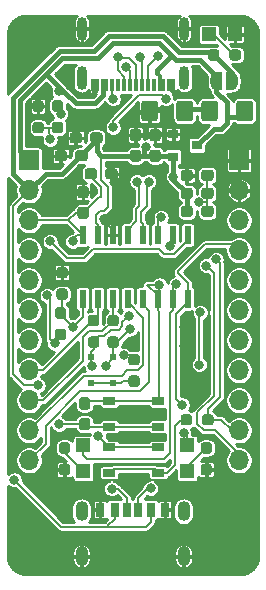
<source format=gbr>
G04 #@! TF.GenerationSoftware,KiCad,Pcbnew,5.1.10-1.fc33*
G04 #@! TF.CreationDate,2021-06-17T00:22:52+02:00*
G04 #@! TF.ProjectId,CH552-USB-Devboard-PCBA,43483535-322d-4555-9342-2d446576626f,rev?*
G04 #@! TF.SameCoordinates,Original*
G04 #@! TF.FileFunction,Copper,L1,Top*
G04 #@! TF.FilePolarity,Positive*
%FSLAX46Y46*%
G04 Gerber Fmt 4.6, Leading zero omitted, Abs format (unit mm)*
G04 Created by KiCad (PCBNEW 5.1.10-1.fc33) date 2021-06-17 00:22:52*
%MOMM*%
%LPD*%
G01*
G04 APERTURE LIST*
G04 #@! TA.AperFunction,SMDPad,CuDef*
%ADD10R,0.900000X0.800000*%
G04 #@! TD*
G04 #@! TA.AperFunction,ComponentPad*
%ADD11O,1.100000X1.700000*%
G04 #@! TD*
G04 #@! TA.AperFunction,SMDPad,CuDef*
%ADD12R,0.700000X1.200000*%
G04 #@! TD*
G04 #@! TA.AperFunction,SMDPad,CuDef*
%ADD13R,0.760000X1.200000*%
G04 #@! TD*
G04 #@! TA.AperFunction,SMDPad,CuDef*
%ADD14R,0.800000X1.200000*%
G04 #@! TD*
G04 #@! TA.AperFunction,SMDPad,CuDef*
%ADD15C,0.100000*%
G04 #@! TD*
G04 #@! TA.AperFunction,SMDPad,CuDef*
%ADD16R,0.500000X0.500000*%
G04 #@! TD*
G04 #@! TA.AperFunction,ComponentPad*
%ADD17O,0.900000X2.000000*%
G04 #@! TD*
G04 #@! TA.AperFunction,SMDPad,CuDef*
%ADD18R,0.300000X1.140000*%
G04 #@! TD*
G04 #@! TA.AperFunction,ComponentPad*
%ADD19O,1.700000X1.700000*%
G04 #@! TD*
G04 #@! TA.AperFunction,ComponentPad*
%ADD20R,1.700000X1.700000*%
G04 #@! TD*
G04 #@! TA.AperFunction,SMDPad,CuDef*
%ADD21R,1.050000X0.650000*%
G04 #@! TD*
G04 #@! TA.AperFunction,SMDPad,CuDef*
%ADD22R,0.600000X1.500000*%
G04 #@! TD*
G04 #@! TA.AperFunction,SMDPad,CuDef*
%ADD23R,1.200000X1.200000*%
G04 #@! TD*
G04 #@! TA.AperFunction,ViaPad*
%ADD24C,0.800000*%
G04 #@! TD*
G04 #@! TA.AperFunction,Conductor*
%ADD25C,0.200000*%
G04 #@! TD*
G04 #@! TA.AperFunction,Conductor*
%ADD26C,0.400000*%
G04 #@! TD*
G04 #@! TA.AperFunction,Conductor*
%ADD27C,0.300000*%
G04 #@! TD*
G04 #@! TA.AperFunction,Conductor*
%ADD28C,0.250000*%
G04 #@! TD*
G04 #@! TA.AperFunction,Conductor*
%ADD29C,0.100000*%
G04 #@! TD*
G04 APERTURE END LIST*
D10*
X90408000Y-72390000D03*
X88408000Y-73340000D03*
X88408000Y-71440000D03*
D11*
X89283000Y-103378000D03*
X80643000Y-103378000D03*
X80643000Y-107178000D03*
X89283000Y-107178000D03*
D12*
X84463000Y-103228000D03*
X85463000Y-103228000D03*
D13*
X83443000Y-103228000D03*
D14*
X82213000Y-103228000D03*
D13*
X86483000Y-103228000D03*
D14*
X87713000Y-103228000D03*
G04 #@! TA.AperFunction,SMDPad,CuDef*
G36*
G01*
X78850500Y-69552000D02*
X78375500Y-69552000D01*
G75*
G02*
X78138000Y-69314500I0J237500D01*
G01*
X78138000Y-68814500D01*
G75*
G02*
X78375500Y-68577000I237500J0D01*
G01*
X78850500Y-68577000D01*
G75*
G02*
X79088000Y-68814500I0J-237500D01*
G01*
X79088000Y-69314500D01*
G75*
G02*
X78850500Y-69552000I-237500J0D01*
G01*
G37*
G04 #@! TD.AperFunction*
G04 #@! TA.AperFunction,SMDPad,CuDef*
G36*
G01*
X78850500Y-71377000D02*
X78375500Y-71377000D01*
G75*
G02*
X78138000Y-71139500I0J237500D01*
G01*
X78138000Y-70639500D01*
G75*
G02*
X78375500Y-70402000I237500J0D01*
G01*
X78850500Y-70402000D01*
G75*
G02*
X79088000Y-70639500I0J-237500D01*
G01*
X79088000Y-71139500D01*
G75*
G02*
X78850500Y-71377000I-237500J0D01*
G01*
G37*
G04 #@! TD.AperFunction*
G04 #@! TA.AperFunction,SMDPad,CuDef*
G36*
G01*
X90774000Y-75167500D02*
X90774000Y-74692500D01*
G75*
G02*
X91011500Y-74455000I237500J0D01*
G01*
X91586500Y-74455000D01*
G75*
G02*
X91824000Y-74692500I0J-237500D01*
G01*
X91824000Y-75167500D01*
G75*
G02*
X91586500Y-75405000I-237500J0D01*
G01*
X91011500Y-75405000D01*
G75*
G02*
X90774000Y-75167500I0J237500D01*
G01*
G37*
G04 #@! TD.AperFunction*
G04 #@! TA.AperFunction,SMDPad,CuDef*
G36*
G01*
X89024000Y-75167500D02*
X89024000Y-74692500D01*
G75*
G02*
X89261500Y-74455000I237500J0D01*
G01*
X89836500Y-74455000D01*
G75*
G02*
X90074000Y-74692500I0J-237500D01*
G01*
X90074000Y-75167500D01*
G75*
G02*
X89836500Y-75405000I-237500J0D01*
G01*
X89261500Y-75405000D01*
G75*
G02*
X89024000Y-75167500I0J237500D01*
G01*
G37*
G04 #@! TD.AperFunction*
G04 #@! TA.AperFunction,SMDPad,CuDef*
G36*
G01*
X90074000Y-76216500D02*
X90074000Y-76691500D01*
G75*
G02*
X89836500Y-76929000I-237500J0D01*
G01*
X89261500Y-76929000D01*
G75*
G02*
X89024000Y-76691500I0J237500D01*
G01*
X89024000Y-76216500D01*
G75*
G02*
X89261500Y-75979000I237500J0D01*
G01*
X89836500Y-75979000D01*
G75*
G02*
X90074000Y-76216500I0J-237500D01*
G01*
G37*
G04 #@! TD.AperFunction*
G04 #@! TA.AperFunction,SMDPad,CuDef*
G36*
G01*
X91824000Y-76216500D02*
X91824000Y-76691500D01*
G75*
G02*
X91586500Y-76929000I-237500J0D01*
G01*
X91011500Y-76929000D01*
G75*
G02*
X90774000Y-76691500I0J237500D01*
G01*
X90774000Y-76216500D01*
G75*
G02*
X91011500Y-75979000I237500J0D01*
G01*
X91586500Y-75979000D01*
G75*
G02*
X91824000Y-76216500I0J-237500D01*
G01*
G37*
G04 #@! TD.AperFunction*
G04 #@! TA.AperFunction,SMDPad,CuDef*
D15*
G36*
X93360000Y-66179602D02*
G01*
X93384534Y-66179602D01*
X93433365Y-66184412D01*
X93481490Y-66193984D01*
X93528445Y-66208228D01*
X93573778Y-66227005D01*
X93617051Y-66250136D01*
X93657850Y-66277396D01*
X93695779Y-66308524D01*
X93730476Y-66343221D01*
X93761604Y-66381150D01*
X93788864Y-66421949D01*
X93811995Y-66465222D01*
X93830772Y-66510555D01*
X93845016Y-66557510D01*
X93854588Y-66605635D01*
X93859398Y-66654466D01*
X93859398Y-66679000D01*
X93860000Y-66679000D01*
X93860000Y-67179000D01*
X93859398Y-67179000D01*
X93859398Y-67203534D01*
X93854588Y-67252365D01*
X93845016Y-67300490D01*
X93830772Y-67347445D01*
X93811995Y-67392778D01*
X93788864Y-67436051D01*
X93761604Y-67476850D01*
X93730476Y-67514779D01*
X93695779Y-67549476D01*
X93657850Y-67580604D01*
X93617051Y-67607864D01*
X93573778Y-67630995D01*
X93528445Y-67649772D01*
X93481490Y-67664016D01*
X93433365Y-67673588D01*
X93384534Y-67678398D01*
X93360000Y-67678398D01*
X93360000Y-67679000D01*
X92860000Y-67679000D01*
X92860000Y-66179000D01*
X93360000Y-66179000D01*
X93360000Y-66179602D01*
G37*
G04 #@! TD.AperFunction*
G04 #@! TA.AperFunction,SMDPad,CuDef*
G36*
X92560000Y-67679000D02*
G01*
X92060000Y-67679000D01*
X92060000Y-67678398D01*
X92035466Y-67678398D01*
X91986635Y-67673588D01*
X91938510Y-67664016D01*
X91891555Y-67649772D01*
X91846222Y-67630995D01*
X91802949Y-67607864D01*
X91762150Y-67580604D01*
X91724221Y-67549476D01*
X91689524Y-67514779D01*
X91658396Y-67476850D01*
X91631136Y-67436051D01*
X91608005Y-67392778D01*
X91589228Y-67347445D01*
X91574984Y-67300490D01*
X91565412Y-67252365D01*
X91560602Y-67203534D01*
X91560602Y-67179000D01*
X91560000Y-67179000D01*
X91560000Y-66679000D01*
X91560602Y-66679000D01*
X91560602Y-66654466D01*
X91565412Y-66605635D01*
X91574984Y-66557510D01*
X91589228Y-66510555D01*
X91608005Y-66465222D01*
X91631136Y-66421949D01*
X91658396Y-66381150D01*
X91689524Y-66343221D01*
X91724221Y-66308524D01*
X91762150Y-66277396D01*
X91802949Y-66250136D01*
X91846222Y-66227005D01*
X91891555Y-66208228D01*
X91938510Y-66193984D01*
X91986635Y-66184412D01*
X92035466Y-66179602D01*
X92060000Y-66179602D01*
X92060000Y-66179000D01*
X92560000Y-66179000D01*
X92560000Y-67679000D01*
G37*
G04 #@! TD.AperFunction*
D16*
X83312000Y-92540000D03*
X83312000Y-90340000D03*
X81407000Y-92540000D03*
X81407000Y-90340000D03*
G04 #@! TA.AperFunction,SMDPad,CuDef*
G36*
G01*
X85454500Y-72040000D02*
X84979500Y-72040000D01*
G75*
G02*
X84742000Y-71802500I0J237500D01*
G01*
X84742000Y-71227500D01*
G75*
G02*
X84979500Y-70990000I237500J0D01*
G01*
X85454500Y-70990000D01*
G75*
G02*
X85692000Y-71227500I0J-237500D01*
G01*
X85692000Y-71802500D01*
G75*
G02*
X85454500Y-72040000I-237500J0D01*
G01*
G37*
G04 #@! TD.AperFunction*
G04 #@! TA.AperFunction,SMDPad,CuDef*
G36*
G01*
X85454500Y-73790000D02*
X84979500Y-73790000D01*
G75*
G02*
X84742000Y-73552500I0J237500D01*
G01*
X84742000Y-72977500D01*
G75*
G02*
X84979500Y-72740000I237500J0D01*
G01*
X85454500Y-72740000D01*
G75*
G02*
X85692000Y-72977500I0J-237500D01*
G01*
X85692000Y-73552500D01*
G75*
G02*
X85454500Y-73790000I-237500J0D01*
G01*
G37*
G04 #@! TD.AperFunction*
G04 #@! TA.AperFunction,SMDPad,CuDef*
G36*
G01*
X87105500Y-72040000D02*
X86630500Y-72040000D01*
G75*
G02*
X86393000Y-71802500I0J237500D01*
G01*
X86393000Y-71227500D01*
G75*
G02*
X86630500Y-70990000I237500J0D01*
G01*
X87105500Y-70990000D01*
G75*
G02*
X87343000Y-71227500I0J-237500D01*
G01*
X87343000Y-71802500D01*
G75*
G02*
X87105500Y-72040000I-237500J0D01*
G01*
G37*
G04 #@! TD.AperFunction*
G04 #@! TA.AperFunction,SMDPad,CuDef*
G36*
G01*
X87105500Y-73790000D02*
X86630500Y-73790000D01*
G75*
G02*
X86393000Y-73552500I0J237500D01*
G01*
X86393000Y-72977500D01*
G75*
G02*
X86630500Y-72740000I237500J0D01*
G01*
X87105500Y-72740000D01*
G75*
G02*
X87343000Y-72977500I0J-237500D01*
G01*
X87343000Y-73552500D01*
G75*
G02*
X87105500Y-73790000I-237500J0D01*
G01*
G37*
G04 #@! TD.AperFunction*
G04 #@! TA.AperFunction,SMDPad,CuDef*
G36*
G01*
X90774000Y-78215500D02*
X90774000Y-77740500D01*
G75*
G02*
X91011500Y-77503000I237500J0D01*
G01*
X91586500Y-77503000D01*
G75*
G02*
X91824000Y-77740500I0J-237500D01*
G01*
X91824000Y-78215500D01*
G75*
G02*
X91586500Y-78453000I-237500J0D01*
G01*
X91011500Y-78453000D01*
G75*
G02*
X90774000Y-78215500I0J237500D01*
G01*
G37*
G04 #@! TD.AperFunction*
G04 #@! TA.AperFunction,SMDPad,CuDef*
G36*
G01*
X89024000Y-78215500D02*
X89024000Y-77740500D01*
G75*
G02*
X89261500Y-77503000I237500J0D01*
G01*
X89836500Y-77503000D01*
G75*
G02*
X90074000Y-77740500I0J-237500D01*
G01*
X90074000Y-78215500D01*
G75*
G02*
X89836500Y-78453000I-237500J0D01*
G01*
X89261500Y-78453000D01*
G75*
G02*
X89024000Y-78215500I0J237500D01*
G01*
G37*
G04 #@! TD.AperFunction*
G04 #@! TA.AperFunction,SMDPad,CuDef*
G36*
G01*
X87109000Y-68844000D02*
X87109000Y-70094000D01*
G75*
G02*
X86859000Y-70344000I-250000J0D01*
G01*
X85934000Y-70344000D01*
G75*
G02*
X85684000Y-70094000I0J250000D01*
G01*
X85684000Y-68844000D01*
G75*
G02*
X85934000Y-68594000I250000J0D01*
G01*
X86859000Y-68594000D01*
G75*
G02*
X87109000Y-68844000I0J-250000D01*
G01*
G37*
G04 #@! TD.AperFunction*
G04 #@! TA.AperFunction,SMDPad,CuDef*
G36*
G01*
X90084000Y-68844000D02*
X90084000Y-70094000D01*
G75*
G02*
X89834000Y-70344000I-250000J0D01*
G01*
X88909000Y-70344000D01*
G75*
G02*
X88659000Y-70094000I0J250000D01*
G01*
X88659000Y-68844000D01*
G75*
G02*
X88909000Y-68594000I250000J0D01*
G01*
X89834000Y-68594000D01*
G75*
G02*
X90084000Y-68844000I0J-250000D01*
G01*
G37*
G04 #@! TD.AperFunction*
G04 #@! TA.AperFunction,SMDPad,CuDef*
G36*
G01*
X92189000Y-68844000D02*
X92189000Y-70094000D01*
G75*
G02*
X91939000Y-70344000I-250000J0D01*
G01*
X91014000Y-70344000D01*
G75*
G02*
X90764000Y-70094000I0J250000D01*
G01*
X90764000Y-68844000D01*
G75*
G02*
X91014000Y-68594000I250000J0D01*
G01*
X91939000Y-68594000D01*
G75*
G02*
X92189000Y-68844000I0J-250000D01*
G01*
G37*
G04 #@! TD.AperFunction*
G04 #@! TA.AperFunction,SMDPad,CuDef*
G36*
G01*
X95164000Y-68844000D02*
X95164000Y-70094000D01*
G75*
G02*
X94914000Y-70344000I-250000J0D01*
G01*
X93989000Y-70344000D01*
G75*
G02*
X93739000Y-70094000I0J250000D01*
G01*
X93739000Y-68844000D01*
G75*
G02*
X93989000Y-68594000I250000J0D01*
G01*
X94914000Y-68594000D01*
G75*
G02*
X95164000Y-68844000I0J-250000D01*
G01*
G37*
G04 #@! TD.AperFunction*
G04 #@! TA.AperFunction,SMDPad,CuDef*
G36*
G01*
X77199500Y-69552000D02*
X76724500Y-69552000D01*
G75*
G02*
X76487000Y-69314500I0J237500D01*
G01*
X76487000Y-68814500D01*
G75*
G02*
X76724500Y-68577000I237500J0D01*
G01*
X77199500Y-68577000D01*
G75*
G02*
X77437000Y-68814500I0J-237500D01*
G01*
X77437000Y-69314500D01*
G75*
G02*
X77199500Y-69552000I-237500J0D01*
G01*
G37*
G04 #@! TD.AperFunction*
G04 #@! TA.AperFunction,SMDPad,CuDef*
G36*
G01*
X77199500Y-71377000D02*
X76724500Y-71377000D01*
G75*
G02*
X76487000Y-71139500I0J237500D01*
G01*
X76487000Y-70639500D01*
G75*
G02*
X76724500Y-70402000I237500J0D01*
G01*
X77199500Y-70402000D01*
G75*
G02*
X77437000Y-70639500I0J-237500D01*
G01*
X77437000Y-71139500D01*
G75*
G02*
X77199500Y-71377000I-237500J0D01*
G01*
G37*
G04 #@! TD.AperFunction*
D17*
X80675000Y-66680000D03*
X89325000Y-66680000D03*
X89325000Y-62500000D03*
X80675000Y-62500000D03*
D18*
X84750000Y-67250000D03*
X85250000Y-67250000D03*
X85750000Y-67250000D03*
X84250000Y-67250000D03*
X86250000Y-67250000D03*
X86750000Y-67250000D03*
X83750000Y-67250000D03*
X83250000Y-67250000D03*
X87500000Y-67250000D03*
X87250000Y-67250000D03*
X88050000Y-67250000D03*
X88350000Y-67250000D03*
X82750000Y-67250000D03*
X82450000Y-67250000D03*
X81950000Y-67250000D03*
X81650000Y-67250000D03*
G04 #@! TA.AperFunction,SMDPad,CuDef*
G36*
G01*
X78629500Y-87928000D02*
X79104500Y-87928000D01*
G75*
G02*
X79342000Y-88165500I0J-237500D01*
G01*
X79342000Y-88665500D01*
G75*
G02*
X79104500Y-88903000I-237500J0D01*
G01*
X78629500Y-88903000D01*
G75*
G02*
X78392000Y-88665500I0J237500D01*
G01*
X78392000Y-88165500D01*
G75*
G02*
X78629500Y-87928000I237500J0D01*
G01*
G37*
G04 #@! TD.AperFunction*
G04 #@! TA.AperFunction,SMDPad,CuDef*
G36*
G01*
X78629500Y-86103000D02*
X79104500Y-86103000D01*
G75*
G02*
X79342000Y-86340500I0J-237500D01*
G01*
X79342000Y-86840500D01*
G75*
G02*
X79104500Y-87078000I-237500J0D01*
G01*
X78629500Y-87078000D01*
G75*
G02*
X78392000Y-86840500I0J237500D01*
G01*
X78392000Y-86340500D01*
G75*
G02*
X78629500Y-86103000I237500J0D01*
G01*
G37*
G04 #@! TD.AperFunction*
G04 #@! TA.AperFunction,SMDPad,CuDef*
G36*
G01*
X79231500Y-83649000D02*
X78756500Y-83649000D01*
G75*
G02*
X78519000Y-83411500I0J237500D01*
G01*
X78519000Y-82911500D01*
G75*
G02*
X78756500Y-82674000I237500J0D01*
G01*
X79231500Y-82674000D01*
G75*
G02*
X79469000Y-82911500I0J-237500D01*
G01*
X79469000Y-83411500D01*
G75*
G02*
X79231500Y-83649000I-237500J0D01*
G01*
G37*
G04 #@! TD.AperFunction*
G04 #@! TA.AperFunction,SMDPad,CuDef*
G36*
G01*
X79231500Y-85474000D02*
X78756500Y-85474000D01*
G75*
G02*
X78519000Y-85236500I0J237500D01*
G01*
X78519000Y-84736500D01*
G75*
G02*
X78756500Y-84499000I237500J0D01*
G01*
X79231500Y-84499000D01*
G75*
G02*
X79469000Y-84736500I0J-237500D01*
G01*
X79469000Y-85236500D01*
G75*
G02*
X79231500Y-85474000I-237500J0D01*
G01*
G37*
G04 #@! TD.AperFunction*
G04 #@! TA.AperFunction,SMDPad,CuDef*
G36*
G01*
X81898500Y-87713000D02*
X81423500Y-87713000D01*
G75*
G02*
X81186000Y-87475500I0J237500D01*
G01*
X81186000Y-86975500D01*
G75*
G02*
X81423500Y-86738000I237500J0D01*
G01*
X81898500Y-86738000D01*
G75*
G02*
X82136000Y-86975500I0J-237500D01*
G01*
X82136000Y-87475500D01*
G75*
G02*
X81898500Y-87713000I-237500J0D01*
G01*
G37*
G04 #@! TD.AperFunction*
G04 #@! TA.AperFunction,SMDPad,CuDef*
G36*
G01*
X81898500Y-89538000D02*
X81423500Y-89538000D01*
G75*
G02*
X81186000Y-89300500I0J237500D01*
G01*
X81186000Y-88800500D01*
G75*
G02*
X81423500Y-88563000I237500J0D01*
G01*
X81898500Y-88563000D01*
G75*
G02*
X82136000Y-88800500I0J-237500D01*
G01*
X82136000Y-89300500D01*
G75*
G02*
X81898500Y-89538000I-237500J0D01*
G01*
G37*
G04 #@! TD.AperFunction*
G04 #@! TA.AperFunction,SMDPad,CuDef*
G36*
G01*
X84852500Y-91865000D02*
X85327500Y-91865000D01*
G75*
G02*
X85565000Y-92102500I0J-237500D01*
G01*
X85565000Y-92602500D01*
G75*
G02*
X85327500Y-92840000I-237500J0D01*
G01*
X84852500Y-92840000D01*
G75*
G02*
X84615000Y-92602500I0J237500D01*
G01*
X84615000Y-92102500D01*
G75*
G02*
X84852500Y-91865000I237500J0D01*
G01*
G37*
G04 #@! TD.AperFunction*
G04 #@! TA.AperFunction,SMDPad,CuDef*
G36*
G01*
X84852500Y-90040000D02*
X85327500Y-90040000D01*
G75*
G02*
X85565000Y-90277500I0J-237500D01*
G01*
X85565000Y-90777500D01*
G75*
G02*
X85327500Y-91015000I-237500J0D01*
G01*
X84852500Y-91015000D01*
G75*
G02*
X84615000Y-90777500I0J237500D01*
G01*
X84615000Y-90277500D01*
G75*
G02*
X84852500Y-90040000I237500J0D01*
G01*
G37*
G04 #@! TD.AperFunction*
G04 #@! TA.AperFunction,SMDPad,CuDef*
G36*
G01*
X89999000Y-95393500D02*
X89999000Y-95868500D01*
G75*
G02*
X89761500Y-96106000I-237500J0D01*
G01*
X89261500Y-96106000D01*
G75*
G02*
X89024000Y-95868500I0J237500D01*
G01*
X89024000Y-95393500D01*
G75*
G02*
X89261500Y-95156000I237500J0D01*
G01*
X89761500Y-95156000D01*
G75*
G02*
X89999000Y-95393500I0J-237500D01*
G01*
G37*
G04 #@! TD.AperFunction*
G04 #@! TA.AperFunction,SMDPad,CuDef*
G36*
G01*
X91824000Y-95393500D02*
X91824000Y-95868500D01*
G75*
G02*
X91586500Y-96106000I-237500J0D01*
G01*
X91086500Y-96106000D01*
G75*
G02*
X90849000Y-95868500I0J237500D01*
G01*
X90849000Y-95393500D01*
G75*
G02*
X91086500Y-95156000I237500J0D01*
G01*
X91586500Y-95156000D01*
G75*
G02*
X91824000Y-95393500I0J-237500D01*
G01*
G37*
G04 #@! TD.AperFunction*
G04 #@! TA.AperFunction,SMDPad,CuDef*
G36*
G01*
X93169000Y-64975500D02*
X93169000Y-64500500D01*
G75*
G02*
X93406500Y-64263000I237500J0D01*
G01*
X93906500Y-64263000D01*
G75*
G02*
X94144000Y-64500500I0J-237500D01*
G01*
X94144000Y-64975500D01*
G75*
G02*
X93906500Y-65213000I-237500J0D01*
G01*
X93406500Y-65213000D01*
G75*
G02*
X93169000Y-64975500I0J237500D01*
G01*
G37*
G04 #@! TD.AperFunction*
G04 #@! TA.AperFunction,SMDPad,CuDef*
G36*
G01*
X91344000Y-64975500D02*
X91344000Y-64500500D01*
G75*
G02*
X91581500Y-64263000I237500J0D01*
G01*
X92081500Y-64263000D01*
G75*
G02*
X92319000Y-64500500I0J-237500D01*
G01*
X92319000Y-64975500D01*
G75*
G02*
X92081500Y-65213000I-237500J0D01*
G01*
X91581500Y-65213000D01*
G75*
G02*
X91344000Y-64975500I0J237500D01*
G01*
G37*
G04 #@! TD.AperFunction*
G04 #@! TA.AperFunction,SMDPad,CuDef*
G36*
G01*
X79437500Y-98500000D02*
X78962500Y-98500000D01*
G75*
G02*
X78725000Y-98262500I0J237500D01*
G01*
X78725000Y-97762500D01*
G75*
G02*
X78962500Y-97525000I237500J0D01*
G01*
X79437500Y-97525000D01*
G75*
G02*
X79675000Y-97762500I0J-237500D01*
G01*
X79675000Y-98262500D01*
G75*
G02*
X79437500Y-98500000I-237500J0D01*
G01*
G37*
G04 #@! TD.AperFunction*
G04 #@! TA.AperFunction,SMDPad,CuDef*
G36*
G01*
X79437500Y-100325000D02*
X78962500Y-100325000D01*
G75*
G02*
X78725000Y-100087500I0J237500D01*
G01*
X78725000Y-99587500D01*
G75*
G02*
X78962500Y-99350000I237500J0D01*
G01*
X79437500Y-99350000D01*
G75*
G02*
X79675000Y-99587500I0J-237500D01*
G01*
X79675000Y-100087500D01*
G75*
G02*
X79437500Y-100325000I-237500J0D01*
G01*
G37*
G04 #@! TD.AperFunction*
G04 #@! TA.AperFunction,SMDPad,CuDef*
G36*
G01*
X91437500Y-98500000D02*
X90962500Y-98500000D01*
G75*
G02*
X90725000Y-98262500I0J237500D01*
G01*
X90725000Y-97762500D01*
G75*
G02*
X90962500Y-97525000I237500J0D01*
G01*
X91437500Y-97525000D01*
G75*
G02*
X91675000Y-97762500I0J-237500D01*
G01*
X91675000Y-98262500D01*
G75*
G02*
X91437500Y-98500000I-237500J0D01*
G01*
G37*
G04 #@! TD.AperFunction*
G04 #@! TA.AperFunction,SMDPad,CuDef*
G36*
G01*
X91437500Y-100325000D02*
X90962500Y-100325000D01*
G75*
G02*
X90725000Y-100087500I0J237500D01*
G01*
X90725000Y-99587500D01*
G75*
G02*
X90962500Y-99350000I237500J0D01*
G01*
X91437500Y-99350000D01*
G75*
G02*
X91675000Y-99587500I0J-237500D01*
G01*
X91675000Y-100087500D01*
G75*
G02*
X91437500Y-100325000I-237500J0D01*
G01*
G37*
G04 #@! TD.AperFunction*
G04 #@! TA.AperFunction,SMDPad,CuDef*
G36*
G01*
X83549500Y-87713000D02*
X83074500Y-87713000D01*
G75*
G02*
X82837000Y-87475500I0J237500D01*
G01*
X82837000Y-86975500D01*
G75*
G02*
X83074500Y-86738000I237500J0D01*
G01*
X83549500Y-86738000D01*
G75*
G02*
X83787000Y-86975500I0J-237500D01*
G01*
X83787000Y-87475500D01*
G75*
G02*
X83549500Y-87713000I-237500J0D01*
G01*
G37*
G04 #@! TD.AperFunction*
G04 #@! TA.AperFunction,SMDPad,CuDef*
G36*
G01*
X83549500Y-89538000D02*
X83074500Y-89538000D01*
G75*
G02*
X82837000Y-89300500I0J237500D01*
G01*
X82837000Y-88800500D01*
G75*
G02*
X83074500Y-88563000I237500J0D01*
G01*
X83549500Y-88563000D01*
G75*
G02*
X83787000Y-88800500I0J-237500D01*
G01*
X83787000Y-89300500D01*
G75*
G02*
X83549500Y-89538000I-237500J0D01*
G01*
G37*
G04 #@! TD.AperFunction*
G04 #@! TA.AperFunction,SMDPad,CuDef*
G36*
G01*
X79406000Y-73041500D02*
X79406000Y-73516500D01*
G75*
G02*
X79168500Y-73754000I-237500J0D01*
G01*
X78593500Y-73754000D01*
G75*
G02*
X78356000Y-73516500I0J237500D01*
G01*
X78356000Y-73041500D01*
G75*
G02*
X78593500Y-72804000I237500J0D01*
G01*
X79168500Y-72804000D01*
G75*
G02*
X79406000Y-73041500I0J-237500D01*
G01*
G37*
G04 #@! TD.AperFunction*
G04 #@! TA.AperFunction,SMDPad,CuDef*
G36*
G01*
X81156000Y-73041500D02*
X81156000Y-73516500D01*
G75*
G02*
X80918500Y-73754000I-237500J0D01*
G01*
X80343500Y-73754000D01*
G75*
G02*
X80106000Y-73516500I0J237500D01*
G01*
X80106000Y-73041500D01*
G75*
G02*
X80343500Y-72804000I237500J0D01*
G01*
X80918500Y-72804000D01*
G75*
G02*
X81156000Y-73041500I0J-237500D01*
G01*
G37*
G04 #@! TD.AperFunction*
G04 #@! TA.AperFunction,SMDPad,CuDef*
G36*
G01*
X81009500Y-78616000D02*
X80534500Y-78616000D01*
G75*
G02*
X80297000Y-78378500I0J237500D01*
G01*
X80297000Y-77803500D01*
G75*
G02*
X80534500Y-77566000I237500J0D01*
G01*
X81009500Y-77566000D01*
G75*
G02*
X81247000Y-77803500I0J-237500D01*
G01*
X81247000Y-78378500D01*
G75*
G02*
X81009500Y-78616000I-237500J0D01*
G01*
G37*
G04 #@! TD.AperFunction*
G04 #@! TA.AperFunction,SMDPad,CuDef*
G36*
G01*
X81009500Y-76866000D02*
X80534500Y-76866000D01*
G75*
G02*
X80297000Y-76628500I0J237500D01*
G01*
X80297000Y-76053500D01*
G75*
G02*
X80534500Y-75816000I237500J0D01*
G01*
X81009500Y-75816000D01*
G75*
G02*
X81247000Y-76053500I0J-237500D01*
G01*
X81247000Y-76628500D01*
G75*
G02*
X81009500Y-76866000I-237500J0D01*
G01*
G37*
G04 #@! TD.AperFunction*
D19*
X76200000Y-99060000D03*
X76200000Y-96520000D03*
X76200000Y-93980000D03*
X76200000Y-91440000D03*
X76200000Y-88900000D03*
X76200000Y-86360000D03*
X76200000Y-83820000D03*
X76200000Y-81280000D03*
X76200000Y-78740000D03*
X76200000Y-76200000D03*
D20*
X76200000Y-73660000D03*
X93980000Y-73660000D03*
D19*
X93980000Y-76200000D03*
X93980000Y-78740000D03*
X93980000Y-81280000D03*
X93980000Y-83820000D03*
X93980000Y-86360000D03*
X93980000Y-88900000D03*
X93980000Y-91440000D03*
X93980000Y-93980000D03*
X93980000Y-96520000D03*
X93980000Y-99060000D03*
D21*
X87150000Y-96198000D03*
X83000000Y-96198000D03*
X87150000Y-94048000D03*
X83000000Y-94048000D03*
X83000000Y-97956000D03*
X87150000Y-97956000D03*
X83000000Y-100106000D03*
X87150000Y-100106000D03*
G04 #@! TA.AperFunction,SMDPad,CuDef*
G36*
G01*
X80896000Y-75040500D02*
X80896000Y-74565500D01*
G75*
G02*
X81133500Y-74328000I237500J0D01*
G01*
X81708500Y-74328000D01*
G75*
G02*
X81946000Y-74565500I0J-237500D01*
G01*
X81946000Y-75040500D01*
G75*
G02*
X81708500Y-75278000I-237500J0D01*
G01*
X81133500Y-75278000D01*
G75*
G02*
X80896000Y-75040500I0J237500D01*
G01*
G37*
G04 #@! TD.AperFunction*
G04 #@! TA.AperFunction,SMDPad,CuDef*
G36*
G01*
X82646000Y-75040500D02*
X82646000Y-74565500D01*
G75*
G02*
X82883500Y-74328000I237500J0D01*
G01*
X83458500Y-74328000D01*
G75*
G02*
X83696000Y-74565500I0J-237500D01*
G01*
X83696000Y-75040500D01*
G75*
G02*
X83458500Y-75278000I-237500J0D01*
G01*
X82883500Y-75278000D01*
G75*
G02*
X82646000Y-75040500I0J237500D01*
G01*
G37*
G04 #@! TD.AperFunction*
G04 #@! TA.AperFunction,SMDPad,CuDef*
G36*
G01*
X81136500Y-94773000D02*
X80661500Y-94773000D01*
G75*
G02*
X80424000Y-94535500I0J237500D01*
G01*
X80424000Y-93960500D01*
G75*
G02*
X80661500Y-93723000I237500J0D01*
G01*
X81136500Y-93723000D01*
G75*
G02*
X81374000Y-93960500I0J-237500D01*
G01*
X81374000Y-94535500D01*
G75*
G02*
X81136500Y-94773000I-237500J0D01*
G01*
G37*
G04 #@! TD.AperFunction*
G04 #@! TA.AperFunction,SMDPad,CuDef*
G36*
G01*
X81136500Y-96523000D02*
X80661500Y-96523000D01*
G75*
G02*
X80424000Y-96285500I0J237500D01*
G01*
X80424000Y-95710500D01*
G75*
G02*
X80661500Y-95473000I237500J0D01*
G01*
X81136500Y-95473000D01*
G75*
G02*
X81374000Y-95710500I0J-237500D01*
G01*
X81374000Y-96285500D01*
G75*
G02*
X81136500Y-96523000I-237500J0D01*
G01*
G37*
G04 #@! TD.AperFunction*
G04 #@! TA.AperFunction,SMDPad,CuDef*
G36*
G01*
X82426000Y-71517500D02*
X82426000Y-71992500D01*
G75*
G02*
X82188500Y-72230000I-237500J0D01*
G01*
X81613500Y-72230000D01*
G75*
G02*
X81376000Y-71992500I0J237500D01*
G01*
X81376000Y-71517500D01*
G75*
G02*
X81613500Y-71280000I237500J0D01*
G01*
X82188500Y-71280000D01*
G75*
G02*
X82426000Y-71517500I0J-237500D01*
G01*
G37*
G04 #@! TD.AperFunction*
G04 #@! TA.AperFunction,SMDPad,CuDef*
G36*
G01*
X80676000Y-71517500D02*
X80676000Y-71992500D01*
G75*
G02*
X80438500Y-72230000I-237500J0D01*
G01*
X79863500Y-72230000D01*
G75*
G02*
X79626000Y-71992500I0J237500D01*
G01*
X79626000Y-71517500D01*
G75*
G02*
X79863500Y-71280000I237500J0D01*
G01*
X80438500Y-71280000D01*
G75*
G02*
X80676000Y-71517500I0J-237500D01*
G01*
G37*
G04 #@! TD.AperFunction*
D22*
X80734192Y-79980020D03*
X82004192Y-79980020D03*
X83274192Y-79980020D03*
X84544192Y-79980020D03*
X85814192Y-79980020D03*
X87084192Y-79980020D03*
X88354192Y-79980020D03*
X89624192Y-79980020D03*
X89624192Y-85380020D03*
X88354192Y-85380020D03*
X87084192Y-85380020D03*
X85814192Y-85380020D03*
X84544192Y-85380020D03*
X83274192Y-85380020D03*
X82004192Y-85380020D03*
X80734192Y-85380020D03*
D23*
X93619000Y-63000000D03*
X91419000Y-63000000D03*
X80800000Y-97800000D03*
X80800000Y-100000000D03*
X89600000Y-100000000D03*
X89600000Y-97800000D03*
D24*
X76962000Y-92710000D03*
X78740000Y-96012000D03*
X86106000Y-72517000D03*
X88408731Y-75042068D03*
X87232767Y-84210803D03*
X89154000Y-94361000D03*
X89281000Y-96774000D03*
X88646000Y-84139010D03*
X85090000Y-62230000D03*
X87757000Y-69723000D03*
X79248000Y-66675000D03*
X85090000Y-95250000D03*
X92600000Y-100200000D03*
X77800000Y-100400000D03*
X85344000Y-100584000D03*
X95086000Y-90200000D03*
X95086000Y-92800000D03*
X77216000Y-90170000D03*
X76200000Y-63500000D03*
X78740000Y-79502000D03*
X85090000Y-97028000D03*
X90551000Y-67437000D03*
X79883000Y-83185000D03*
X78105000Y-92202000D03*
X77597000Y-67818000D03*
X77216000Y-77470000D03*
X79756001Y-77088999D03*
X83439000Y-75438000D03*
X79121000Y-72136000D03*
X89535000Y-92964000D03*
X89662000Y-73660000D03*
X93472000Y-72009000D03*
X94742000Y-72009000D03*
X94234000Y-70993000D03*
X94869000Y-67818000D03*
X94869000Y-65786000D03*
X85217000Y-69723000D03*
X82550000Y-78613000D03*
X80010000Y-90170000D03*
X89346010Y-87757000D03*
X89346010Y-89408000D03*
X85090000Y-89408000D03*
X80010000Y-86614000D03*
X92456000Y-74168000D03*
X92456000Y-75692000D03*
X92456000Y-77216000D03*
X92710000Y-79629000D03*
X90170000Y-63627000D03*
X89281000Y-72390000D03*
X89662000Y-71120000D03*
X87757000Y-72263000D03*
X76327000Y-72009000D03*
X92042586Y-82042000D03*
X83693000Y-64897000D03*
X86343558Y-75453213D03*
X82042000Y-96964500D03*
X77724000Y-85090000D03*
X78359000Y-89154000D03*
X79883000Y-80518000D03*
X85598000Y-64897000D03*
X91189210Y-82563318D03*
X84436109Y-65721069D03*
X85328601Y-75454057D03*
X87376000Y-78486000D03*
X90616010Y-90943269D03*
X90691465Y-86538699D03*
X88138000Y-80904991D03*
X77978000Y-71882000D03*
X77977968Y-80518000D03*
X79883000Y-87757000D03*
X84649567Y-86800441D03*
X83185000Y-101473000D03*
X87757000Y-68453000D03*
X81534000Y-91059010D03*
X83312000Y-70866000D03*
X86487000Y-101431049D03*
X82677000Y-91059012D03*
X84741669Y-87945990D03*
X78740000Y-67818000D03*
X84201000Y-90170000D03*
X87078392Y-64824220D03*
X83312000Y-68452992D03*
X74930000Y-100711000D03*
X90551000Y-77215990D03*
X78867000Y-69723000D03*
D25*
X83000000Y-96198000D02*
X87181000Y-96198000D01*
X74845162Y-91787164D02*
X75767998Y-92710000D01*
X75767998Y-92710000D02*
X76962000Y-92710000D01*
X74845162Y-77554838D02*
X74845162Y-91787164D01*
X76200000Y-76200000D02*
X74845162Y-77554838D01*
D26*
X89549000Y-77978000D02*
X89549000Y-76454000D01*
D25*
X82296000Y-73293000D02*
X82310000Y-73279000D01*
X82296000Y-75325578D02*
X82296000Y-73293000D01*
X82904192Y-76730020D02*
X82904192Y-75933770D01*
X82904192Y-75933770D02*
X82296000Y-75325578D01*
D26*
X88408731Y-75313731D02*
X88408731Y-75042068D01*
X89549000Y-76454000D02*
X88408731Y-75313731D01*
D25*
X82004192Y-79103194D02*
X81849999Y-78949001D01*
X82004192Y-79980020D02*
X82004192Y-79103194D01*
X81849999Y-78949001D02*
X81849999Y-78276999D01*
X82904192Y-77570022D02*
X82904192Y-76730020D01*
X81849999Y-78276999D02*
X82213999Y-77912999D01*
X82213999Y-77912999D02*
X82561215Y-77912999D01*
X82561215Y-77912999D02*
X82904192Y-77570022D01*
X81085000Y-96198000D02*
X83000000Y-96198000D01*
X78740000Y-96012000D02*
X80899000Y-96012000D01*
X80899000Y-96012000D02*
X81085000Y-96198000D01*
D26*
X93360000Y-66266500D02*
X93360000Y-66929000D01*
X91609500Y-64516000D02*
X93360000Y-66266500D01*
X87503000Y-63119000D02*
X88900000Y-64516000D01*
X88900000Y-64516000D02*
X91609500Y-64516000D01*
X74800000Y-68369457D02*
X78780457Y-64389000D01*
X78780457Y-64389000D02*
X81661000Y-64389000D01*
X76200000Y-76200000D02*
X74800000Y-74800000D01*
X81661000Y-64389000D02*
X82931000Y-63119000D01*
X74800000Y-74800000D02*
X74800000Y-68369457D01*
X82931000Y-63119000D02*
X87503000Y-63119000D01*
X82310000Y-73279000D02*
X85217000Y-73279000D01*
X86854000Y-73265000D02*
X86868000Y-73279000D01*
X86868000Y-73265000D02*
X88251000Y-73265000D01*
X88251000Y-73265000D02*
X88392000Y-73406000D01*
X88408731Y-75042068D02*
X88408731Y-73422731D01*
X88408731Y-73422731D02*
X88392000Y-73406000D01*
X85965000Y-72658000D02*
X86106000Y-72517000D01*
X85965000Y-73265000D02*
X85965000Y-72658000D01*
X85217000Y-73265000D02*
X85965000Y-73265000D01*
X85965000Y-73265000D02*
X86854000Y-73265000D01*
X77597000Y-74803000D02*
X76200000Y-76200000D01*
X78980000Y-74803000D02*
X77597000Y-74803000D01*
X81915000Y-71868000D02*
X78980000Y-74803000D01*
X81915000Y-72884000D02*
X81915000Y-71868000D01*
X82310000Y-73279000D02*
X81915000Y-72884000D01*
D25*
X87084192Y-85084192D02*
X87084192Y-85380020D01*
X86200000Y-84200000D02*
X87084192Y-85084192D01*
X81085000Y-94048000D02*
X80899000Y-94234000D01*
X87150000Y-94048000D02*
X81085000Y-94048000D01*
X87225026Y-93876974D02*
X87225026Y-86470854D01*
X87122000Y-93980000D02*
X87225026Y-93876974D01*
X87225026Y-86470854D02*
X87084192Y-86330020D01*
X87084192Y-86330020D02*
X87084192Y-85380020D01*
X86200000Y-84200000D02*
X86210803Y-84210803D01*
X86210803Y-84210803D02*
X86667082Y-84210803D01*
X86667082Y-84210803D02*
X87232767Y-84210803D01*
X93538000Y-64738000D02*
X91800000Y-63000000D01*
X94037500Y-64738000D02*
X93538000Y-64738000D01*
X89624192Y-84024192D02*
X89624192Y-85380020D01*
X89000000Y-83400000D02*
X89624192Y-84024192D01*
X88646000Y-93853000D02*
X89154000Y-94361000D01*
X88646000Y-86659006D02*
X88646000Y-93853000D01*
X89624192Y-85680814D02*
X88646000Y-86659006D01*
X89624192Y-85380020D02*
X89624192Y-85680814D01*
X88773000Y-83173000D02*
X89000000Y-83400000D01*
X88773000Y-83058000D02*
X88773000Y-83173000D01*
X91059000Y-80772000D02*
X88773000Y-83058000D01*
X93980000Y-81280000D02*
X93472000Y-80772000D01*
X93472000Y-80772000D02*
X91059000Y-80772000D01*
X89600000Y-97800000D02*
X89600000Y-97093000D01*
X89600000Y-97093000D02*
X89281000Y-96774000D01*
X88354192Y-84430020D02*
X88645202Y-84139010D01*
X88354192Y-85380020D02*
X88354192Y-84430020D01*
X88645202Y-84139010D02*
X88646000Y-84139010D01*
X88138000Y-95954300D02*
X88118989Y-95973311D01*
X88118989Y-98437011D02*
X87623000Y-98933000D01*
X88354192Y-85380020D02*
X88354192Y-86330020D01*
X81133000Y-98933000D02*
X80800000Y-98600000D01*
X80800000Y-98600000D02*
X80800000Y-97800000D01*
X87623000Y-98933000D02*
X81133000Y-98933000D01*
X88118989Y-95973311D02*
X88118989Y-98437011D01*
X88138000Y-86546212D02*
X88138000Y-95954300D01*
X88354192Y-86330020D02*
X88138000Y-86546212D01*
X88050000Y-67250000D02*
X88325000Y-67250000D01*
D26*
X79248000Y-67005095D02*
X79248000Y-66675000D01*
X81523000Y-68083000D02*
X80325905Y-68083000D01*
X81788000Y-67818000D02*
X81523000Y-68083000D01*
X80325905Y-68083000D02*
X79248000Y-67005095D01*
X81788000Y-67250000D02*
X81788000Y-67818000D01*
D25*
X80504000Y-76341000D02*
X79756001Y-77088999D01*
X80772000Y-76341000D02*
X80504000Y-76341000D01*
X83171000Y-75536116D02*
X83171000Y-74803000D01*
X83554192Y-76730020D02*
X83554192Y-75919308D01*
X83554192Y-75919308D02*
X83171000Y-75536116D01*
D26*
X88654010Y-68080010D02*
X89907990Y-68080010D01*
X88138000Y-67564000D02*
X88654010Y-68080010D01*
X89907990Y-68080010D02*
X90551000Y-67437000D01*
X87376000Y-69342000D02*
X86396500Y-69342000D01*
X87757000Y-69723000D02*
X87376000Y-69342000D01*
D25*
X92329000Y-81280000D02*
X91440000Y-81280000D01*
X90489209Y-82230791D02*
X90489209Y-82899319D01*
X90489209Y-82899319D02*
X91420989Y-83831099D01*
X91420989Y-83831099D02*
X91420989Y-92856011D01*
X90569999Y-93707001D02*
X90170000Y-94107000D01*
X91420989Y-92856011D02*
X90569999Y-93707001D01*
X92964000Y-81915000D02*
X92329000Y-81280000D01*
X92964000Y-82550000D02*
X92964000Y-81915000D01*
X91440000Y-81280000D02*
X90489209Y-82230791D01*
X83554192Y-76730020D02*
X83554192Y-77485722D01*
X83554192Y-77485722D02*
X82774192Y-78265722D01*
X82774192Y-78265722D02*
X82774192Y-79030020D01*
X83274192Y-79530020D02*
X83274192Y-79980020D01*
X82774192Y-79030020D02*
X83274192Y-79530020D01*
X82213000Y-103168000D02*
X81915000Y-102870000D01*
X82213000Y-103228000D02*
X82213000Y-103168000D01*
X87713000Y-101662996D02*
X87713000Y-103228000D01*
X86781005Y-100731001D02*
X87713000Y-101662996D01*
X82910999Y-100731001D02*
X86781005Y-100731001D01*
X82213000Y-103228000D02*
X82213000Y-101429000D01*
X82213000Y-101429000D02*
X82910999Y-100731001D01*
D26*
X88408000Y-71440000D02*
X86929000Y-71440000D01*
X86929000Y-71440000D02*
X86868000Y-71501000D01*
X86868000Y-71515000D02*
X85231000Y-71515000D01*
X85231000Y-71515000D02*
X85217000Y-71501000D01*
D25*
X88392000Y-72136000D02*
X88392000Y-71501000D01*
X88895999Y-72639999D02*
X88392000Y-72136000D01*
X89098001Y-72639999D02*
X88895999Y-72639999D01*
X89158001Y-72699999D02*
X89098001Y-72639999D01*
X89158001Y-72902001D02*
X89158001Y-72699999D01*
X89549000Y-73293000D02*
X89158001Y-72902001D01*
X89549000Y-74930000D02*
X89549000Y-73293000D01*
X85814192Y-79980020D02*
X85814192Y-79030020D01*
X85814192Y-79030020D02*
X85659999Y-78875827D01*
X85659999Y-78875827D02*
X85659999Y-78043001D01*
X85659999Y-78043001D02*
X86154192Y-77548808D01*
X86154192Y-77548808D02*
X86154192Y-76730020D01*
X85250000Y-66480000D02*
X85250000Y-67250000D01*
X85250000Y-65544996D02*
X85250000Y-66480000D01*
X83692091Y-65258905D02*
X83991998Y-64958998D01*
X84664002Y-64958998D02*
X85250000Y-65544996D01*
X83991998Y-64958998D02*
X84664002Y-64958998D01*
X83692091Y-64897909D02*
X83692091Y-65405909D01*
X83693000Y-64897000D02*
X83692091Y-64897909D01*
X83692091Y-65405909D02*
X83692091Y-65258905D01*
X83692091Y-65714790D02*
X83692091Y-65405909D01*
X83692091Y-66039091D02*
X83692091Y-65714790D01*
X84250000Y-67250000D02*
X84250000Y-66597000D01*
X84250000Y-66597000D02*
X83692091Y-66039091D01*
X86154192Y-76730020D02*
X86154192Y-75642579D01*
X86154192Y-75642579D02*
X86343558Y-75453213D01*
X92456000Y-95631000D02*
X91336500Y-95631000D01*
X93980000Y-96520000D02*
X93345000Y-96520000D01*
X93345000Y-96520000D02*
X92456000Y-95631000D01*
X92329000Y-82328414D02*
X92042586Y-82042000D01*
X92329000Y-93726000D02*
X92329000Y-82328414D01*
X91336500Y-95631000D02*
X91336500Y-94718500D01*
X91336500Y-94718500D02*
X92329000Y-93726000D01*
X83312000Y-87225500D02*
X83312000Y-85344000D01*
X77402081Y-93980000D02*
X76200000Y-93980000D01*
X80772000Y-90610081D02*
X77402081Y-93980000D01*
X80772000Y-88646000D02*
X80772000Y-90610081D01*
X81280000Y-88138000D02*
X80772000Y-88646000D01*
X83312000Y-87225500D02*
X82399500Y-88138000D01*
X82399500Y-88138000D02*
X81280000Y-88138000D01*
X83000000Y-97956000D02*
X87150000Y-97956000D01*
X82254192Y-76730020D02*
X82132980Y-76730020D01*
X82132980Y-76730020D02*
X80772000Y-78091000D01*
X79494172Y-78740000D02*
X80734192Y-79980020D01*
X76200000Y-78740000D02*
X79494172Y-78740000D01*
X80143172Y-78091000D02*
X79494172Y-78740000D01*
X80772000Y-78091000D02*
X80143172Y-78091000D01*
X81421000Y-75071000D02*
X81421000Y-74803000D01*
X82254192Y-76730020D02*
X82254192Y-75904192D01*
X82254192Y-75904192D02*
X81421000Y-75071000D01*
X78994000Y-88519000D02*
X78994000Y-88392000D01*
X78359000Y-89154000D02*
X78994000Y-88519000D01*
X77978000Y-88773000D02*
X78359000Y-89154000D01*
X77724000Y-85090000D02*
X77978000Y-85344000D01*
X77978000Y-85344000D02*
X77978000Y-88773000D01*
X80734192Y-79980020D02*
X80234192Y-79980020D01*
X80234192Y-79980020D02*
X79883000Y-80331212D01*
X79883000Y-80331212D02*
X79883000Y-80518000D01*
X82994500Y-97917000D02*
X83000000Y-97917000D01*
X82042000Y-96964500D02*
X82994500Y-97917000D01*
X85504192Y-77504192D02*
X85504192Y-76730020D01*
X85259988Y-77748396D02*
X85504192Y-77504192D01*
X85259988Y-78814224D02*
X85259988Y-77748396D01*
X84544192Y-79530020D02*
X85259988Y-78814224D01*
X84544192Y-79980020D02*
X84544192Y-79530020D01*
X85750000Y-67250000D02*
X85750000Y-65049000D01*
X85750000Y-65049000D02*
X85598000Y-64897000D01*
X84750000Y-67250000D02*
X84750000Y-66034960D01*
X84750000Y-66034960D02*
X84436109Y-65721069D01*
X85504192Y-76730020D02*
X85504192Y-75629648D01*
X85504192Y-75629648D02*
X85328601Y-75454057D01*
X91589209Y-82963317D02*
X91189210Y-82563318D01*
X91821000Y-83195108D02*
X91589209Y-82963317D01*
X93980000Y-98552000D02*
X91948000Y-96520000D01*
X93980000Y-99060000D02*
X93980000Y-98552000D01*
X91948000Y-96520000D02*
X90977844Y-96520000D01*
X90977844Y-96520000D02*
X90424000Y-95966156D01*
X91821000Y-93599000D02*
X91821000Y-83195108D01*
X90424000Y-95966156D02*
X90424000Y-94996000D01*
X90424000Y-94996000D02*
X91821000Y-93599000D01*
X87122000Y-79942212D02*
X87084192Y-79980020D01*
X87249000Y-78613000D02*
X87376000Y-78486000D01*
X87122000Y-78613000D02*
X87249000Y-78613000D01*
X87122000Y-78613000D02*
X87122000Y-79942212D01*
X90616010Y-86614154D02*
X90691465Y-86538699D01*
X90616010Y-90943269D02*
X90616010Y-86614154D01*
X88354192Y-79980020D02*
X88354192Y-80688799D01*
X88354192Y-80688799D02*
X88138000Y-80904991D01*
X78716500Y-70889500D02*
X78740000Y-70866000D01*
X77874500Y-70889500D02*
X78716500Y-70889500D01*
X77089000Y-70889500D02*
X77874500Y-70889500D01*
X88449193Y-81605019D02*
X89624192Y-80430020D01*
X87200000Y-81200000D02*
X87605019Y-81605019D01*
X87605019Y-81605019D02*
X88449193Y-81605019D01*
X89624192Y-80430020D02*
X89624192Y-79980020D01*
X77851000Y-70913000D02*
X77874500Y-70889500D01*
X77851000Y-71374000D02*
X77851000Y-70913000D01*
X77978000Y-71882000D02*
X77978000Y-71501000D01*
X77978000Y-71501000D02*
X77851000Y-71374000D01*
X78377967Y-80917999D02*
X77977968Y-80518000D01*
X81600000Y-81200000D02*
X80842013Y-81957987D01*
X79417955Y-81957987D02*
X78377967Y-80917999D01*
X87200000Y-81200000D02*
X81600000Y-81200000D01*
X80842013Y-81957987D02*
X79417955Y-81957987D01*
X86360000Y-86375828D02*
X85814192Y-85830020D01*
X77600000Y-97660000D02*
X77600000Y-96136000D01*
X85814192Y-85830020D02*
X85814192Y-85380020D01*
X76200000Y-99060000D02*
X77600000Y-97660000D01*
X77600000Y-96136000D02*
X80518000Y-93218000D01*
X80518000Y-93218000D02*
X85598000Y-93218000D01*
X85598000Y-93218000D02*
X86360000Y-92456000D01*
X86360000Y-92456000D02*
X86360000Y-86375828D01*
X85865010Y-86979880D02*
X84544192Y-85659062D01*
X85425156Y-91440000D02*
X85865010Y-91000146D01*
X76200000Y-96520000D02*
X80833987Y-91886013D01*
X80833987Y-91886013D02*
X84045137Y-91886013D01*
X84544192Y-85659062D02*
X84544192Y-85380020D01*
X84045137Y-91886013D02*
X84491150Y-91440000D01*
X85865010Y-91000146D02*
X85865010Y-86979880D01*
X84491150Y-91440000D02*
X85425156Y-91440000D01*
X82004192Y-86778808D02*
X82004192Y-85380020D01*
X77343000Y-91440000D02*
X82004192Y-86778808D01*
X76200000Y-91440000D02*
X77343000Y-91440000D01*
X80734192Y-86905808D02*
X80734192Y-85380020D01*
X79883000Y-87757000D02*
X80734192Y-86905808D01*
X78994000Y-84963000D02*
X78994000Y-86868000D01*
X78994000Y-86868000D02*
X79883000Y-87757000D01*
X79200000Y-98400000D02*
X80800000Y-100000000D01*
X79200000Y-98050000D02*
X79200000Y-98400000D01*
X89600000Y-99650000D02*
X91200000Y-98050000D01*
X89600000Y-100000000D02*
X89600000Y-99650000D01*
X82143090Y-88568410D02*
X82546434Y-88568410D01*
X81661000Y-89050500D02*
X82143090Y-88568410D01*
X84087010Y-87362998D02*
X84249568Y-87200440D01*
X82546434Y-88568410D02*
X83101834Y-88013010D01*
X84087010Y-87698146D02*
X84087010Y-87362998D01*
X83772146Y-88013010D02*
X84087010Y-87698146D01*
X84249568Y-87200440D02*
X84649567Y-86800441D01*
X83101834Y-88013010D02*
X83772146Y-88013010D01*
X81407000Y-90932010D02*
X81534000Y-91059010D01*
X81407000Y-90340000D02*
X81407000Y-90932010D01*
X81661000Y-89662000D02*
X81661000Y-89050500D01*
X81407000Y-90340000D02*
X81407000Y-89916000D01*
X81407000Y-89916000D02*
X81661000Y-89662000D01*
X83693000Y-101473000D02*
X83185000Y-101473000D01*
X84463000Y-103228000D02*
X84463000Y-102243000D01*
X84463000Y-102243000D02*
X83693000Y-101473000D01*
X87757000Y-68453000D02*
X87424001Y-68120001D01*
X87424001Y-68120001D02*
X85492314Y-68120001D01*
X85492314Y-68120001D02*
X83312000Y-70300315D01*
X83312000Y-70300315D02*
X83312000Y-70866000D01*
X84341670Y-88345989D02*
X84741669Y-87945990D01*
X83660659Y-89027000D02*
X84341670Y-88345989D01*
X83312000Y-89027000D02*
X83660659Y-89027000D01*
X83312000Y-89050500D02*
X83312000Y-90340000D01*
X83312000Y-90424012D02*
X82677000Y-91059012D01*
X83312000Y-90340000D02*
X83312000Y-90424012D01*
X86274951Y-101431049D02*
X86487000Y-101431049D01*
X85463000Y-103228000D02*
X85463000Y-102243000D01*
X85463000Y-102243000D02*
X86274951Y-101431049D01*
X87250000Y-67250000D02*
X87500000Y-67250000D01*
D26*
X78740000Y-67818000D02*
X78803500Y-67881500D01*
X78803500Y-67881500D02*
X79184500Y-67881500D01*
X77660500Y-66357500D02*
X79184500Y-67881500D01*
D25*
X82450000Y-67250000D02*
X82617000Y-67250000D01*
X82617000Y-67250000D02*
X82677000Y-67310000D01*
D26*
X79184500Y-67881500D02*
X80137000Y-68834000D01*
X81806002Y-68834000D02*
X82500001Y-68140001D01*
X80137000Y-68834000D02*
X81806002Y-68834000D01*
X82500001Y-68140001D02*
X82500001Y-67250000D01*
X93091000Y-69977000D02*
X94451500Y-69977000D01*
X92964000Y-69850000D02*
X93091000Y-69977000D01*
X92964000Y-68743500D02*
X92060000Y-67839500D01*
X92964000Y-69850000D02*
X92964000Y-68743500D01*
X92060000Y-67839500D02*
X92060000Y-66929000D01*
X88233998Y-64800000D02*
X88260006Y-64800000D01*
X86995000Y-66038998D02*
X88233998Y-64800000D01*
X86995000Y-66225000D02*
X86995000Y-66038998D01*
D27*
X87250000Y-67250000D02*
X87250000Y-66480000D01*
X87250000Y-66480000D02*
X86995000Y-66225000D01*
D26*
X88611006Y-65151000D02*
X88260006Y-64800000D01*
X90678000Y-65151000D02*
X88611006Y-65151000D01*
X92060000Y-66929000D02*
X92060000Y-66533000D01*
X92060000Y-66533000D02*
X90678000Y-65151000D01*
X78994000Y-65024000D02*
X77660500Y-66357500D01*
X82042000Y-65024000D02*
X78994000Y-65024000D01*
X83312000Y-63754000D02*
X82042000Y-65024000D01*
X88260006Y-64800000D02*
X87214006Y-63754000D01*
X87214006Y-63754000D02*
X83312000Y-63754000D01*
X92964000Y-70485000D02*
X92964000Y-69850000D01*
X92456000Y-70993000D02*
X92964000Y-70485000D01*
X91821000Y-70993000D02*
X92456000Y-70993000D01*
X90424000Y-72390000D02*
X91821000Y-70993000D01*
X75438000Y-68580000D02*
X77660500Y-66357500D01*
X75438000Y-72898000D02*
X75438000Y-68580000D01*
X76200000Y-73660000D02*
X75438000Y-72898000D01*
D25*
X81407000Y-92540000D02*
X83312000Y-92540000D01*
X84177500Y-92352500D02*
X85090000Y-92352500D01*
X83312000Y-92540000D02*
X83990000Y-92540000D01*
X83990000Y-92540000D02*
X84177500Y-92352500D01*
X83284000Y-99822000D02*
X83000000Y-100106000D01*
X86866000Y-99822000D02*
X83284000Y-99822000D01*
X87150000Y-100106000D02*
X86866000Y-99822000D01*
X88519000Y-96139000D02*
X89027000Y-95631000D01*
X88519000Y-99462000D02*
X88519000Y-96139000D01*
X87150000Y-100106000D02*
X87875000Y-100106000D01*
X89027000Y-95631000D02*
X89511500Y-95631000D01*
X87875000Y-100106000D02*
X88519000Y-99462000D01*
X84939500Y-90170000D02*
X84201000Y-90170000D01*
X86678393Y-65224219D02*
X87078392Y-64824220D01*
X86250000Y-65652612D02*
X86678393Y-65224219D01*
X86250000Y-67250000D02*
X86250000Y-65652612D01*
X83250000Y-67250000D02*
X83250000Y-68390992D01*
X83250000Y-68390992D02*
X83312000Y-68452992D01*
X78897010Y-104678010D02*
X82265990Y-104678010D01*
X74930000Y-100711000D02*
X78897010Y-104678010D01*
X86483000Y-104271000D02*
X86483000Y-103228000D01*
X86075990Y-104678010D02*
X86483000Y-104271000D01*
X82834010Y-104636990D02*
X82834010Y-104678010D01*
X83443000Y-104028000D02*
X82834010Y-104636990D01*
X83443000Y-103228000D02*
X83443000Y-104028000D01*
X82265990Y-104678010D02*
X82834010Y-104678010D01*
X82834010Y-104678010D02*
X86075990Y-104678010D01*
D26*
X91476500Y-69342000D02*
X89371500Y-69342000D01*
D25*
X91299000Y-77978000D02*
X91299000Y-76454000D01*
X91299000Y-74930000D02*
X91299000Y-76454000D01*
X91299000Y-77215990D02*
X90551000Y-77215990D01*
X91299000Y-76454000D02*
X91299000Y-77215990D01*
X78867000Y-69191500D02*
X78740000Y-69064500D01*
X78867000Y-69723000D02*
X78867000Y-69191500D01*
D28*
X80215380Y-61455025D02*
X80127647Y-61554203D01*
X80060948Y-61668591D01*
X80017847Y-61793794D01*
X80000000Y-61925000D01*
X80000000Y-62475000D01*
X80650000Y-62475000D01*
X80650000Y-62455000D01*
X80700000Y-62455000D01*
X80700000Y-62475000D01*
X81350000Y-62475000D01*
X81350000Y-61925000D01*
X81332153Y-61793794D01*
X81289052Y-61668591D01*
X81222353Y-61554203D01*
X81134620Y-61455025D01*
X81062269Y-61400000D01*
X88937731Y-61400000D01*
X88865380Y-61455025D01*
X88777647Y-61554203D01*
X88710948Y-61668591D01*
X88667847Y-61793794D01*
X88650000Y-61925000D01*
X88650000Y-62475000D01*
X89300000Y-62475000D01*
X89300000Y-62455000D01*
X89350000Y-62455000D01*
X89350000Y-62475000D01*
X90000000Y-62475000D01*
X90000000Y-61925000D01*
X89982153Y-61793794D01*
X89939052Y-61668591D01*
X89872353Y-61554203D01*
X89784620Y-61455025D01*
X89712269Y-61400000D01*
X93980436Y-61400000D01*
X94310401Y-61432354D01*
X94608982Y-61522500D01*
X94884366Y-61668925D01*
X95126062Y-61866047D01*
X95324869Y-62106363D01*
X95473214Y-62380723D01*
X95565440Y-62678657D01*
X95600000Y-63007468D01*
X95600001Y-107100425D01*
X95567646Y-107430403D01*
X95477500Y-107728982D01*
X95331076Y-108004364D01*
X95133950Y-108246064D01*
X94893637Y-108444869D01*
X94619279Y-108593214D01*
X94321343Y-108685440D01*
X93992531Y-108720000D01*
X76019565Y-108720000D01*
X75689597Y-108687646D01*
X75391018Y-108597500D01*
X75115636Y-108451076D01*
X74873936Y-108253950D01*
X74675131Y-108013637D01*
X74526786Y-107739279D01*
X74434560Y-107441343D01*
X74409509Y-107203000D01*
X79868000Y-107203000D01*
X79868000Y-107503000D01*
X79887769Y-107653715D01*
X79936561Y-107797677D01*
X80012501Y-107929354D01*
X80112671Y-108043686D01*
X80233221Y-108136279D01*
X80369519Y-108203574D01*
X80497134Y-108239150D01*
X80618000Y-108196315D01*
X80618000Y-107203000D01*
X80668000Y-107203000D01*
X80668000Y-108196315D01*
X80788866Y-108239150D01*
X80916481Y-108203574D01*
X81052779Y-108136279D01*
X81173329Y-108043686D01*
X81273499Y-107929354D01*
X81349439Y-107797677D01*
X81398231Y-107653715D01*
X81418000Y-107503000D01*
X81418000Y-107203000D01*
X88508000Y-107203000D01*
X88508000Y-107503000D01*
X88527769Y-107653715D01*
X88576561Y-107797677D01*
X88652501Y-107929354D01*
X88752671Y-108043686D01*
X88873221Y-108136279D01*
X89009519Y-108203574D01*
X89137134Y-108239150D01*
X89258000Y-108196315D01*
X89258000Y-107203000D01*
X89308000Y-107203000D01*
X89308000Y-108196315D01*
X89428866Y-108239150D01*
X89556481Y-108203574D01*
X89692779Y-108136279D01*
X89813329Y-108043686D01*
X89913499Y-107929354D01*
X89989439Y-107797677D01*
X90038231Y-107653715D01*
X90058000Y-107503000D01*
X90058000Y-107203000D01*
X89308000Y-107203000D01*
X89258000Y-107203000D01*
X88508000Y-107203000D01*
X81418000Y-107203000D01*
X80668000Y-107203000D01*
X80618000Y-107203000D01*
X79868000Y-107203000D01*
X74409509Y-107203000D01*
X74400000Y-107112531D01*
X74400000Y-106853000D01*
X79868000Y-106853000D01*
X79868000Y-107153000D01*
X80618000Y-107153000D01*
X80618000Y-106159685D01*
X80668000Y-106159685D01*
X80668000Y-107153000D01*
X81418000Y-107153000D01*
X81418000Y-106853000D01*
X88508000Y-106853000D01*
X88508000Y-107153000D01*
X89258000Y-107153000D01*
X89258000Y-106159685D01*
X89308000Y-106159685D01*
X89308000Y-107153000D01*
X90058000Y-107153000D01*
X90058000Y-106853000D01*
X90038231Y-106702285D01*
X89989439Y-106558323D01*
X89913499Y-106426646D01*
X89813329Y-106312314D01*
X89692779Y-106219721D01*
X89556481Y-106152426D01*
X89428866Y-106116850D01*
X89308000Y-106159685D01*
X89258000Y-106159685D01*
X89137134Y-106116850D01*
X89009519Y-106152426D01*
X88873221Y-106219721D01*
X88752671Y-106312314D01*
X88652501Y-106426646D01*
X88576561Y-106558323D01*
X88527769Y-106702285D01*
X88508000Y-106853000D01*
X81418000Y-106853000D01*
X81398231Y-106702285D01*
X81349439Y-106558323D01*
X81273499Y-106426646D01*
X81173329Y-106312314D01*
X81052779Y-106219721D01*
X80916481Y-106152426D01*
X80788866Y-106116850D01*
X80668000Y-106159685D01*
X80618000Y-106159685D01*
X80497134Y-106116850D01*
X80369519Y-106152426D01*
X80233221Y-106219721D01*
X80112671Y-106312314D01*
X80012501Y-106426646D01*
X79936561Y-106558323D01*
X79887769Y-106702285D01*
X79868000Y-106853000D01*
X74400000Y-106853000D01*
X74400000Y-101206305D01*
X74467839Y-101274144D01*
X74586584Y-101353487D01*
X74718525Y-101408139D01*
X74858594Y-101436000D01*
X75001406Y-101436000D01*
X75045241Y-101427281D01*
X78581731Y-104963772D01*
X78595036Y-104979984D01*
X78659750Y-105033094D01*
X78733583Y-105072558D01*
X78789393Y-105089488D01*
X78813695Y-105096860D01*
X78822108Y-105097689D01*
X78876136Y-105103010D01*
X78876142Y-105103010D01*
X78897009Y-105105065D01*
X78917876Y-105103010D01*
X82813136Y-105103010D01*
X82834010Y-105105066D01*
X82854884Y-105103010D01*
X86055123Y-105103010D01*
X86075990Y-105105065D01*
X86096857Y-105103010D01*
X86096864Y-105103010D01*
X86159304Y-105096860D01*
X86239417Y-105072558D01*
X86313250Y-105033094D01*
X86377964Y-104979984D01*
X86391273Y-104963767D01*
X86768763Y-104586278D01*
X86784974Y-104572974D01*
X86838084Y-104508260D01*
X86877548Y-104434427D01*
X86901850Y-104354314D01*
X86908000Y-104291874D01*
X86908000Y-104291868D01*
X86910055Y-104271001D01*
X86908000Y-104250134D01*
X86908000Y-104150140D01*
X86926711Y-104148297D01*
X86987974Y-104129713D01*
X87044434Y-104099535D01*
X87093921Y-104058921D01*
X87134535Y-104009434D01*
X87148850Y-103982652D01*
X87153131Y-103987869D01*
X87187392Y-104015986D01*
X87226479Y-104036879D01*
X87268892Y-104049745D01*
X87313000Y-104054089D01*
X87631750Y-104053000D01*
X87688000Y-103996750D01*
X87688000Y-103253000D01*
X87738000Y-103253000D01*
X87738000Y-103996750D01*
X87794250Y-104053000D01*
X88113000Y-104054089D01*
X88157108Y-104049745D01*
X88199521Y-104036879D01*
X88238608Y-104015986D01*
X88272869Y-103987869D01*
X88300986Y-103953608D01*
X88321879Y-103914521D01*
X88334745Y-103872108D01*
X88339089Y-103828000D01*
X88338000Y-103309250D01*
X88281750Y-103253000D01*
X87738000Y-103253000D01*
X87688000Y-103253000D01*
X87668000Y-103253000D01*
X87668000Y-103203000D01*
X87688000Y-103203000D01*
X87688000Y-102459250D01*
X87738000Y-102459250D01*
X87738000Y-103203000D01*
X88281750Y-103203000D01*
X88338000Y-103146750D01*
X88338234Y-103035022D01*
X88408000Y-103035022D01*
X88408000Y-103720979D01*
X88420661Y-103849530D01*
X88470695Y-104014468D01*
X88551945Y-104166476D01*
X88661289Y-104299712D01*
X88794525Y-104409056D01*
X88946533Y-104490305D01*
X89111471Y-104540339D01*
X89283000Y-104557233D01*
X89454530Y-104540339D01*
X89619468Y-104490305D01*
X89771476Y-104409056D01*
X89904712Y-104299712D01*
X90014056Y-104166476D01*
X90095305Y-104014468D01*
X90145339Y-103849530D01*
X90158000Y-103720979D01*
X90158000Y-103035021D01*
X90145339Y-102906470D01*
X90095305Y-102741532D01*
X90014056Y-102589524D01*
X89904712Y-102456288D01*
X89771475Y-102346944D01*
X89619467Y-102265695D01*
X89454529Y-102215661D01*
X89283000Y-102198767D01*
X89111470Y-102215661D01*
X88946532Y-102265695D01*
X88794524Y-102346944D01*
X88661288Y-102456288D01*
X88551944Y-102589525D01*
X88470695Y-102741533D01*
X88420661Y-102906471D01*
X88408000Y-103035022D01*
X88338234Y-103035022D01*
X88339089Y-102628000D01*
X88334745Y-102583892D01*
X88321879Y-102541479D01*
X88300986Y-102502392D01*
X88272869Y-102468131D01*
X88238608Y-102440014D01*
X88199521Y-102419121D01*
X88157108Y-102406255D01*
X88113000Y-102401911D01*
X87794250Y-102403000D01*
X87738000Y-102459250D01*
X87688000Y-102459250D01*
X87631750Y-102403000D01*
X87313000Y-102401911D01*
X87268892Y-102406255D01*
X87226479Y-102419121D01*
X87187392Y-102440014D01*
X87153131Y-102468131D01*
X87148850Y-102473348D01*
X87134535Y-102446566D01*
X87093921Y-102397079D01*
X87044434Y-102356465D01*
X86987974Y-102326287D01*
X86926711Y-102307703D01*
X86863000Y-102301428D01*
X86103000Y-102301428D01*
X86039289Y-102307703D01*
X85981941Y-102325099D01*
X86207167Y-102099873D01*
X86275525Y-102128188D01*
X86415594Y-102156049D01*
X86558406Y-102156049D01*
X86698475Y-102128188D01*
X86830416Y-102073536D01*
X86949161Y-101994193D01*
X87050144Y-101893210D01*
X87129487Y-101774465D01*
X87184139Y-101642524D01*
X87212000Y-101502455D01*
X87212000Y-101359643D01*
X87184139Y-101219574D01*
X87129487Y-101087633D01*
X87050144Y-100968888D01*
X86949161Y-100867905D01*
X86830416Y-100788562D01*
X86755600Y-100757572D01*
X87675000Y-100757572D01*
X87738711Y-100751297D01*
X87799974Y-100732713D01*
X87856434Y-100702535D01*
X87905921Y-100661921D01*
X87946535Y-100612434D01*
X87976713Y-100555974D01*
X87988976Y-100515549D01*
X88038427Y-100500548D01*
X88112260Y-100461084D01*
X88176974Y-100407974D01*
X88190284Y-100391756D01*
X88673428Y-99908612D01*
X88673428Y-100600000D01*
X88679703Y-100663711D01*
X88698287Y-100724974D01*
X88728465Y-100781434D01*
X88769079Y-100830921D01*
X88818566Y-100871535D01*
X88875026Y-100901713D01*
X88936289Y-100920297D01*
X89000000Y-100926572D01*
X90200000Y-100926572D01*
X90263711Y-100920297D01*
X90324974Y-100901713D01*
X90381434Y-100871535D01*
X90430921Y-100830921D01*
X90471535Y-100781434D01*
X90501713Y-100724974D01*
X90520297Y-100663711D01*
X90526572Y-100600000D01*
X90526572Y-100431073D01*
X90537014Y-100450608D01*
X90565131Y-100484869D01*
X90599392Y-100512986D01*
X90638479Y-100533879D01*
X90680892Y-100546745D01*
X90725000Y-100551089D01*
X91118750Y-100550000D01*
X91175000Y-100493750D01*
X91175000Y-99862500D01*
X91225000Y-99862500D01*
X91225000Y-100493750D01*
X91281250Y-100550000D01*
X91675000Y-100551089D01*
X91719108Y-100546745D01*
X91761521Y-100533879D01*
X91800608Y-100512986D01*
X91834869Y-100484869D01*
X91862986Y-100450608D01*
X91883879Y-100411521D01*
X91896745Y-100369108D01*
X91901089Y-100325000D01*
X91900000Y-99918750D01*
X91843750Y-99862500D01*
X91225000Y-99862500D01*
X91175000Y-99862500D01*
X91155000Y-99862500D01*
X91155000Y-99812500D01*
X91175000Y-99812500D01*
X91175000Y-99181250D01*
X91225000Y-99181250D01*
X91225000Y-99812500D01*
X91843750Y-99812500D01*
X91900000Y-99756250D01*
X91901089Y-99350000D01*
X91896745Y-99305892D01*
X91883879Y-99263479D01*
X91862986Y-99224392D01*
X91834869Y-99190131D01*
X91800608Y-99162014D01*
X91761521Y-99141121D01*
X91719108Y-99128255D01*
X91675000Y-99123911D01*
X91281250Y-99125000D01*
X91225000Y-99181250D01*
X91175000Y-99181250D01*
X91118750Y-99125000D01*
X90727124Y-99123917D01*
X91024469Y-98826572D01*
X91437500Y-98826572D01*
X91547545Y-98815734D01*
X91653361Y-98783635D01*
X91750882Y-98731509D01*
X91836359Y-98661359D01*
X91906509Y-98575882D01*
X91958635Y-98478361D01*
X91990734Y-98372545D01*
X92001572Y-98262500D01*
X92001572Y-97762500D01*
X91990734Y-97652455D01*
X91958635Y-97546639D01*
X91906509Y-97449118D01*
X91836359Y-97363641D01*
X91750882Y-97293491D01*
X91653361Y-97241365D01*
X91547545Y-97209266D01*
X91437500Y-97198428D01*
X90962500Y-97198428D01*
X90852455Y-97209266D01*
X90746639Y-97241365D01*
X90649118Y-97293491D01*
X90563641Y-97363641D01*
X90526572Y-97408809D01*
X90526572Y-97200000D01*
X90520297Y-97136289D01*
X90501713Y-97075026D01*
X90471535Y-97018566D01*
X90430921Y-96969079D01*
X90381434Y-96928465D01*
X90324974Y-96898287D01*
X90263711Y-96879703D01*
X90200000Y-96873428D01*
X90000426Y-96873428D01*
X90006000Y-96845406D01*
X90006000Y-96702594D01*
X89978139Y-96562525D01*
X89923487Y-96430584D01*
X89909816Y-96410124D01*
X89977361Y-96389635D01*
X90074882Y-96337509D01*
X90140479Y-96283675D01*
X90662563Y-96805760D01*
X90675870Y-96821974D01*
X90740584Y-96875084D01*
X90788699Y-96900801D01*
X90814416Y-96914548D01*
X90889839Y-96937427D01*
X90894530Y-96938850D01*
X90956970Y-96945000D01*
X90956977Y-96945000D01*
X90977844Y-96947055D01*
X90998711Y-96945000D01*
X91771960Y-96945000D01*
X93102629Y-98275670D01*
X93067318Y-98310981D01*
X92938729Y-98503429D01*
X92850155Y-98717265D01*
X92805000Y-98944273D01*
X92805000Y-99175727D01*
X92850155Y-99402735D01*
X92938729Y-99616571D01*
X93067318Y-99809019D01*
X93230981Y-99972682D01*
X93423429Y-100101271D01*
X93637265Y-100189845D01*
X93864273Y-100235000D01*
X94095727Y-100235000D01*
X94322735Y-100189845D01*
X94536571Y-100101271D01*
X94729019Y-99972682D01*
X94892682Y-99809019D01*
X95021271Y-99616571D01*
X95109845Y-99402735D01*
X95155000Y-99175727D01*
X95155000Y-98944273D01*
X95109845Y-98717265D01*
X95021271Y-98503429D01*
X94892682Y-98310981D01*
X94729019Y-98147318D01*
X94536571Y-98018729D01*
X94322735Y-97930155D01*
X94095727Y-97885000D01*
X93914041Y-97885000D01*
X93689220Y-97660180D01*
X93864273Y-97695000D01*
X94095727Y-97695000D01*
X94322735Y-97649845D01*
X94536571Y-97561271D01*
X94729019Y-97432682D01*
X94892682Y-97269019D01*
X95021271Y-97076571D01*
X95109845Y-96862735D01*
X95155000Y-96635727D01*
X95155000Y-96404273D01*
X95109845Y-96177265D01*
X95021271Y-95963429D01*
X94892682Y-95770981D01*
X94729019Y-95607318D01*
X94536571Y-95478729D01*
X94322735Y-95390155D01*
X94095727Y-95345000D01*
X93864273Y-95345000D01*
X93637265Y-95390155D01*
X93423429Y-95478729D01*
X93230981Y-95607318D01*
X93132170Y-95706129D01*
X92771283Y-95345243D01*
X92757974Y-95329026D01*
X92693260Y-95275916D01*
X92619427Y-95236452D01*
X92539314Y-95212150D01*
X92476874Y-95206000D01*
X92476867Y-95206000D01*
X92456000Y-95203945D01*
X92435133Y-95206000D01*
X92116238Y-95206000D01*
X92107635Y-95177639D01*
X92055509Y-95080118D01*
X91985359Y-94994641D01*
X91899882Y-94924491D01*
X91802361Y-94872365D01*
X91788024Y-94868016D01*
X92614763Y-94041278D01*
X92630974Y-94027974D01*
X92684084Y-93963260D01*
X92723548Y-93889427D01*
X92731178Y-93864273D01*
X92805000Y-93864273D01*
X92805000Y-94095727D01*
X92850155Y-94322735D01*
X92938729Y-94536571D01*
X93067318Y-94729019D01*
X93230981Y-94892682D01*
X93423429Y-95021271D01*
X93637265Y-95109845D01*
X93864273Y-95155000D01*
X94095727Y-95155000D01*
X94322735Y-95109845D01*
X94536571Y-95021271D01*
X94729019Y-94892682D01*
X94892682Y-94729019D01*
X95021271Y-94536571D01*
X95109845Y-94322735D01*
X95155000Y-94095727D01*
X95155000Y-93864273D01*
X95109845Y-93637265D01*
X95021271Y-93423429D01*
X94892682Y-93230981D01*
X94729019Y-93067318D01*
X94536571Y-92938729D01*
X94322735Y-92850155D01*
X94095727Y-92805000D01*
X93864273Y-92805000D01*
X93637265Y-92850155D01*
X93423429Y-92938729D01*
X93230981Y-93067318D01*
X93067318Y-93230981D01*
X92938729Y-93423429D01*
X92850155Y-93637265D01*
X92805000Y-93864273D01*
X92731178Y-93864273D01*
X92747417Y-93810741D01*
X92747850Y-93809315D01*
X92752468Y-93762426D01*
X92754000Y-93746874D01*
X92754000Y-93746867D01*
X92756055Y-93726000D01*
X92754000Y-93705133D01*
X92754000Y-91324273D01*
X92805000Y-91324273D01*
X92805000Y-91555727D01*
X92850155Y-91782735D01*
X92938729Y-91996571D01*
X93067318Y-92189019D01*
X93230981Y-92352682D01*
X93423429Y-92481271D01*
X93637265Y-92569845D01*
X93864273Y-92615000D01*
X94095727Y-92615000D01*
X94322735Y-92569845D01*
X94536571Y-92481271D01*
X94729019Y-92352682D01*
X94892682Y-92189019D01*
X95021271Y-91996571D01*
X95109845Y-91782735D01*
X95155000Y-91555727D01*
X95155000Y-91324273D01*
X95109845Y-91097265D01*
X95021271Y-90883429D01*
X94892682Y-90690981D01*
X94729019Y-90527318D01*
X94536571Y-90398729D01*
X94322735Y-90310155D01*
X94095727Y-90265000D01*
X93864273Y-90265000D01*
X93637265Y-90310155D01*
X93423429Y-90398729D01*
X93230981Y-90527318D01*
X93067318Y-90690981D01*
X92938729Y-90883429D01*
X92850155Y-91097265D01*
X92805000Y-91324273D01*
X92754000Y-91324273D01*
X92754000Y-88784273D01*
X92805000Y-88784273D01*
X92805000Y-89015727D01*
X92850155Y-89242735D01*
X92938729Y-89456571D01*
X93067318Y-89649019D01*
X93230981Y-89812682D01*
X93423429Y-89941271D01*
X93637265Y-90029845D01*
X93864273Y-90075000D01*
X94095727Y-90075000D01*
X94322735Y-90029845D01*
X94536571Y-89941271D01*
X94729019Y-89812682D01*
X94892682Y-89649019D01*
X95021271Y-89456571D01*
X95109845Y-89242735D01*
X95155000Y-89015727D01*
X95155000Y-88784273D01*
X95109845Y-88557265D01*
X95021271Y-88343429D01*
X94892682Y-88150981D01*
X94729019Y-87987318D01*
X94536571Y-87858729D01*
X94322735Y-87770155D01*
X94095727Y-87725000D01*
X93864273Y-87725000D01*
X93637265Y-87770155D01*
X93423429Y-87858729D01*
X93230981Y-87987318D01*
X93067318Y-88150981D01*
X92938729Y-88343429D01*
X92850155Y-88557265D01*
X92805000Y-88784273D01*
X92754000Y-88784273D01*
X92754000Y-86244273D01*
X92805000Y-86244273D01*
X92805000Y-86475727D01*
X92850155Y-86702735D01*
X92938729Y-86916571D01*
X93067318Y-87109019D01*
X93230981Y-87272682D01*
X93423429Y-87401271D01*
X93637265Y-87489845D01*
X93864273Y-87535000D01*
X94095727Y-87535000D01*
X94322735Y-87489845D01*
X94536571Y-87401271D01*
X94729019Y-87272682D01*
X94892682Y-87109019D01*
X95021271Y-86916571D01*
X95109845Y-86702735D01*
X95155000Y-86475727D01*
X95155000Y-86244273D01*
X95109845Y-86017265D01*
X95021271Y-85803429D01*
X94892682Y-85610981D01*
X94729019Y-85447318D01*
X94536571Y-85318729D01*
X94322735Y-85230155D01*
X94095727Y-85185000D01*
X93864273Y-85185000D01*
X93637265Y-85230155D01*
X93423429Y-85318729D01*
X93230981Y-85447318D01*
X93067318Y-85610981D01*
X92938729Y-85803429D01*
X92850155Y-86017265D01*
X92805000Y-86244273D01*
X92754000Y-86244273D01*
X92754000Y-83704273D01*
X92805000Y-83704273D01*
X92805000Y-83935727D01*
X92850155Y-84162735D01*
X92938729Y-84376571D01*
X93067318Y-84569019D01*
X93230981Y-84732682D01*
X93423429Y-84861271D01*
X93637265Y-84949845D01*
X93864273Y-84995000D01*
X94095727Y-84995000D01*
X94322735Y-84949845D01*
X94536571Y-84861271D01*
X94729019Y-84732682D01*
X94892682Y-84569019D01*
X95021271Y-84376571D01*
X95109845Y-84162735D01*
X95155000Y-83935727D01*
X95155000Y-83704273D01*
X95109845Y-83477265D01*
X95021271Y-83263429D01*
X94892682Y-83070981D01*
X94729019Y-82907318D01*
X94536571Y-82778729D01*
X94322735Y-82690155D01*
X94095727Y-82645000D01*
X93864273Y-82645000D01*
X93637265Y-82690155D01*
X93423429Y-82778729D01*
X93230981Y-82907318D01*
X93067318Y-83070981D01*
X92938729Y-83263429D01*
X92850155Y-83477265D01*
X92805000Y-83704273D01*
X92754000Y-83704273D01*
X92754000Y-82349288D01*
X92756056Y-82328414D01*
X92747850Y-82245100D01*
X92743949Y-82232240D01*
X92767586Y-82113406D01*
X92767586Y-81970594D01*
X92739725Y-81830525D01*
X92685073Y-81698584D01*
X92605730Y-81579839D01*
X92504747Y-81478856D01*
X92386002Y-81399513D01*
X92254061Y-81344861D01*
X92113992Y-81317000D01*
X91971180Y-81317000D01*
X91831111Y-81344861D01*
X91699170Y-81399513D01*
X91580425Y-81478856D01*
X91479442Y-81579839D01*
X91400099Y-81698584D01*
X91345447Y-81830525D01*
X91340727Y-81854253D01*
X91260616Y-81838318D01*
X91117804Y-81838318D01*
X90977735Y-81866179D01*
X90845794Y-81920831D01*
X90727049Y-82000174D01*
X90626066Y-82101157D01*
X90546723Y-82219902D01*
X90492071Y-82351843D01*
X90464210Y-82491912D01*
X90464210Y-82634724D01*
X90492071Y-82774793D01*
X90546723Y-82906734D01*
X90626066Y-83025479D01*
X90727049Y-83126462D01*
X90845794Y-83205805D01*
X90977735Y-83260457D01*
X91117804Y-83288318D01*
X91260616Y-83288318D01*
X91304451Y-83279599D01*
X91396001Y-83371149D01*
X91396001Y-86364410D01*
X91388604Y-86327224D01*
X91333952Y-86195283D01*
X91254609Y-86076538D01*
X91153626Y-85975555D01*
X91034881Y-85896212D01*
X90902940Y-85841560D01*
X90762871Y-85813699D01*
X90620059Y-85813699D01*
X90479990Y-85841560D01*
X90348049Y-85896212D01*
X90250764Y-85961216D01*
X90250764Y-84630020D01*
X90244489Y-84566309D01*
X90225905Y-84505046D01*
X90195727Y-84448586D01*
X90155113Y-84399099D01*
X90105626Y-84358485D01*
X90049192Y-84328321D01*
X90049192Y-84045059D01*
X90051247Y-84024192D01*
X90049192Y-84003325D01*
X90049192Y-84003318D01*
X90043042Y-83940878D01*
X90043042Y-83940877D01*
X90018740Y-83860764D01*
X90000722Y-83827055D01*
X89979276Y-83786932D01*
X89926166Y-83722218D01*
X89909955Y-83708914D01*
X89316540Y-83115500D01*
X91235041Y-81197000D01*
X92805000Y-81197000D01*
X92805000Y-81395727D01*
X92850155Y-81622735D01*
X92938729Y-81836571D01*
X93067318Y-82029019D01*
X93230981Y-82192682D01*
X93423429Y-82321271D01*
X93637265Y-82409845D01*
X93864273Y-82455000D01*
X94095727Y-82455000D01*
X94322735Y-82409845D01*
X94536571Y-82321271D01*
X94729019Y-82192682D01*
X94892682Y-82029019D01*
X95021271Y-81836571D01*
X95109845Y-81622735D01*
X95155000Y-81395727D01*
X95155000Y-81164273D01*
X95109845Y-80937265D01*
X95021271Y-80723429D01*
X94892682Y-80530981D01*
X94729019Y-80367318D01*
X94536571Y-80238729D01*
X94322735Y-80150155D01*
X94095727Y-80105000D01*
X93864273Y-80105000D01*
X93637265Y-80150155D01*
X93423429Y-80238729D01*
X93261389Y-80347000D01*
X91079866Y-80347000D01*
X91058999Y-80344945D01*
X91038132Y-80347000D01*
X91038126Y-80347000D01*
X90984098Y-80352321D01*
X90975685Y-80353150D01*
X90951383Y-80360522D01*
X90895573Y-80377452D01*
X90821740Y-80416916D01*
X90757026Y-80470026D01*
X90743721Y-80486238D01*
X88487243Y-82742717D01*
X88471026Y-82756026D01*
X88417916Y-82820741D01*
X88378452Y-82894574D01*
X88354150Y-82974687D01*
X88348000Y-83037127D01*
X88348000Y-83037133D01*
X88345945Y-83058000D01*
X88348000Y-83078867D01*
X88348000Y-83152133D01*
X88345945Y-83173000D01*
X88348000Y-83193867D01*
X88348000Y-83193874D01*
X88354150Y-83256314D01*
X88378452Y-83336427D01*
X88417916Y-83410260D01*
X88442549Y-83440275D01*
X88434525Y-83441871D01*
X88302584Y-83496523D01*
X88183839Y-83575866D01*
X88082856Y-83676849D01*
X88003513Y-83795594D01*
X87948861Y-83927535D01*
X87932243Y-84011079D01*
X87929906Y-83999328D01*
X87875254Y-83867387D01*
X87795911Y-83748642D01*
X87694928Y-83647659D01*
X87576183Y-83568316D01*
X87444242Y-83513664D01*
X87304173Y-83485803D01*
X87161361Y-83485803D01*
X87021292Y-83513664D01*
X86889351Y-83568316D01*
X86770606Y-83647659D01*
X86669623Y-83748642D01*
X86644793Y-83785803D01*
X86298652Y-83785803D01*
X86283314Y-83781150D01*
X86200000Y-83772945D01*
X86116686Y-83781150D01*
X86036573Y-83805453D01*
X85962741Y-83844917D01*
X85898026Y-83898026D01*
X85844917Y-83962741D01*
X85805453Y-84036573D01*
X85781150Y-84116686D01*
X85772945Y-84200000D01*
X85781150Y-84283314D01*
X85787258Y-84303448D01*
X85514192Y-84303448D01*
X85450481Y-84309723D01*
X85389218Y-84328307D01*
X85332758Y-84358485D01*
X85283271Y-84399099D01*
X85242657Y-84448586D01*
X85212479Y-84505046D01*
X85193895Y-84566309D01*
X85187620Y-84630020D01*
X85187620Y-85701450D01*
X85170764Y-85684594D01*
X85170764Y-84630020D01*
X85164489Y-84566309D01*
X85145905Y-84505046D01*
X85115727Y-84448586D01*
X85075113Y-84399099D01*
X85025626Y-84358485D01*
X84969166Y-84328307D01*
X84907903Y-84309723D01*
X84844192Y-84303448D01*
X84244192Y-84303448D01*
X84180481Y-84309723D01*
X84119218Y-84328307D01*
X84062758Y-84358485D01*
X84013271Y-84399099D01*
X83972657Y-84448586D01*
X83942479Y-84505046D01*
X83923895Y-84566309D01*
X83917620Y-84630020D01*
X83917620Y-86130020D01*
X83923895Y-86193731D01*
X83942479Y-86254994D01*
X83972657Y-86311454D01*
X84013271Y-86360941D01*
X84050736Y-86391689D01*
X84007080Y-86457025D01*
X83954456Y-86584070D01*
X83948359Y-86576641D01*
X83862882Y-86506491D01*
X83765361Y-86454365D01*
X83737000Y-86445762D01*
X83737000Y-86411511D01*
X83755626Y-86401555D01*
X83805113Y-86360941D01*
X83845727Y-86311454D01*
X83875905Y-86254994D01*
X83894489Y-86193731D01*
X83900764Y-86130020D01*
X83900764Y-84630020D01*
X83894489Y-84566309D01*
X83875905Y-84505046D01*
X83845727Y-84448586D01*
X83805113Y-84399099D01*
X83755626Y-84358485D01*
X83699166Y-84328307D01*
X83637903Y-84309723D01*
X83574192Y-84303448D01*
X82974192Y-84303448D01*
X82910481Y-84309723D01*
X82849218Y-84328307D01*
X82792758Y-84358485D01*
X82743271Y-84399099D01*
X82702657Y-84448586D01*
X82672479Y-84505046D01*
X82653895Y-84566309D01*
X82647620Y-84630020D01*
X82647620Y-86130020D01*
X82653895Y-86193731D01*
X82672479Y-86254994D01*
X82702657Y-86311454D01*
X82743271Y-86360941D01*
X82792758Y-86401555D01*
X82849218Y-86431733D01*
X82887000Y-86443194D01*
X82887000Y-86445762D01*
X82858639Y-86454365D01*
X82761118Y-86506491D01*
X82675641Y-86576641D01*
X82605491Y-86662118D01*
X82553365Y-86759639D01*
X82521266Y-86865455D01*
X82510428Y-86975500D01*
X82510428Y-87426032D01*
X82462572Y-87473888D01*
X82462572Y-86975500D01*
X82451734Y-86865455D01*
X82429826Y-86793235D01*
X82431247Y-86778808D01*
X82429192Y-86757941D01*
X82429192Y-86431719D01*
X82485626Y-86401555D01*
X82535113Y-86360941D01*
X82575727Y-86311454D01*
X82605905Y-86254994D01*
X82624489Y-86193731D01*
X82630764Y-86130020D01*
X82630764Y-84630020D01*
X82624489Y-84566309D01*
X82605905Y-84505046D01*
X82575727Y-84448586D01*
X82535113Y-84399099D01*
X82485626Y-84358485D01*
X82429166Y-84328307D01*
X82367903Y-84309723D01*
X82304192Y-84303448D01*
X81704192Y-84303448D01*
X81640481Y-84309723D01*
X81579218Y-84328307D01*
X81522758Y-84358485D01*
X81473271Y-84399099D01*
X81432657Y-84448586D01*
X81402479Y-84505046D01*
X81383895Y-84566309D01*
X81377620Y-84630020D01*
X81377620Y-86130020D01*
X81383895Y-86193731D01*
X81402479Y-86254994D01*
X81432657Y-86311454D01*
X81473271Y-86360941D01*
X81522758Y-86401555D01*
X81541229Y-86411428D01*
X81423500Y-86411428D01*
X81313455Y-86422266D01*
X81207639Y-86454365D01*
X81159192Y-86480260D01*
X81159192Y-86431719D01*
X81215626Y-86401555D01*
X81265113Y-86360941D01*
X81305727Y-86311454D01*
X81335905Y-86254994D01*
X81354489Y-86193731D01*
X81360764Y-86130020D01*
X81360764Y-84630020D01*
X81354489Y-84566309D01*
X81335905Y-84505046D01*
X81305727Y-84448586D01*
X81265113Y-84399099D01*
X81215626Y-84358485D01*
X81159166Y-84328307D01*
X81097903Y-84309723D01*
X81034192Y-84303448D01*
X80434192Y-84303448D01*
X80370481Y-84309723D01*
X80309218Y-84328307D01*
X80252758Y-84358485D01*
X80203271Y-84399099D01*
X80162657Y-84448586D01*
X80132479Y-84505046D01*
X80113895Y-84566309D01*
X80107620Y-84630020D01*
X80107620Y-86130020D01*
X80113895Y-86193731D01*
X80132479Y-86254994D01*
X80162657Y-86311454D01*
X80203271Y-86360941D01*
X80252758Y-86401555D01*
X80309192Y-86431719D01*
X80309192Y-86729767D01*
X79998240Y-87040719D01*
X79954406Y-87032000D01*
X79811594Y-87032000D01*
X79767760Y-87040719D01*
X79659514Y-86932473D01*
X79668572Y-86840500D01*
X79668572Y-86340500D01*
X79657734Y-86230455D01*
X79625635Y-86124639D01*
X79573509Y-86027118D01*
X79503359Y-85941641D01*
X79419000Y-85872409D01*
X79419000Y-85766238D01*
X79447361Y-85757635D01*
X79544882Y-85705509D01*
X79630359Y-85635359D01*
X79700509Y-85549882D01*
X79752635Y-85452361D01*
X79784734Y-85346545D01*
X79795572Y-85236500D01*
X79795572Y-84736500D01*
X79784734Y-84626455D01*
X79752635Y-84520639D01*
X79700509Y-84423118D01*
X79630359Y-84337641D01*
X79544882Y-84267491D01*
X79447361Y-84215365D01*
X79341545Y-84183266D01*
X79231500Y-84172428D01*
X78756500Y-84172428D01*
X78646455Y-84183266D01*
X78540639Y-84215365D01*
X78443118Y-84267491D01*
X78357641Y-84337641D01*
X78287491Y-84423118D01*
X78235365Y-84520639D01*
X78222466Y-84563161D01*
X78186161Y-84526856D01*
X78067416Y-84447513D01*
X77935475Y-84392861D01*
X77795406Y-84365000D01*
X77652594Y-84365000D01*
X77512525Y-84392861D01*
X77380584Y-84447513D01*
X77261839Y-84526856D01*
X77160856Y-84627839D01*
X77081513Y-84746584D01*
X77026861Y-84878525D01*
X76999000Y-85018594D01*
X76999000Y-85161406D01*
X77026861Y-85301475D01*
X77081513Y-85433416D01*
X77160856Y-85552161D01*
X77261839Y-85653144D01*
X77380584Y-85732487D01*
X77512525Y-85787139D01*
X77553000Y-85795190D01*
X77553001Y-88752123D01*
X77550945Y-88773000D01*
X77559150Y-88856314D01*
X77579530Y-88923494D01*
X77583453Y-88936427D01*
X77622917Y-89010260D01*
X77643419Y-89035241D01*
X77634000Y-89082594D01*
X77634000Y-89225406D01*
X77661861Y-89365475D01*
X77716513Y-89497416D01*
X77795856Y-89616161D01*
X77896839Y-89717144D01*
X78015584Y-89796487D01*
X78147525Y-89851139D01*
X78287594Y-89879000D01*
X78302960Y-89879000D01*
X77258042Y-90923918D01*
X77241271Y-90883429D01*
X77112682Y-90690981D01*
X76949019Y-90527318D01*
X76756571Y-90398729D01*
X76542735Y-90310155D01*
X76315727Y-90265000D01*
X76084273Y-90265000D01*
X75857265Y-90310155D01*
X75643429Y-90398729D01*
X75450981Y-90527318D01*
X75287318Y-90690981D01*
X75270162Y-90716657D01*
X75270162Y-89623343D01*
X75287318Y-89649019D01*
X75450981Y-89812682D01*
X75643429Y-89941271D01*
X75857265Y-90029845D01*
X76084273Y-90075000D01*
X76315727Y-90075000D01*
X76542735Y-90029845D01*
X76756571Y-89941271D01*
X76949019Y-89812682D01*
X77112682Y-89649019D01*
X77241271Y-89456571D01*
X77329845Y-89242735D01*
X77375000Y-89015727D01*
X77375000Y-88784273D01*
X77329845Y-88557265D01*
X77241271Y-88343429D01*
X77112682Y-88150981D01*
X76949019Y-87987318D01*
X76756571Y-87858729D01*
X76542735Y-87770155D01*
X76315727Y-87725000D01*
X76084273Y-87725000D01*
X75857265Y-87770155D01*
X75643429Y-87858729D01*
X75450981Y-87987318D01*
X75287318Y-88150981D01*
X75270162Y-88176657D01*
X75270162Y-87083343D01*
X75287318Y-87109019D01*
X75450981Y-87272682D01*
X75643429Y-87401271D01*
X75857265Y-87489845D01*
X76084273Y-87535000D01*
X76315727Y-87535000D01*
X76542735Y-87489845D01*
X76756571Y-87401271D01*
X76949019Y-87272682D01*
X77112682Y-87109019D01*
X77241271Y-86916571D01*
X77329845Y-86702735D01*
X77375000Y-86475727D01*
X77375000Y-86244273D01*
X77329845Y-86017265D01*
X77241271Y-85803429D01*
X77112682Y-85610981D01*
X76949019Y-85447318D01*
X76756571Y-85318729D01*
X76542735Y-85230155D01*
X76315727Y-85185000D01*
X76084273Y-85185000D01*
X75857265Y-85230155D01*
X75643429Y-85318729D01*
X75450981Y-85447318D01*
X75287318Y-85610981D01*
X75270162Y-85636657D01*
X75270162Y-84543343D01*
X75287318Y-84569019D01*
X75450981Y-84732682D01*
X75643429Y-84861271D01*
X75857265Y-84949845D01*
X76084273Y-84995000D01*
X76315727Y-84995000D01*
X76542735Y-84949845D01*
X76756571Y-84861271D01*
X76949019Y-84732682D01*
X77112682Y-84569019D01*
X77241271Y-84376571D01*
X77329845Y-84162735D01*
X77375000Y-83935727D01*
X77375000Y-83704273D01*
X77364006Y-83649000D01*
X78292911Y-83649000D01*
X78297255Y-83693108D01*
X78310121Y-83735521D01*
X78331014Y-83774608D01*
X78359131Y-83808869D01*
X78393392Y-83836986D01*
X78432479Y-83857879D01*
X78474892Y-83870745D01*
X78519000Y-83875089D01*
X78912750Y-83874000D01*
X78969000Y-83817750D01*
X78969000Y-83186500D01*
X79019000Y-83186500D01*
X79019000Y-83817750D01*
X79075250Y-83874000D01*
X79469000Y-83875089D01*
X79513108Y-83870745D01*
X79555521Y-83857879D01*
X79594608Y-83836986D01*
X79628869Y-83808869D01*
X79656986Y-83774608D01*
X79677879Y-83735521D01*
X79690745Y-83693108D01*
X79695089Y-83649000D01*
X79694000Y-83242750D01*
X79637750Y-83186500D01*
X79019000Y-83186500D01*
X78969000Y-83186500D01*
X78350250Y-83186500D01*
X78294000Y-83242750D01*
X78292911Y-83649000D01*
X77364006Y-83649000D01*
X77329845Y-83477265D01*
X77241271Y-83263429D01*
X77112682Y-83070981D01*
X76949019Y-82907318D01*
X76756571Y-82778729D01*
X76542735Y-82690155D01*
X76461519Y-82674000D01*
X78292911Y-82674000D01*
X78294000Y-83080250D01*
X78350250Y-83136500D01*
X78969000Y-83136500D01*
X78969000Y-82505250D01*
X79019000Y-82505250D01*
X79019000Y-83136500D01*
X79637750Y-83136500D01*
X79694000Y-83080250D01*
X79695089Y-82674000D01*
X79690745Y-82629892D01*
X79677879Y-82587479D01*
X79656986Y-82548392D01*
X79628869Y-82514131D01*
X79594608Y-82486014D01*
X79555521Y-82465121D01*
X79513108Y-82452255D01*
X79469000Y-82447911D01*
X79075250Y-82449000D01*
X79019000Y-82505250D01*
X78969000Y-82505250D01*
X78912750Y-82449000D01*
X78519000Y-82447911D01*
X78474892Y-82452255D01*
X78432479Y-82465121D01*
X78393392Y-82486014D01*
X78359131Y-82514131D01*
X78331014Y-82548392D01*
X78310121Y-82587479D01*
X78297255Y-82629892D01*
X78292911Y-82674000D01*
X76461519Y-82674000D01*
X76315727Y-82645000D01*
X76084273Y-82645000D01*
X75857265Y-82690155D01*
X75643429Y-82778729D01*
X75450981Y-82907318D01*
X75287318Y-83070981D01*
X75270162Y-83096657D01*
X75270162Y-82003343D01*
X75287318Y-82029019D01*
X75450981Y-82192682D01*
X75643429Y-82321271D01*
X75857265Y-82409845D01*
X76084273Y-82455000D01*
X76315727Y-82455000D01*
X76542735Y-82409845D01*
X76756571Y-82321271D01*
X76949019Y-82192682D01*
X77112682Y-82029019D01*
X77241271Y-81836571D01*
X77329845Y-81622735D01*
X77375000Y-81395727D01*
X77375000Y-81164273D01*
X77329845Y-80937265D01*
X77241271Y-80723429D01*
X77112682Y-80530981D01*
X76949019Y-80367318D01*
X76756571Y-80238729D01*
X76542735Y-80150155D01*
X76315727Y-80105000D01*
X76084273Y-80105000D01*
X75857265Y-80150155D01*
X75643429Y-80238729D01*
X75450981Y-80367318D01*
X75287318Y-80530981D01*
X75270162Y-80556657D01*
X75270162Y-79463343D01*
X75287318Y-79489019D01*
X75450981Y-79652682D01*
X75643429Y-79781271D01*
X75857265Y-79869845D01*
X76084273Y-79915000D01*
X76315727Y-79915000D01*
X76542735Y-79869845D01*
X76756571Y-79781271D01*
X76949019Y-79652682D01*
X77112682Y-79489019D01*
X77241271Y-79296571D01*
X77295770Y-79165000D01*
X79318132Y-79165000D01*
X79883151Y-79730020D01*
X79820171Y-79793000D01*
X79811594Y-79793000D01*
X79671525Y-79820861D01*
X79539584Y-79875513D01*
X79420839Y-79954856D01*
X79319856Y-80055839D01*
X79240513Y-80174584D01*
X79185861Y-80306525D01*
X79158000Y-80446594D01*
X79158000Y-80589406D01*
X79185861Y-80729475D01*
X79240513Y-80861416D01*
X79319856Y-80980161D01*
X79420839Y-81081144D01*
X79539584Y-81160487D01*
X79671525Y-81215139D01*
X79811594Y-81243000D01*
X79954406Y-81243000D01*
X80094475Y-81215139D01*
X80226416Y-81160487D01*
X80345161Y-81081144D01*
X80375494Y-81050811D01*
X80434192Y-81056592D01*
X81034192Y-81056592D01*
X81097903Y-81050317D01*
X81159166Y-81031733D01*
X81176481Y-81022478D01*
X80665973Y-81532987D01*
X79593996Y-81532987D01*
X78694249Y-80633241D01*
X78702968Y-80589406D01*
X78702968Y-80446594D01*
X78675107Y-80306525D01*
X78620455Y-80174584D01*
X78541112Y-80055839D01*
X78440129Y-79954856D01*
X78321384Y-79875513D01*
X78189443Y-79820861D01*
X78049374Y-79793000D01*
X77906562Y-79793000D01*
X77766493Y-79820861D01*
X77634552Y-79875513D01*
X77515807Y-79954856D01*
X77414824Y-80055839D01*
X77335481Y-80174584D01*
X77280829Y-80306525D01*
X77252968Y-80446594D01*
X77252968Y-80589406D01*
X77280829Y-80729475D01*
X77335481Y-80861416D01*
X77414824Y-80980161D01*
X77515807Y-81081144D01*
X77634552Y-81160487D01*
X77766493Y-81215139D01*
X77906562Y-81243000D01*
X78049374Y-81243000D01*
X78093209Y-81234281D01*
X79102676Y-82243749D01*
X79115981Y-82259961D01*
X79180695Y-82313071D01*
X79254528Y-82352535D01*
X79310338Y-82369465D01*
X79334640Y-82376837D01*
X79343053Y-82377666D01*
X79397081Y-82382987D01*
X79397087Y-82382987D01*
X79417954Y-82385042D01*
X79438821Y-82382987D01*
X80821146Y-82382987D01*
X80842013Y-82385042D01*
X80862880Y-82382987D01*
X80862887Y-82382987D01*
X80925327Y-82376837D01*
X81005440Y-82352535D01*
X81079273Y-82313071D01*
X81143987Y-82259961D01*
X81157296Y-82243744D01*
X81776041Y-81625000D01*
X87023960Y-81625000D01*
X87289740Y-81890781D01*
X87303045Y-81906993D01*
X87367759Y-81960103D01*
X87441592Y-81999567D01*
X87497402Y-82016497D01*
X87521704Y-82023869D01*
X87530117Y-82024698D01*
X87584145Y-82030019D01*
X87584151Y-82030019D01*
X87605018Y-82032074D01*
X87625885Y-82030019D01*
X88428326Y-82030019D01*
X88449193Y-82032074D01*
X88470060Y-82030019D01*
X88470067Y-82030019D01*
X88532507Y-82023869D01*
X88612620Y-81999567D01*
X88686453Y-81960103D01*
X88751167Y-81906993D01*
X88764477Y-81890775D01*
X89598660Y-81056592D01*
X89924192Y-81056592D01*
X89987903Y-81050317D01*
X90049166Y-81031733D01*
X90105626Y-81001555D01*
X90155113Y-80960941D01*
X90195727Y-80911454D01*
X90225905Y-80854994D01*
X90244489Y-80793731D01*
X90250764Y-80730020D01*
X90250764Y-79230020D01*
X90244489Y-79166309D01*
X90225905Y-79105046D01*
X90195727Y-79048586D01*
X90155113Y-78999099D01*
X90105626Y-78958485D01*
X90049166Y-78928307D01*
X89987903Y-78909723D01*
X89924192Y-78903448D01*
X89324192Y-78903448D01*
X89260481Y-78909723D01*
X89199218Y-78928307D01*
X89142758Y-78958485D01*
X89093271Y-78999099D01*
X89052657Y-79048586D01*
X89022479Y-79105046D01*
X89003895Y-79166309D01*
X88997620Y-79230020D01*
X88997620Y-80455552D01*
X88980764Y-80472408D01*
X88980764Y-79230020D01*
X88974489Y-79166309D01*
X88955905Y-79105046D01*
X88925727Y-79048586D01*
X88885113Y-78999099D01*
X88835626Y-78958485D01*
X88779166Y-78928307D01*
X88717903Y-78909723D01*
X88654192Y-78903448D01*
X88054192Y-78903448D01*
X87990481Y-78909723D01*
X87958306Y-78919483D01*
X88018487Y-78829416D01*
X88073139Y-78697475D01*
X88101000Y-78557406D01*
X88101000Y-78414594D01*
X88073139Y-78274525D01*
X88018487Y-78142584D01*
X87939144Y-78023839D01*
X87838161Y-77922856D01*
X87719416Y-77843513D01*
X87587475Y-77788861D01*
X87447406Y-77761000D01*
X87304594Y-77761000D01*
X87164525Y-77788861D01*
X87032584Y-77843513D01*
X86913839Y-77922856D01*
X86812856Y-78023839D01*
X86733513Y-78142584D01*
X86678861Y-78274525D01*
X86651000Y-78414594D01*
X86651000Y-78557406D01*
X86678861Y-78697475D01*
X86697000Y-78741266D01*
X86697000Y-78916846D01*
X86659218Y-78928307D01*
X86602758Y-78958485D01*
X86553271Y-78999099D01*
X86512657Y-79048586D01*
X86482479Y-79105046D01*
X86463895Y-79166309D01*
X86457620Y-79230020D01*
X86457620Y-80730020D01*
X86462050Y-80775000D01*
X86436334Y-80775000D01*
X86440764Y-80730020D01*
X86440764Y-79230020D01*
X86434489Y-79166309D01*
X86415905Y-79105046D01*
X86385727Y-79048586D01*
X86345113Y-78999099D01*
X86295626Y-78958485D01*
X86239166Y-78928307D01*
X86226275Y-78924396D01*
X86208740Y-78866593D01*
X86200009Y-78850259D01*
X86169276Y-78792760D01*
X86116166Y-78728046D01*
X86099948Y-78714736D01*
X86084999Y-78699787D01*
X86084999Y-78219041D01*
X86439955Y-77864086D01*
X86456166Y-77850782D01*
X86509276Y-77786068D01*
X86548740Y-77712235D01*
X86573042Y-77632122D01*
X86579192Y-77569682D01*
X86579192Y-77569676D01*
X86581247Y-77548809D01*
X86579192Y-77527942D01*
X86579192Y-76140345D01*
X86686974Y-76095700D01*
X86805719Y-76016357D01*
X86906702Y-75915374D01*
X86986045Y-75796629D01*
X87040697Y-75664688D01*
X87068558Y-75524619D01*
X87068558Y-75381807D01*
X87040697Y-75241738D01*
X86986045Y-75109797D01*
X86906702Y-74991052D01*
X86805719Y-74890069D01*
X86686974Y-74810726D01*
X86555033Y-74756074D01*
X86414964Y-74728213D01*
X86272152Y-74728213D01*
X86132083Y-74756074D01*
X86000142Y-74810726D01*
X85881397Y-74890069D01*
X85835658Y-74935809D01*
X85790762Y-74890913D01*
X85672017Y-74811570D01*
X85540076Y-74756918D01*
X85400007Y-74729057D01*
X85257195Y-74729057D01*
X85117126Y-74756918D01*
X84985185Y-74811570D01*
X84866440Y-74890913D01*
X84765457Y-74991896D01*
X84686114Y-75110641D01*
X84631462Y-75242582D01*
X84603601Y-75382651D01*
X84603601Y-75525463D01*
X84631462Y-75665532D01*
X84686114Y-75797473D01*
X84765457Y-75916218D01*
X84866440Y-76017201D01*
X84985185Y-76096544D01*
X85079193Y-76135483D01*
X85079192Y-76750893D01*
X85079193Y-76750903D01*
X85079192Y-77328152D01*
X84974228Y-77433117D01*
X84958015Y-77446422D01*
X84904905Y-77511136D01*
X84873612Y-77569682D01*
X84865441Y-77584969D01*
X84841138Y-77665082D01*
X84832933Y-77748396D01*
X84834989Y-77769272D01*
X84834988Y-78638183D01*
X84569724Y-78903448D01*
X84244192Y-78903448D01*
X84180481Y-78909723D01*
X84119218Y-78928307D01*
X84062758Y-78958485D01*
X84013271Y-78999099D01*
X83972657Y-79048586D01*
X83942479Y-79105046D01*
X83923895Y-79166309D01*
X83917620Y-79230020D01*
X83917620Y-80730020D01*
X83922050Y-80775000D01*
X83795672Y-80775000D01*
X83795937Y-80774128D01*
X83800281Y-80730020D01*
X83799192Y-80061270D01*
X83742942Y-80005020D01*
X83299192Y-80005020D01*
X83299192Y-80025020D01*
X83249192Y-80025020D01*
X83249192Y-80005020D01*
X82805442Y-80005020D01*
X82749192Y-80061270D01*
X82748103Y-80730020D01*
X82752447Y-80774128D01*
X82752712Y-80775000D01*
X82626334Y-80775000D01*
X82630764Y-80730020D01*
X82630764Y-79230020D01*
X82748103Y-79230020D01*
X82749192Y-79898770D01*
X82805442Y-79955020D01*
X83249192Y-79955020D01*
X83249192Y-79061270D01*
X83299192Y-79061270D01*
X83299192Y-79955020D01*
X83742942Y-79955020D01*
X83799192Y-79898770D01*
X83800281Y-79230020D01*
X83795937Y-79185912D01*
X83783071Y-79143499D01*
X83762178Y-79104412D01*
X83734061Y-79070151D01*
X83699800Y-79042034D01*
X83660713Y-79021141D01*
X83618300Y-79008275D01*
X83574192Y-79003931D01*
X83355442Y-79005020D01*
X83299192Y-79061270D01*
X83249192Y-79061270D01*
X83192942Y-79005020D01*
X82974192Y-79003931D01*
X82930084Y-79008275D01*
X82887671Y-79021141D01*
X82848584Y-79042034D01*
X82814323Y-79070151D01*
X82786206Y-79104412D01*
X82765313Y-79143499D01*
X82752447Y-79185912D01*
X82748103Y-79230020D01*
X82630764Y-79230020D01*
X82624489Y-79166309D01*
X82605905Y-79105046D01*
X82575727Y-79048586D01*
X82535113Y-78999099D01*
X82485626Y-78958485D01*
X82429166Y-78928307D01*
X82385541Y-78915074D01*
X82359276Y-78865934D01*
X82306166Y-78801220D01*
X82289948Y-78787910D01*
X82274999Y-78772961D01*
X82274999Y-78453039D01*
X82390040Y-78337999D01*
X82540348Y-78337999D01*
X82561215Y-78340054D01*
X82582082Y-78337999D01*
X82582089Y-78337999D01*
X82644529Y-78331849D01*
X82724642Y-78307547D01*
X82798475Y-78268083D01*
X82863189Y-78214973D01*
X82876498Y-78198756D01*
X83189955Y-77885300D01*
X83206166Y-77871996D01*
X83221149Y-77853740D01*
X83240890Y-77829685D01*
X83259276Y-77807282D01*
X83290751Y-77748396D01*
X83298740Y-77733450D01*
X83323042Y-77653336D01*
X83323523Y-77648453D01*
X83329192Y-77590896D01*
X83329192Y-77590889D01*
X83331247Y-77570022D01*
X83329192Y-77549155D01*
X83329192Y-75954636D01*
X83331247Y-75933769D01*
X83329192Y-75912902D01*
X83329192Y-75912896D01*
X83323042Y-75850456D01*
X83298740Y-75770343D01*
X83259276Y-75696510D01*
X83231993Y-75663266D01*
X83219472Y-75648009D01*
X83219471Y-75648008D01*
X83206166Y-75631796D01*
X83189954Y-75618491D01*
X83074500Y-75503037D01*
X83089750Y-75503000D01*
X83146000Y-75446750D01*
X83146000Y-74828000D01*
X83196000Y-74828000D01*
X83196000Y-75446750D01*
X83252250Y-75503000D01*
X83696000Y-75504089D01*
X83740108Y-75499745D01*
X83782521Y-75486879D01*
X83821608Y-75465986D01*
X83855869Y-75437869D01*
X83883986Y-75403608D01*
X83904879Y-75364521D01*
X83917745Y-75322108D01*
X83922089Y-75278000D01*
X83921000Y-74884250D01*
X83864750Y-74828000D01*
X83196000Y-74828000D01*
X83146000Y-74828000D01*
X83126000Y-74828000D01*
X83126000Y-74778000D01*
X83146000Y-74778000D01*
X83146000Y-74159250D01*
X83196000Y-74159250D01*
X83196000Y-74778000D01*
X83864750Y-74778000D01*
X83921000Y-74721750D01*
X83922089Y-74328000D01*
X83917745Y-74283892D01*
X83904879Y-74241479D01*
X83883986Y-74202392D01*
X83855869Y-74168131D01*
X83821608Y-74140014D01*
X83782521Y-74119121D01*
X83740108Y-74106255D01*
X83696000Y-74101911D01*
X83252250Y-74103000D01*
X83196000Y-74159250D01*
X83146000Y-74159250D01*
X83089750Y-74103000D01*
X82721000Y-74102095D01*
X82721000Y-73804000D01*
X84477414Y-73804000D01*
X84510491Y-73865882D01*
X84580641Y-73951359D01*
X84666118Y-74021509D01*
X84763639Y-74073635D01*
X84869455Y-74105734D01*
X84979500Y-74116572D01*
X85454500Y-74116572D01*
X85564545Y-74105734D01*
X85670361Y-74073635D01*
X85767882Y-74021509D01*
X85853359Y-73951359D01*
X85923509Y-73865882D01*
X85962826Y-73792326D01*
X85965000Y-73792540D01*
X85990788Y-73790000D01*
X86120931Y-73790000D01*
X86161491Y-73865882D01*
X86231641Y-73951359D01*
X86317118Y-74021509D01*
X86414639Y-74073635D01*
X86520455Y-74105734D01*
X86630500Y-74116572D01*
X87105500Y-74116572D01*
X87215545Y-74105734D01*
X87321361Y-74073635D01*
X87418882Y-74021509D01*
X87504359Y-73951359D01*
X87574509Y-73865882D01*
X87615069Y-73790000D01*
X87636353Y-73790000D01*
X87637703Y-73803711D01*
X87656287Y-73864974D01*
X87686465Y-73921434D01*
X87727079Y-73970921D01*
X87776566Y-74011535D01*
X87833026Y-74041713D01*
X87883732Y-74057094D01*
X87883731Y-74541763D01*
X87845587Y-74579907D01*
X87766244Y-74698652D01*
X87711592Y-74830593D01*
X87683731Y-74970662D01*
X87683731Y-75113474D01*
X87711592Y-75253543D01*
X87766244Y-75385484D01*
X87845587Y-75504229D01*
X87946570Y-75605212D01*
X87995748Y-75638072D01*
X88035704Y-75686758D01*
X88055740Y-75703202D01*
X88697428Y-76344890D01*
X88697428Y-76691500D01*
X88708266Y-76801545D01*
X88740365Y-76907361D01*
X88792491Y-77004882D01*
X88862641Y-77090359D01*
X88948118Y-77160509D01*
X89024001Y-77201069D01*
X89024000Y-77230931D01*
X88948118Y-77271491D01*
X88862641Y-77341641D01*
X88792491Y-77427118D01*
X88740365Y-77524639D01*
X88708266Y-77630455D01*
X88697428Y-77740500D01*
X88697428Y-78215500D01*
X88708266Y-78325545D01*
X88740365Y-78431361D01*
X88792491Y-78528882D01*
X88862641Y-78614359D01*
X88948118Y-78684509D01*
X89045639Y-78736635D01*
X89151455Y-78768734D01*
X89261500Y-78779572D01*
X89836500Y-78779572D01*
X89946545Y-78768734D01*
X90052361Y-78736635D01*
X90149882Y-78684509D01*
X90235359Y-78614359D01*
X90305509Y-78528882D01*
X90357635Y-78431361D01*
X90389734Y-78325545D01*
X90400572Y-78215500D01*
X90400572Y-77925272D01*
X90447428Y-77934592D01*
X90447428Y-78215500D01*
X90458266Y-78325545D01*
X90490365Y-78431361D01*
X90542491Y-78528882D01*
X90612641Y-78614359D01*
X90698118Y-78684509D01*
X90795639Y-78736635D01*
X90901455Y-78768734D01*
X91011500Y-78779572D01*
X91586500Y-78779572D01*
X91696545Y-78768734D01*
X91802361Y-78736635D01*
X91899882Y-78684509D01*
X91973278Y-78624273D01*
X92805000Y-78624273D01*
X92805000Y-78855727D01*
X92850155Y-79082735D01*
X92938729Y-79296571D01*
X93067318Y-79489019D01*
X93230981Y-79652682D01*
X93423429Y-79781271D01*
X93637265Y-79869845D01*
X93864273Y-79915000D01*
X94095727Y-79915000D01*
X94322735Y-79869845D01*
X94536571Y-79781271D01*
X94729019Y-79652682D01*
X94892682Y-79489019D01*
X95021271Y-79296571D01*
X95109845Y-79082735D01*
X95155000Y-78855727D01*
X95155000Y-78624273D01*
X95109845Y-78397265D01*
X95021271Y-78183429D01*
X94892682Y-77990981D01*
X94729019Y-77827318D01*
X94536571Y-77698729D01*
X94322735Y-77610155D01*
X94095727Y-77565000D01*
X93864273Y-77565000D01*
X93637265Y-77610155D01*
X93423429Y-77698729D01*
X93230981Y-77827318D01*
X93067318Y-77990981D01*
X92938729Y-78183429D01*
X92850155Y-78397265D01*
X92805000Y-78624273D01*
X91973278Y-78624273D01*
X91985359Y-78614359D01*
X92055509Y-78528882D01*
X92107635Y-78431361D01*
X92139734Y-78325545D01*
X92150572Y-78215500D01*
X92150572Y-77740500D01*
X92139734Y-77630455D01*
X92107635Y-77524639D01*
X92055509Y-77427118D01*
X91985359Y-77341641D01*
X91899882Y-77271491D01*
X91802361Y-77219365D01*
X91791268Y-77216000D01*
X91802361Y-77212635D01*
X91899882Y-77160509D01*
X91985359Y-77090359D01*
X92055509Y-77004882D01*
X92107635Y-76907361D01*
X92139734Y-76801545D01*
X92150572Y-76691500D01*
X92150572Y-76392814D01*
X92922433Y-76392814D01*
X92929146Y-76426577D01*
X92993541Y-76627235D01*
X93095845Y-76811474D01*
X93232127Y-76972215D01*
X93397149Y-77103280D01*
X93584569Y-77199632D01*
X93787186Y-77257569D01*
X93955000Y-77218461D01*
X93955000Y-76225000D01*
X94005000Y-76225000D01*
X94005000Y-77218461D01*
X94172814Y-77257569D01*
X94375431Y-77199632D01*
X94562851Y-77103280D01*
X94727873Y-76972215D01*
X94864155Y-76811474D01*
X94966459Y-76627235D01*
X95030854Y-76426577D01*
X95037567Y-76392814D01*
X94998443Y-76225000D01*
X94005000Y-76225000D01*
X93955000Y-76225000D01*
X92961557Y-76225000D01*
X92922433Y-76392814D01*
X92150572Y-76392814D01*
X92150572Y-76216500D01*
X92139734Y-76106455D01*
X92109622Y-76007186D01*
X92922433Y-76007186D01*
X92961557Y-76175000D01*
X93955000Y-76175000D01*
X93955000Y-75181539D01*
X94005000Y-75181539D01*
X94005000Y-76175000D01*
X94998443Y-76175000D01*
X95037567Y-76007186D01*
X95030854Y-75973423D01*
X94966459Y-75772765D01*
X94864155Y-75588526D01*
X94727873Y-75427785D01*
X94562851Y-75296720D01*
X94375431Y-75200368D01*
X94172814Y-75142431D01*
X94005000Y-75181539D01*
X93955000Y-75181539D01*
X93787186Y-75142431D01*
X93584569Y-75200368D01*
X93397149Y-75296720D01*
X93232127Y-75427785D01*
X93095845Y-75588526D01*
X92993541Y-75772765D01*
X92929146Y-75973423D01*
X92922433Y-76007186D01*
X92109622Y-76007186D01*
X92107635Y-76000639D01*
X92055509Y-75903118D01*
X91985359Y-75817641D01*
X91899882Y-75747491D01*
X91802361Y-75695365D01*
X91791268Y-75692000D01*
X91802361Y-75688635D01*
X91899882Y-75636509D01*
X91985359Y-75566359D01*
X92055509Y-75480882D01*
X92107635Y-75383361D01*
X92139734Y-75277545D01*
X92150572Y-75167500D01*
X92150572Y-74692500D01*
X92139734Y-74582455D01*
X92117755Y-74510000D01*
X92903911Y-74510000D01*
X92908255Y-74554108D01*
X92921121Y-74596521D01*
X92942014Y-74635608D01*
X92970131Y-74669869D01*
X93004392Y-74697986D01*
X93043479Y-74718879D01*
X93085892Y-74731745D01*
X93130000Y-74736089D01*
X93898750Y-74735000D01*
X93955000Y-74678750D01*
X93955000Y-73685000D01*
X94005000Y-73685000D01*
X94005000Y-74678750D01*
X94061250Y-74735000D01*
X94830000Y-74736089D01*
X94874108Y-74731745D01*
X94916521Y-74718879D01*
X94955608Y-74697986D01*
X94989869Y-74669869D01*
X95017986Y-74635608D01*
X95038879Y-74596521D01*
X95051745Y-74554108D01*
X95056089Y-74510000D01*
X95055000Y-73741250D01*
X94998750Y-73685000D01*
X94005000Y-73685000D01*
X93955000Y-73685000D01*
X92961250Y-73685000D01*
X92905000Y-73741250D01*
X92903911Y-74510000D01*
X92117755Y-74510000D01*
X92107635Y-74476639D01*
X92055509Y-74379118D01*
X91985359Y-74293641D01*
X91899882Y-74223491D01*
X91802361Y-74171365D01*
X91696545Y-74139266D01*
X91586500Y-74128428D01*
X91011500Y-74128428D01*
X90901455Y-74139266D01*
X90795639Y-74171365D01*
X90698118Y-74223491D01*
X90612641Y-74293641D01*
X90542491Y-74379118D01*
X90490365Y-74476639D01*
X90458266Y-74582455D01*
X90447428Y-74692500D01*
X90447428Y-75167500D01*
X90458266Y-75277545D01*
X90490365Y-75383361D01*
X90542491Y-75480882D01*
X90612641Y-75566359D01*
X90698118Y-75636509D01*
X90795639Y-75688635D01*
X90806732Y-75692000D01*
X90795639Y-75695365D01*
X90698118Y-75747491D01*
X90612641Y-75817641D01*
X90542491Y-75903118D01*
X90490365Y-76000639D01*
X90458266Y-76106455D01*
X90447428Y-76216500D01*
X90447428Y-76497388D01*
X90400572Y-76506708D01*
X90400572Y-76216500D01*
X90389734Y-76106455D01*
X90357635Y-76000639D01*
X90305509Y-75903118D01*
X90235359Y-75817641D01*
X90149882Y-75747491D01*
X90052361Y-75695365D01*
X89946545Y-75663266D01*
X89836500Y-75652428D01*
X89489890Y-75652428D01*
X89467463Y-75630001D01*
X89467750Y-75630000D01*
X89524000Y-75573750D01*
X89524000Y-74955000D01*
X89574000Y-74955000D01*
X89574000Y-75573750D01*
X89630250Y-75630000D01*
X90074000Y-75631089D01*
X90118108Y-75626745D01*
X90160521Y-75613879D01*
X90199608Y-75592986D01*
X90233869Y-75564869D01*
X90261986Y-75530608D01*
X90282879Y-75491521D01*
X90295745Y-75449108D01*
X90300089Y-75405000D01*
X90299000Y-75011250D01*
X90242750Y-74955000D01*
X89574000Y-74955000D01*
X89524000Y-74955000D01*
X89504000Y-74955000D01*
X89504000Y-74905000D01*
X89524000Y-74905000D01*
X89524000Y-74286250D01*
X89574000Y-74286250D01*
X89574000Y-74905000D01*
X90242750Y-74905000D01*
X90299000Y-74848750D01*
X90300089Y-74455000D01*
X90295745Y-74410892D01*
X90282879Y-74368479D01*
X90261986Y-74329392D01*
X90233869Y-74295131D01*
X90199608Y-74267014D01*
X90160521Y-74246121D01*
X90118108Y-74233255D01*
X90074000Y-74228911D01*
X89630250Y-74230000D01*
X89574000Y-74286250D01*
X89524000Y-74286250D01*
X89467750Y-74230000D01*
X89024000Y-74228911D01*
X88979892Y-74233255D01*
X88937479Y-74246121D01*
X88933731Y-74248124D01*
X88933731Y-74056651D01*
X88982974Y-74041713D01*
X89039434Y-74011535D01*
X89088921Y-73970921D01*
X89129535Y-73921434D01*
X89159713Y-73864974D01*
X89178297Y-73803711D01*
X89184572Y-73740000D01*
X89184572Y-72940000D01*
X89178297Y-72876289D01*
X89159713Y-72815026D01*
X89129535Y-72758566D01*
X89088921Y-72709079D01*
X89039434Y-72668465D01*
X88982974Y-72638287D01*
X88921711Y-72619703D01*
X88858000Y-72613428D01*
X87958000Y-72613428D01*
X87894289Y-72619703D01*
X87833026Y-72638287D01*
X87776566Y-72668465D01*
X87727079Y-72709079D01*
X87701702Y-72740000D01*
X87615069Y-72740000D01*
X87574509Y-72664118D01*
X87504359Y-72578641D01*
X87418882Y-72508491D01*
X87321361Y-72456365D01*
X87215545Y-72424266D01*
X87105500Y-72413428D01*
X86824602Y-72413428D01*
X86803139Y-72305525D01*
X86786353Y-72265001D01*
X86786750Y-72265000D01*
X86843000Y-72208750D01*
X86843000Y-71540000D01*
X86893000Y-71540000D01*
X86893000Y-72208750D01*
X86949250Y-72265000D01*
X87343000Y-72266089D01*
X87387108Y-72261745D01*
X87429521Y-72248879D01*
X87468608Y-72227986D01*
X87502869Y-72199869D01*
X87530986Y-72165608D01*
X87551879Y-72126521D01*
X87564745Y-72084108D01*
X87569089Y-72040000D01*
X87568599Y-71840000D01*
X87731911Y-71840000D01*
X87736255Y-71884108D01*
X87749121Y-71926521D01*
X87770014Y-71965608D01*
X87798131Y-71999869D01*
X87832392Y-72027986D01*
X87871479Y-72048879D01*
X87913892Y-72061745D01*
X87958000Y-72066089D01*
X88326750Y-72065000D01*
X88383000Y-72008750D01*
X88383000Y-71465000D01*
X88433000Y-71465000D01*
X88433000Y-72008750D01*
X88489250Y-72065000D01*
X88858000Y-72066089D01*
X88902108Y-72061745D01*
X88944521Y-72048879D01*
X88983608Y-72027986D01*
X89017869Y-71999869D01*
X89045986Y-71965608D01*
X89066879Y-71926521D01*
X89079745Y-71884108D01*
X89084089Y-71840000D01*
X89083000Y-71521250D01*
X89026750Y-71465000D01*
X88433000Y-71465000D01*
X88383000Y-71465000D01*
X87789250Y-71465000D01*
X87733000Y-71521250D01*
X87731911Y-71840000D01*
X87568599Y-71840000D01*
X87568000Y-71596250D01*
X87511750Y-71540000D01*
X86893000Y-71540000D01*
X86843000Y-71540000D01*
X86224250Y-71540000D01*
X86168000Y-71596250D01*
X86167520Y-71792000D01*
X86034594Y-71792000D01*
X85917538Y-71815284D01*
X85917000Y-71596250D01*
X85860750Y-71540000D01*
X85242000Y-71540000D01*
X85242000Y-72208750D01*
X85298250Y-72265000D01*
X85425501Y-72265352D01*
X85408861Y-72305525D01*
X85387398Y-72413428D01*
X84979500Y-72413428D01*
X84869455Y-72424266D01*
X84763639Y-72456365D01*
X84666118Y-72508491D01*
X84580641Y-72578641D01*
X84510491Y-72664118D01*
X84462448Y-72754000D01*
X82527462Y-72754000D01*
X82440000Y-72666539D01*
X82440000Y-72494586D01*
X82501882Y-72461509D01*
X82587359Y-72391359D01*
X82657509Y-72305882D01*
X82709635Y-72208361D01*
X82741734Y-72102545D01*
X82747893Y-72040000D01*
X84515911Y-72040000D01*
X84520255Y-72084108D01*
X84533121Y-72126521D01*
X84554014Y-72165608D01*
X84582131Y-72199869D01*
X84616392Y-72227986D01*
X84655479Y-72248879D01*
X84697892Y-72261745D01*
X84742000Y-72266089D01*
X85135750Y-72265000D01*
X85192000Y-72208750D01*
X85192000Y-71540000D01*
X84573250Y-71540000D01*
X84517000Y-71596250D01*
X84515911Y-72040000D01*
X82747893Y-72040000D01*
X82752572Y-71992500D01*
X82752572Y-71517500D01*
X82741734Y-71407455D01*
X82709635Y-71301639D01*
X82657509Y-71204118D01*
X82587359Y-71118641D01*
X82501882Y-71048491D01*
X82404361Y-70996365D01*
X82298545Y-70964266D01*
X82188500Y-70953428D01*
X81613500Y-70953428D01*
X81503455Y-70964266D01*
X81397639Y-70996365D01*
X81300118Y-71048491D01*
X81214641Y-71118641D01*
X81144491Y-71204118D01*
X81092365Y-71301639D01*
X81060266Y-71407455D01*
X81049428Y-71517500D01*
X81049428Y-71991109D01*
X80901836Y-72138701D01*
X80901000Y-71836250D01*
X80844750Y-71780000D01*
X80176000Y-71780000D01*
X80176000Y-72398750D01*
X80232250Y-72455000D01*
X80584673Y-72455865D01*
X80563110Y-72477428D01*
X80343500Y-72477428D01*
X80233455Y-72488266D01*
X80127639Y-72520365D01*
X80030118Y-72572491D01*
X79944641Y-72642641D01*
X79874491Y-72728118D01*
X79822365Y-72825639D01*
X79790266Y-72931455D01*
X79779428Y-73041500D01*
X79779428Y-73261110D01*
X79631136Y-73409402D01*
X79631000Y-73360250D01*
X79574750Y-73304000D01*
X78906000Y-73304000D01*
X78906000Y-73922750D01*
X78962250Y-73979000D01*
X79061296Y-73979243D01*
X78762539Y-74278000D01*
X77622779Y-74278000D01*
X77596999Y-74275461D01*
X77571219Y-74278000D01*
X77571212Y-74278000D01*
X77494082Y-74285597D01*
X77395119Y-74315617D01*
X77376572Y-74325531D01*
X77376572Y-73754000D01*
X78129911Y-73754000D01*
X78134255Y-73798108D01*
X78147121Y-73840521D01*
X78168014Y-73879608D01*
X78196131Y-73913869D01*
X78230392Y-73941986D01*
X78269479Y-73962879D01*
X78311892Y-73975745D01*
X78356000Y-73980089D01*
X78799750Y-73979000D01*
X78856000Y-73922750D01*
X78856000Y-73304000D01*
X78187250Y-73304000D01*
X78131000Y-73360250D01*
X78129911Y-73754000D01*
X77376572Y-73754000D01*
X77376572Y-72810000D01*
X77375982Y-72804000D01*
X78129911Y-72804000D01*
X78131000Y-73197750D01*
X78187250Y-73254000D01*
X78856000Y-73254000D01*
X78856000Y-72635250D01*
X78906000Y-72635250D01*
X78906000Y-73254000D01*
X79574750Y-73254000D01*
X79631000Y-73197750D01*
X79632089Y-72804000D01*
X79627745Y-72759892D01*
X79614879Y-72717479D01*
X79593986Y-72678392D01*
X79565869Y-72644131D01*
X79531608Y-72616014D01*
X79492521Y-72595121D01*
X79450108Y-72582255D01*
X79406000Y-72577911D01*
X78962250Y-72579000D01*
X78906000Y-72635250D01*
X78856000Y-72635250D01*
X78799750Y-72579000D01*
X78356000Y-72577911D01*
X78311892Y-72582255D01*
X78269479Y-72595121D01*
X78230392Y-72616014D01*
X78196131Y-72644131D01*
X78168014Y-72678392D01*
X78147121Y-72717479D01*
X78134255Y-72759892D01*
X78129911Y-72804000D01*
X77375982Y-72804000D01*
X77370297Y-72746289D01*
X77351713Y-72685026D01*
X77321535Y-72628566D01*
X77280921Y-72579079D01*
X77231434Y-72538465D01*
X77174974Y-72508287D01*
X77113711Y-72489703D01*
X77050000Y-72483428D01*
X75963000Y-72483428D01*
X75963000Y-69552000D01*
X76260911Y-69552000D01*
X76265255Y-69596108D01*
X76278121Y-69638521D01*
X76299014Y-69677608D01*
X76327131Y-69711869D01*
X76361392Y-69739986D01*
X76400479Y-69760879D01*
X76442892Y-69773745D01*
X76487000Y-69778089D01*
X76880750Y-69777000D01*
X76937000Y-69720750D01*
X76937000Y-69089500D01*
X76987000Y-69089500D01*
X76987000Y-69720750D01*
X77043250Y-69777000D01*
X77437000Y-69778089D01*
X77481108Y-69773745D01*
X77523521Y-69760879D01*
X77562608Y-69739986D01*
X77596869Y-69711869D01*
X77624986Y-69677608D01*
X77645879Y-69638521D01*
X77658745Y-69596108D01*
X77663089Y-69552000D01*
X77662000Y-69145750D01*
X77605750Y-69089500D01*
X76987000Y-69089500D01*
X76937000Y-69089500D01*
X76318250Y-69089500D01*
X76262000Y-69145750D01*
X76260911Y-69552000D01*
X75963000Y-69552000D01*
X75963000Y-68797461D01*
X76287467Y-68472994D01*
X76278121Y-68490479D01*
X76265255Y-68532892D01*
X76260911Y-68577000D01*
X76262000Y-68983250D01*
X76318250Y-69039500D01*
X76937000Y-69039500D01*
X76937000Y-68408250D01*
X76987000Y-68408250D01*
X76987000Y-69039500D01*
X77605750Y-69039500D01*
X77662000Y-68983250D01*
X77663089Y-68577000D01*
X77658745Y-68532892D01*
X77645879Y-68490479D01*
X77624986Y-68451392D01*
X77596869Y-68417131D01*
X77562608Y-68389014D01*
X77523521Y-68368121D01*
X77481108Y-68355255D01*
X77437000Y-68350911D01*
X77043250Y-68352000D01*
X76987000Y-68408250D01*
X76937000Y-68408250D01*
X76880750Y-68352000D01*
X76487000Y-68350911D01*
X76442892Y-68355255D01*
X76400479Y-68368121D01*
X76382994Y-68377467D01*
X77660500Y-67099962D01*
X78079239Y-67518701D01*
X78042861Y-67606525D01*
X78015000Y-67746594D01*
X78015000Y-67889406D01*
X78042861Y-68029475D01*
X78097513Y-68161416D01*
X78176856Y-68280161D01*
X78182980Y-68286285D01*
X78159639Y-68293365D01*
X78062118Y-68345491D01*
X77976641Y-68415641D01*
X77906491Y-68501118D01*
X77854365Y-68598639D01*
X77822266Y-68704455D01*
X77811428Y-68814500D01*
X77811428Y-69314500D01*
X77822266Y-69424545D01*
X77854365Y-69530361D01*
X77906491Y-69627882D01*
X77976641Y-69713359D01*
X78062118Y-69783509D01*
X78149078Y-69829990D01*
X78169861Y-69934475D01*
X78224513Y-70066416D01*
X78242441Y-70093247D01*
X78159639Y-70118365D01*
X78062118Y-70170491D01*
X77976641Y-70240641D01*
X77906491Y-70326118D01*
X77854365Y-70423639D01*
X77841970Y-70464500D01*
X77733030Y-70464500D01*
X77720635Y-70423639D01*
X77668509Y-70326118D01*
X77598359Y-70240641D01*
X77512882Y-70170491D01*
X77415361Y-70118365D01*
X77309545Y-70086266D01*
X77199500Y-70075428D01*
X76724500Y-70075428D01*
X76614455Y-70086266D01*
X76508639Y-70118365D01*
X76411118Y-70170491D01*
X76325641Y-70240641D01*
X76255491Y-70326118D01*
X76203365Y-70423639D01*
X76171266Y-70529455D01*
X76160428Y-70639500D01*
X76160428Y-71139500D01*
X76171266Y-71249545D01*
X76203365Y-71355361D01*
X76255491Y-71452882D01*
X76325641Y-71538359D01*
X76411118Y-71608509D01*
X76508639Y-71660635D01*
X76614455Y-71692734D01*
X76724500Y-71703572D01*
X77199500Y-71703572D01*
X77275782Y-71696059D01*
X77253000Y-71810594D01*
X77253000Y-71953406D01*
X77280861Y-72093475D01*
X77335513Y-72225416D01*
X77414856Y-72344161D01*
X77515839Y-72445144D01*
X77634584Y-72524487D01*
X77766525Y-72579139D01*
X77906594Y-72607000D01*
X78049406Y-72607000D01*
X78189475Y-72579139D01*
X78321416Y-72524487D01*
X78440161Y-72445144D01*
X78541144Y-72344161D01*
X78617424Y-72230000D01*
X79399911Y-72230000D01*
X79404255Y-72274108D01*
X79417121Y-72316521D01*
X79438014Y-72355608D01*
X79466131Y-72389869D01*
X79500392Y-72417986D01*
X79539479Y-72438879D01*
X79581892Y-72451745D01*
X79626000Y-72456089D01*
X80069750Y-72455000D01*
X80126000Y-72398750D01*
X80126000Y-71780000D01*
X79457250Y-71780000D01*
X79401000Y-71836250D01*
X79399911Y-72230000D01*
X78617424Y-72230000D01*
X78620487Y-72225416D01*
X78675139Y-72093475D01*
X78703000Y-71953406D01*
X78703000Y-71810594D01*
X78681712Y-71703572D01*
X78850500Y-71703572D01*
X78960545Y-71692734D01*
X79066361Y-71660635D01*
X79163882Y-71608509D01*
X79249359Y-71538359D01*
X79319509Y-71452882D01*
X79371635Y-71355361D01*
X79402514Y-71253565D01*
X79399911Y-71280000D01*
X79401000Y-71673750D01*
X79457250Y-71730000D01*
X80126000Y-71730000D01*
X80126000Y-71111250D01*
X80176000Y-71111250D01*
X80176000Y-71730000D01*
X80844750Y-71730000D01*
X80901000Y-71673750D01*
X80902089Y-71280000D01*
X80897745Y-71235892D01*
X80884879Y-71193479D01*
X80863986Y-71154392D01*
X80835869Y-71120131D01*
X80801608Y-71092014D01*
X80762521Y-71071121D01*
X80720108Y-71058255D01*
X80676000Y-71053911D01*
X80232250Y-71055000D01*
X80176000Y-71111250D01*
X80126000Y-71111250D01*
X80069750Y-71055000D01*
X79626000Y-71053911D01*
X79581892Y-71058255D01*
X79539479Y-71071121D01*
X79500392Y-71092014D01*
X79466131Y-71120131D01*
X79438014Y-71154392D01*
X79417121Y-71193479D01*
X79405475Y-71231872D01*
X79414572Y-71139500D01*
X79414572Y-70639500D01*
X79403734Y-70529455D01*
X79371635Y-70423639D01*
X79319509Y-70326118D01*
X79301740Y-70304466D01*
X79329161Y-70286144D01*
X79430144Y-70185161D01*
X79509487Y-70066416D01*
X79564139Y-69934475D01*
X79592000Y-69794406D01*
X79592000Y-69651594D01*
X79564139Y-69511525D01*
X79509487Y-69379584D01*
X79430144Y-69260839D01*
X79414572Y-69245267D01*
X79414572Y-68854034D01*
X79747534Y-69186996D01*
X79763973Y-69207027D01*
X79843914Y-69272633D01*
X79935119Y-69321383D01*
X80034082Y-69351403D01*
X80111212Y-69359000D01*
X80111219Y-69359000D01*
X80136999Y-69361539D01*
X80162779Y-69359000D01*
X81780222Y-69359000D01*
X81806002Y-69361539D01*
X81831782Y-69359000D01*
X81831790Y-69359000D01*
X81908920Y-69351403D01*
X82007883Y-69321383D01*
X82099088Y-69272633D01*
X82179029Y-69207027D01*
X82195472Y-69186991D01*
X82645069Y-68737395D01*
X82669513Y-68796408D01*
X82748856Y-68915153D01*
X82849839Y-69016136D01*
X82968584Y-69095479D01*
X83100525Y-69150131D01*
X83240594Y-69177992D01*
X83383406Y-69177992D01*
X83523475Y-69150131D01*
X83655416Y-69095479D01*
X83774161Y-69016136D01*
X83875144Y-68915153D01*
X83954487Y-68796408D01*
X84009139Y-68664467D01*
X84037000Y-68524398D01*
X84037000Y-68381586D01*
X84009139Y-68241517D01*
X83966821Y-68139353D01*
X84000000Y-68129289D01*
X84036289Y-68140297D01*
X84100000Y-68146572D01*
X84400000Y-68146572D01*
X84463711Y-68140297D01*
X84500000Y-68129289D01*
X84536289Y-68140297D01*
X84600000Y-68146572D01*
X84864703Y-68146572D01*
X83026244Y-69985031D01*
X83010026Y-69998341D01*
X82956916Y-70063056D01*
X82917452Y-70136889D01*
X82907259Y-70170491D01*
X82896341Y-70206484D01*
X82893150Y-70217002D01*
X82887149Y-70277926D01*
X82849839Y-70302856D01*
X82748856Y-70403839D01*
X82669513Y-70522584D01*
X82614861Y-70654525D01*
X82587000Y-70794594D01*
X82587000Y-70937406D01*
X82614861Y-71077475D01*
X82669513Y-71209416D01*
X82748856Y-71328161D01*
X82849839Y-71429144D01*
X82968584Y-71508487D01*
X83100525Y-71563139D01*
X83240594Y-71591000D01*
X83383406Y-71591000D01*
X83523475Y-71563139D01*
X83655416Y-71508487D01*
X83774161Y-71429144D01*
X83875144Y-71328161D01*
X83954487Y-71209416D01*
X84009139Y-71077475D01*
X84026538Y-70990000D01*
X84515911Y-70990000D01*
X84517000Y-71433750D01*
X84573250Y-71490000D01*
X85192000Y-71490000D01*
X85192000Y-70821250D01*
X85242000Y-70821250D01*
X85242000Y-71490000D01*
X85860750Y-71490000D01*
X85917000Y-71433750D01*
X85918089Y-70990000D01*
X86166911Y-70990000D01*
X86168000Y-71433750D01*
X86224250Y-71490000D01*
X86843000Y-71490000D01*
X86843000Y-70821250D01*
X86893000Y-70821250D01*
X86893000Y-71490000D01*
X87511750Y-71490000D01*
X87568000Y-71433750D01*
X87568966Y-71040000D01*
X87731911Y-71040000D01*
X87733000Y-71358750D01*
X87789250Y-71415000D01*
X88383000Y-71415000D01*
X88383000Y-70871250D01*
X88433000Y-70871250D01*
X88433000Y-71415000D01*
X89026750Y-71415000D01*
X89083000Y-71358750D01*
X89084089Y-71040000D01*
X89079745Y-70995892D01*
X89066879Y-70953479D01*
X89045986Y-70914392D01*
X89017869Y-70880131D01*
X88983608Y-70852014D01*
X88944521Y-70831121D01*
X88902108Y-70818255D01*
X88858000Y-70813911D01*
X88489250Y-70815000D01*
X88433000Y-70871250D01*
X88383000Y-70871250D01*
X88326750Y-70815000D01*
X87958000Y-70813911D01*
X87913892Y-70818255D01*
X87871479Y-70831121D01*
X87832392Y-70852014D01*
X87798131Y-70880131D01*
X87770014Y-70914392D01*
X87749121Y-70953479D01*
X87736255Y-70995892D01*
X87731911Y-71040000D01*
X87568966Y-71040000D01*
X87569089Y-70990000D01*
X87564745Y-70945892D01*
X87551879Y-70903479D01*
X87530986Y-70864392D01*
X87502869Y-70830131D01*
X87468608Y-70802014D01*
X87429521Y-70781121D01*
X87387108Y-70768255D01*
X87343000Y-70763911D01*
X86949250Y-70765000D01*
X86893000Y-70821250D01*
X86843000Y-70821250D01*
X86786750Y-70765000D01*
X86393000Y-70763911D01*
X86348892Y-70768255D01*
X86306479Y-70781121D01*
X86267392Y-70802014D01*
X86233131Y-70830131D01*
X86205014Y-70864392D01*
X86184121Y-70903479D01*
X86171255Y-70945892D01*
X86166911Y-70990000D01*
X85918089Y-70990000D01*
X85913745Y-70945892D01*
X85900879Y-70903479D01*
X85879986Y-70864392D01*
X85851869Y-70830131D01*
X85817608Y-70802014D01*
X85778521Y-70781121D01*
X85736108Y-70768255D01*
X85692000Y-70763911D01*
X85298250Y-70765000D01*
X85242000Y-70821250D01*
X85192000Y-70821250D01*
X85135750Y-70765000D01*
X84742000Y-70763911D01*
X84697892Y-70768255D01*
X84655479Y-70781121D01*
X84616392Y-70802014D01*
X84582131Y-70830131D01*
X84554014Y-70864392D01*
X84533121Y-70903479D01*
X84520255Y-70945892D01*
X84515911Y-70990000D01*
X84026538Y-70990000D01*
X84037000Y-70937406D01*
X84037000Y-70794594D01*
X84009139Y-70654525D01*
X83954487Y-70522584D01*
X83875144Y-70403839D01*
X83842330Y-70371025D01*
X83869355Y-70344000D01*
X85457911Y-70344000D01*
X85462255Y-70388108D01*
X85475121Y-70430521D01*
X85496014Y-70469608D01*
X85524131Y-70503869D01*
X85558392Y-70531986D01*
X85597479Y-70552879D01*
X85639892Y-70565745D01*
X85684000Y-70570089D01*
X86315250Y-70569000D01*
X86371500Y-70512750D01*
X86371500Y-69494000D01*
X86421500Y-69494000D01*
X86421500Y-70512750D01*
X86477750Y-70569000D01*
X87109000Y-70570089D01*
X87153108Y-70565745D01*
X87195521Y-70552879D01*
X87234608Y-70531986D01*
X87268869Y-70503869D01*
X87296986Y-70469608D01*
X87317879Y-70430521D01*
X87330745Y-70388108D01*
X87335089Y-70344000D01*
X87334000Y-69550250D01*
X87277750Y-69494000D01*
X86421500Y-69494000D01*
X86371500Y-69494000D01*
X85515250Y-69494000D01*
X85459000Y-69550250D01*
X85457911Y-70344000D01*
X83869355Y-70344000D01*
X85458132Y-68755223D01*
X85459000Y-69387750D01*
X85515250Y-69444000D01*
X86371500Y-69444000D01*
X86371500Y-69424000D01*
X86421500Y-69424000D01*
X86421500Y-69444000D01*
X87277750Y-69444000D01*
X87334000Y-69387750D01*
X87334473Y-69042627D01*
X87413584Y-69095487D01*
X87545525Y-69150139D01*
X87685594Y-69178000D01*
X87828406Y-69178000D01*
X87968475Y-69150139D01*
X88100416Y-69095487D01*
X88219161Y-69016144D01*
X88320144Y-68915161D01*
X88332428Y-68896777D01*
X88332428Y-70094000D01*
X88343507Y-70206484D01*
X88376317Y-70314645D01*
X88429598Y-70414326D01*
X88501302Y-70501698D01*
X88588674Y-70573402D01*
X88688355Y-70626683D01*
X88796516Y-70659493D01*
X88909000Y-70670572D01*
X89834000Y-70670572D01*
X89946484Y-70659493D01*
X90054645Y-70626683D01*
X90154326Y-70573402D01*
X90241698Y-70501698D01*
X90313402Y-70414326D01*
X90366683Y-70314645D01*
X90399493Y-70206484D01*
X90410572Y-70094000D01*
X90410572Y-69867000D01*
X90437428Y-69867000D01*
X90437428Y-70094000D01*
X90448507Y-70206484D01*
X90481317Y-70314645D01*
X90534598Y-70414326D01*
X90606302Y-70501698D01*
X90693674Y-70573402D01*
X90793355Y-70626683D01*
X90901516Y-70659493D01*
X91014000Y-70670572D01*
X91400966Y-70670572D01*
X90408111Y-71663428D01*
X89958000Y-71663428D01*
X89894289Y-71669703D01*
X89833026Y-71688287D01*
X89776566Y-71718465D01*
X89727079Y-71759079D01*
X89686465Y-71808566D01*
X89656287Y-71865026D01*
X89637703Y-71926289D01*
X89631428Y-71990000D01*
X89631428Y-72790000D01*
X89637703Y-72853711D01*
X89656287Y-72914974D01*
X89686465Y-72971434D01*
X89727079Y-73020921D01*
X89776566Y-73061535D01*
X89833026Y-73091713D01*
X89894289Y-73110297D01*
X89958000Y-73116572D01*
X90858000Y-73116572D01*
X90921711Y-73110297D01*
X90982974Y-73091713D01*
X91039434Y-73061535D01*
X91088921Y-73020921D01*
X91129535Y-72971434D01*
X91159713Y-72914974D01*
X91178297Y-72853711D01*
X91182602Y-72810000D01*
X92903911Y-72810000D01*
X92905000Y-73578750D01*
X92961250Y-73635000D01*
X93955000Y-73635000D01*
X93955000Y-72641250D01*
X94005000Y-72641250D01*
X94005000Y-73635000D01*
X94998750Y-73635000D01*
X95055000Y-73578750D01*
X95056089Y-72810000D01*
X95051745Y-72765892D01*
X95038879Y-72723479D01*
X95017986Y-72684392D01*
X94989869Y-72650131D01*
X94955608Y-72622014D01*
X94916521Y-72601121D01*
X94874108Y-72588255D01*
X94830000Y-72583911D01*
X94061250Y-72585000D01*
X94005000Y-72641250D01*
X93955000Y-72641250D01*
X93898750Y-72585000D01*
X93130000Y-72583911D01*
X93085892Y-72588255D01*
X93043479Y-72601121D01*
X93004392Y-72622014D01*
X92970131Y-72650131D01*
X92942014Y-72684392D01*
X92921121Y-72723479D01*
X92908255Y-72765892D01*
X92903911Y-72810000D01*
X91182602Y-72810000D01*
X91184572Y-72790000D01*
X91184572Y-72371889D01*
X92038462Y-71518000D01*
X92430220Y-71518000D01*
X92456000Y-71520539D01*
X92481780Y-71518000D01*
X92481788Y-71518000D01*
X92558918Y-71510403D01*
X92657881Y-71480383D01*
X92749086Y-71431633D01*
X92829027Y-71366027D01*
X92845471Y-71345991D01*
X93316995Y-70874467D01*
X93337027Y-70858027D01*
X93402633Y-70778086D01*
X93451383Y-70686881D01*
X93481403Y-70587918D01*
X93489000Y-70510788D01*
X93489000Y-70510781D01*
X93489865Y-70502000D01*
X93581670Y-70502000D01*
X93668674Y-70573402D01*
X93768355Y-70626683D01*
X93876516Y-70659493D01*
X93989000Y-70670572D01*
X94914000Y-70670572D01*
X95026484Y-70659493D01*
X95134645Y-70626683D01*
X95234326Y-70573402D01*
X95321698Y-70501698D01*
X95393402Y-70414326D01*
X95446683Y-70314645D01*
X95479493Y-70206484D01*
X95490572Y-70094000D01*
X95490572Y-68844000D01*
X95479493Y-68731516D01*
X95446683Y-68623355D01*
X95393402Y-68523674D01*
X95321698Y-68436302D01*
X95234326Y-68364598D01*
X95134645Y-68311317D01*
X95026484Y-68278507D01*
X94914000Y-68267428D01*
X93989000Y-68267428D01*
X93876516Y-68278507D01*
X93768355Y-68311317D01*
X93668674Y-68364598D01*
X93581302Y-68436302D01*
X93509598Y-68523674D01*
X93468987Y-68599651D01*
X93451383Y-68541619D01*
X93402633Y-68450414D01*
X93337027Y-68370473D01*
X93316996Y-68354034D01*
X92968535Y-68005573D01*
X93360000Y-68005573D01*
X93384449Y-68003165D01*
X93409009Y-68003165D01*
X93472720Y-67996890D01*
X93568853Y-67977768D01*
X93630115Y-67959185D01*
X93720671Y-67921676D01*
X93777132Y-67891496D01*
X93858631Y-67837040D01*
X93908119Y-67796427D01*
X93977427Y-67727119D01*
X94018040Y-67677631D01*
X94072496Y-67596132D01*
X94102676Y-67539671D01*
X94140185Y-67449115D01*
X94158768Y-67387853D01*
X94177890Y-67291720D01*
X94184165Y-67228009D01*
X94184165Y-67203449D01*
X94186573Y-67179000D01*
X94186573Y-66679000D01*
X94184165Y-66654551D01*
X94184165Y-66629991D01*
X94177890Y-66566280D01*
X94158768Y-66470147D01*
X94140185Y-66408885D01*
X94102676Y-66318329D01*
X94072496Y-66261868D01*
X94018040Y-66180369D01*
X93977427Y-66130881D01*
X93908119Y-66061573D01*
X93858631Y-66020960D01*
X93804833Y-65985013D01*
X93798633Y-65973414D01*
X93781099Y-65952049D01*
X93749466Y-65913503D01*
X93749462Y-65913499D01*
X93733027Y-65893473D01*
X93713001Y-65877038D01*
X93372152Y-65536189D01*
X93406500Y-65539572D01*
X93906500Y-65539572D01*
X94016545Y-65528734D01*
X94122361Y-65496635D01*
X94219882Y-65444509D01*
X94305359Y-65374359D01*
X94375509Y-65288882D01*
X94427635Y-65191361D01*
X94459734Y-65085545D01*
X94470572Y-64975500D01*
X94470572Y-64500500D01*
X94459734Y-64390455D01*
X94427635Y-64284639D01*
X94375509Y-64187118D01*
X94305359Y-64101641D01*
X94219882Y-64031491D01*
X94122361Y-63979365D01*
X94016545Y-63947266D01*
X93906500Y-63936428D01*
X93406500Y-63936428D01*
X93343658Y-63942617D01*
X93226694Y-63825653D01*
X93537750Y-63825000D01*
X93594000Y-63768750D01*
X93594000Y-63025000D01*
X93644000Y-63025000D01*
X93644000Y-63768750D01*
X93700250Y-63825000D01*
X94219000Y-63826089D01*
X94263108Y-63821745D01*
X94305521Y-63808879D01*
X94344608Y-63787986D01*
X94378869Y-63759869D01*
X94406986Y-63725608D01*
X94427879Y-63686521D01*
X94440745Y-63644108D01*
X94445089Y-63600000D01*
X94444000Y-63081250D01*
X94387750Y-63025000D01*
X93644000Y-63025000D01*
X93594000Y-63025000D01*
X92850250Y-63025000D01*
X92794000Y-63081250D01*
X92793347Y-63392307D01*
X92345572Y-62944532D01*
X92345572Y-62400000D01*
X92792911Y-62400000D01*
X92794000Y-62918750D01*
X92850250Y-62975000D01*
X93594000Y-62975000D01*
X93594000Y-62231250D01*
X93644000Y-62231250D01*
X93644000Y-62975000D01*
X94387750Y-62975000D01*
X94444000Y-62918750D01*
X94445089Y-62400000D01*
X94440745Y-62355892D01*
X94427879Y-62313479D01*
X94406986Y-62274392D01*
X94378869Y-62240131D01*
X94344608Y-62212014D01*
X94305521Y-62191121D01*
X94263108Y-62178255D01*
X94219000Y-62173911D01*
X93700250Y-62175000D01*
X93644000Y-62231250D01*
X93594000Y-62231250D01*
X93537750Y-62175000D01*
X93019000Y-62173911D01*
X92974892Y-62178255D01*
X92932479Y-62191121D01*
X92893392Y-62212014D01*
X92859131Y-62240131D01*
X92831014Y-62274392D01*
X92810121Y-62313479D01*
X92797255Y-62355892D01*
X92792911Y-62400000D01*
X92345572Y-62400000D01*
X92339297Y-62336289D01*
X92320713Y-62275026D01*
X92290535Y-62218566D01*
X92249921Y-62169079D01*
X92200434Y-62128465D01*
X92143974Y-62098287D01*
X92082711Y-62079703D01*
X92019000Y-62073428D01*
X90819000Y-62073428D01*
X90755289Y-62079703D01*
X90694026Y-62098287D01*
X90637566Y-62128465D01*
X90588079Y-62169079D01*
X90547465Y-62218566D01*
X90517287Y-62275026D01*
X90498703Y-62336289D01*
X90492428Y-62400000D01*
X90492428Y-63600000D01*
X90498703Y-63663711D01*
X90517287Y-63724974D01*
X90547465Y-63781434D01*
X90588079Y-63830921D01*
X90637566Y-63871535D01*
X90694026Y-63901713D01*
X90755289Y-63920297D01*
X90819000Y-63926572D01*
X92019000Y-63926572D01*
X92082711Y-63920297D01*
X92110751Y-63911791D01*
X92141275Y-63942315D01*
X92081500Y-63936428D01*
X91581500Y-63936428D01*
X91471455Y-63947266D01*
X91365639Y-63979365D01*
X91343871Y-63991000D01*
X89117462Y-63991000D01*
X87892471Y-62766010D01*
X87876027Y-62745973D01*
X87796086Y-62680367D01*
X87704881Y-62631617D01*
X87605918Y-62601597D01*
X87528788Y-62594000D01*
X87528780Y-62594000D01*
X87503000Y-62591461D01*
X87477220Y-62594000D01*
X82956779Y-62594000D01*
X82930999Y-62591461D01*
X82905219Y-62594000D01*
X82905212Y-62594000D01*
X82828082Y-62601597D01*
X82729119Y-62631617D01*
X82637914Y-62680367D01*
X82557973Y-62745973D01*
X82541534Y-62766004D01*
X81443539Y-63864000D01*
X78806236Y-63864000D01*
X78780456Y-63861461D01*
X78754676Y-63864000D01*
X78754669Y-63864000D01*
X78677539Y-63871597D01*
X78578576Y-63901617D01*
X78487371Y-63950367D01*
X78407430Y-64015973D01*
X78390991Y-64036004D01*
X74447005Y-67979991D01*
X74426974Y-67996430D01*
X74410535Y-68016461D01*
X74400000Y-68029298D01*
X74400000Y-63019564D01*
X74432354Y-62689599D01*
X74482048Y-62525000D01*
X80000000Y-62525000D01*
X80000000Y-63075000D01*
X80017847Y-63206206D01*
X80060948Y-63331409D01*
X80127647Y-63445797D01*
X80215380Y-63544975D01*
X80320776Y-63625132D01*
X80439785Y-63683187D01*
X80544787Y-63712321D01*
X80650000Y-63668245D01*
X80650000Y-62525000D01*
X80700000Y-62525000D01*
X80700000Y-63668245D01*
X80805213Y-63712321D01*
X80910215Y-63683187D01*
X81029224Y-63625132D01*
X81134620Y-63544975D01*
X81222353Y-63445797D01*
X81289052Y-63331409D01*
X81332153Y-63206206D01*
X81350000Y-63075000D01*
X81350000Y-62525000D01*
X88650000Y-62525000D01*
X88650000Y-63075000D01*
X88667847Y-63206206D01*
X88710948Y-63331409D01*
X88777647Y-63445797D01*
X88865380Y-63544975D01*
X88970776Y-63625132D01*
X89089785Y-63683187D01*
X89194787Y-63712321D01*
X89300000Y-63668245D01*
X89300000Y-62525000D01*
X89350000Y-62525000D01*
X89350000Y-63668245D01*
X89455213Y-63712321D01*
X89560215Y-63683187D01*
X89679224Y-63625132D01*
X89784620Y-63544975D01*
X89872353Y-63445797D01*
X89939052Y-63331409D01*
X89982153Y-63206206D01*
X90000000Y-63075000D01*
X90000000Y-62525000D01*
X89350000Y-62525000D01*
X89300000Y-62525000D01*
X88650000Y-62525000D01*
X81350000Y-62525000D01*
X80700000Y-62525000D01*
X80650000Y-62525000D01*
X80000000Y-62525000D01*
X74482048Y-62525000D01*
X74522500Y-62391018D01*
X74668925Y-62115634D01*
X74866047Y-61873938D01*
X75106363Y-61675131D01*
X75380723Y-61526786D01*
X75678657Y-61434560D01*
X76007468Y-61400000D01*
X80287731Y-61400000D01*
X80215380Y-61455025D01*
G04 #@! TA.AperFunction,Conductor*
D29*
G36*
X80215380Y-61455025D02*
G01*
X80127647Y-61554203D01*
X80060948Y-61668591D01*
X80017847Y-61793794D01*
X80000000Y-61925000D01*
X80000000Y-62475000D01*
X80650000Y-62475000D01*
X80650000Y-62455000D01*
X80700000Y-62455000D01*
X80700000Y-62475000D01*
X81350000Y-62475000D01*
X81350000Y-61925000D01*
X81332153Y-61793794D01*
X81289052Y-61668591D01*
X81222353Y-61554203D01*
X81134620Y-61455025D01*
X81062269Y-61400000D01*
X88937731Y-61400000D01*
X88865380Y-61455025D01*
X88777647Y-61554203D01*
X88710948Y-61668591D01*
X88667847Y-61793794D01*
X88650000Y-61925000D01*
X88650000Y-62475000D01*
X89300000Y-62475000D01*
X89300000Y-62455000D01*
X89350000Y-62455000D01*
X89350000Y-62475000D01*
X90000000Y-62475000D01*
X90000000Y-61925000D01*
X89982153Y-61793794D01*
X89939052Y-61668591D01*
X89872353Y-61554203D01*
X89784620Y-61455025D01*
X89712269Y-61400000D01*
X93980436Y-61400000D01*
X94310401Y-61432354D01*
X94608982Y-61522500D01*
X94884366Y-61668925D01*
X95126062Y-61866047D01*
X95324869Y-62106363D01*
X95473214Y-62380723D01*
X95565440Y-62678657D01*
X95600000Y-63007468D01*
X95600001Y-107100425D01*
X95567646Y-107430403D01*
X95477500Y-107728982D01*
X95331076Y-108004364D01*
X95133950Y-108246064D01*
X94893637Y-108444869D01*
X94619279Y-108593214D01*
X94321343Y-108685440D01*
X93992531Y-108720000D01*
X76019565Y-108720000D01*
X75689597Y-108687646D01*
X75391018Y-108597500D01*
X75115636Y-108451076D01*
X74873936Y-108253950D01*
X74675131Y-108013637D01*
X74526786Y-107739279D01*
X74434560Y-107441343D01*
X74409509Y-107203000D01*
X79868000Y-107203000D01*
X79868000Y-107503000D01*
X79887769Y-107653715D01*
X79936561Y-107797677D01*
X80012501Y-107929354D01*
X80112671Y-108043686D01*
X80233221Y-108136279D01*
X80369519Y-108203574D01*
X80497134Y-108239150D01*
X80618000Y-108196315D01*
X80618000Y-107203000D01*
X80668000Y-107203000D01*
X80668000Y-108196315D01*
X80788866Y-108239150D01*
X80916481Y-108203574D01*
X81052779Y-108136279D01*
X81173329Y-108043686D01*
X81273499Y-107929354D01*
X81349439Y-107797677D01*
X81398231Y-107653715D01*
X81418000Y-107503000D01*
X81418000Y-107203000D01*
X88508000Y-107203000D01*
X88508000Y-107503000D01*
X88527769Y-107653715D01*
X88576561Y-107797677D01*
X88652501Y-107929354D01*
X88752671Y-108043686D01*
X88873221Y-108136279D01*
X89009519Y-108203574D01*
X89137134Y-108239150D01*
X89258000Y-108196315D01*
X89258000Y-107203000D01*
X89308000Y-107203000D01*
X89308000Y-108196315D01*
X89428866Y-108239150D01*
X89556481Y-108203574D01*
X89692779Y-108136279D01*
X89813329Y-108043686D01*
X89913499Y-107929354D01*
X89989439Y-107797677D01*
X90038231Y-107653715D01*
X90058000Y-107503000D01*
X90058000Y-107203000D01*
X89308000Y-107203000D01*
X89258000Y-107203000D01*
X88508000Y-107203000D01*
X81418000Y-107203000D01*
X80668000Y-107203000D01*
X80618000Y-107203000D01*
X79868000Y-107203000D01*
X74409509Y-107203000D01*
X74400000Y-107112531D01*
X74400000Y-106853000D01*
X79868000Y-106853000D01*
X79868000Y-107153000D01*
X80618000Y-107153000D01*
X80618000Y-106159685D01*
X80668000Y-106159685D01*
X80668000Y-107153000D01*
X81418000Y-107153000D01*
X81418000Y-106853000D01*
X88508000Y-106853000D01*
X88508000Y-107153000D01*
X89258000Y-107153000D01*
X89258000Y-106159685D01*
X89308000Y-106159685D01*
X89308000Y-107153000D01*
X90058000Y-107153000D01*
X90058000Y-106853000D01*
X90038231Y-106702285D01*
X89989439Y-106558323D01*
X89913499Y-106426646D01*
X89813329Y-106312314D01*
X89692779Y-106219721D01*
X89556481Y-106152426D01*
X89428866Y-106116850D01*
X89308000Y-106159685D01*
X89258000Y-106159685D01*
X89137134Y-106116850D01*
X89009519Y-106152426D01*
X88873221Y-106219721D01*
X88752671Y-106312314D01*
X88652501Y-106426646D01*
X88576561Y-106558323D01*
X88527769Y-106702285D01*
X88508000Y-106853000D01*
X81418000Y-106853000D01*
X81398231Y-106702285D01*
X81349439Y-106558323D01*
X81273499Y-106426646D01*
X81173329Y-106312314D01*
X81052779Y-106219721D01*
X80916481Y-106152426D01*
X80788866Y-106116850D01*
X80668000Y-106159685D01*
X80618000Y-106159685D01*
X80497134Y-106116850D01*
X80369519Y-106152426D01*
X80233221Y-106219721D01*
X80112671Y-106312314D01*
X80012501Y-106426646D01*
X79936561Y-106558323D01*
X79887769Y-106702285D01*
X79868000Y-106853000D01*
X74400000Y-106853000D01*
X74400000Y-101206305D01*
X74467839Y-101274144D01*
X74586584Y-101353487D01*
X74718525Y-101408139D01*
X74858594Y-101436000D01*
X75001406Y-101436000D01*
X75045241Y-101427281D01*
X78581731Y-104963772D01*
X78595036Y-104979984D01*
X78659750Y-105033094D01*
X78733583Y-105072558D01*
X78789393Y-105089488D01*
X78813695Y-105096860D01*
X78822108Y-105097689D01*
X78876136Y-105103010D01*
X78876142Y-105103010D01*
X78897009Y-105105065D01*
X78917876Y-105103010D01*
X82813136Y-105103010D01*
X82834010Y-105105066D01*
X82854884Y-105103010D01*
X86055123Y-105103010D01*
X86075990Y-105105065D01*
X86096857Y-105103010D01*
X86096864Y-105103010D01*
X86159304Y-105096860D01*
X86239417Y-105072558D01*
X86313250Y-105033094D01*
X86377964Y-104979984D01*
X86391273Y-104963767D01*
X86768763Y-104586278D01*
X86784974Y-104572974D01*
X86838084Y-104508260D01*
X86877548Y-104434427D01*
X86901850Y-104354314D01*
X86908000Y-104291874D01*
X86908000Y-104291868D01*
X86910055Y-104271001D01*
X86908000Y-104250134D01*
X86908000Y-104150140D01*
X86926711Y-104148297D01*
X86987974Y-104129713D01*
X87044434Y-104099535D01*
X87093921Y-104058921D01*
X87134535Y-104009434D01*
X87148850Y-103982652D01*
X87153131Y-103987869D01*
X87187392Y-104015986D01*
X87226479Y-104036879D01*
X87268892Y-104049745D01*
X87313000Y-104054089D01*
X87631750Y-104053000D01*
X87688000Y-103996750D01*
X87688000Y-103253000D01*
X87738000Y-103253000D01*
X87738000Y-103996750D01*
X87794250Y-104053000D01*
X88113000Y-104054089D01*
X88157108Y-104049745D01*
X88199521Y-104036879D01*
X88238608Y-104015986D01*
X88272869Y-103987869D01*
X88300986Y-103953608D01*
X88321879Y-103914521D01*
X88334745Y-103872108D01*
X88339089Y-103828000D01*
X88338000Y-103309250D01*
X88281750Y-103253000D01*
X87738000Y-103253000D01*
X87688000Y-103253000D01*
X87668000Y-103253000D01*
X87668000Y-103203000D01*
X87688000Y-103203000D01*
X87688000Y-102459250D01*
X87738000Y-102459250D01*
X87738000Y-103203000D01*
X88281750Y-103203000D01*
X88338000Y-103146750D01*
X88338234Y-103035022D01*
X88408000Y-103035022D01*
X88408000Y-103720979D01*
X88420661Y-103849530D01*
X88470695Y-104014468D01*
X88551945Y-104166476D01*
X88661289Y-104299712D01*
X88794525Y-104409056D01*
X88946533Y-104490305D01*
X89111471Y-104540339D01*
X89283000Y-104557233D01*
X89454530Y-104540339D01*
X89619468Y-104490305D01*
X89771476Y-104409056D01*
X89904712Y-104299712D01*
X90014056Y-104166476D01*
X90095305Y-104014468D01*
X90145339Y-103849530D01*
X90158000Y-103720979D01*
X90158000Y-103035021D01*
X90145339Y-102906470D01*
X90095305Y-102741532D01*
X90014056Y-102589524D01*
X89904712Y-102456288D01*
X89771475Y-102346944D01*
X89619467Y-102265695D01*
X89454529Y-102215661D01*
X89283000Y-102198767D01*
X89111470Y-102215661D01*
X88946532Y-102265695D01*
X88794524Y-102346944D01*
X88661288Y-102456288D01*
X88551944Y-102589525D01*
X88470695Y-102741533D01*
X88420661Y-102906471D01*
X88408000Y-103035022D01*
X88338234Y-103035022D01*
X88339089Y-102628000D01*
X88334745Y-102583892D01*
X88321879Y-102541479D01*
X88300986Y-102502392D01*
X88272869Y-102468131D01*
X88238608Y-102440014D01*
X88199521Y-102419121D01*
X88157108Y-102406255D01*
X88113000Y-102401911D01*
X87794250Y-102403000D01*
X87738000Y-102459250D01*
X87688000Y-102459250D01*
X87631750Y-102403000D01*
X87313000Y-102401911D01*
X87268892Y-102406255D01*
X87226479Y-102419121D01*
X87187392Y-102440014D01*
X87153131Y-102468131D01*
X87148850Y-102473348D01*
X87134535Y-102446566D01*
X87093921Y-102397079D01*
X87044434Y-102356465D01*
X86987974Y-102326287D01*
X86926711Y-102307703D01*
X86863000Y-102301428D01*
X86103000Y-102301428D01*
X86039289Y-102307703D01*
X85981941Y-102325099D01*
X86207167Y-102099873D01*
X86275525Y-102128188D01*
X86415594Y-102156049D01*
X86558406Y-102156049D01*
X86698475Y-102128188D01*
X86830416Y-102073536D01*
X86949161Y-101994193D01*
X87050144Y-101893210D01*
X87129487Y-101774465D01*
X87184139Y-101642524D01*
X87212000Y-101502455D01*
X87212000Y-101359643D01*
X87184139Y-101219574D01*
X87129487Y-101087633D01*
X87050144Y-100968888D01*
X86949161Y-100867905D01*
X86830416Y-100788562D01*
X86755600Y-100757572D01*
X87675000Y-100757572D01*
X87738711Y-100751297D01*
X87799974Y-100732713D01*
X87856434Y-100702535D01*
X87905921Y-100661921D01*
X87946535Y-100612434D01*
X87976713Y-100555974D01*
X87988976Y-100515549D01*
X88038427Y-100500548D01*
X88112260Y-100461084D01*
X88176974Y-100407974D01*
X88190284Y-100391756D01*
X88673428Y-99908612D01*
X88673428Y-100600000D01*
X88679703Y-100663711D01*
X88698287Y-100724974D01*
X88728465Y-100781434D01*
X88769079Y-100830921D01*
X88818566Y-100871535D01*
X88875026Y-100901713D01*
X88936289Y-100920297D01*
X89000000Y-100926572D01*
X90200000Y-100926572D01*
X90263711Y-100920297D01*
X90324974Y-100901713D01*
X90381434Y-100871535D01*
X90430921Y-100830921D01*
X90471535Y-100781434D01*
X90501713Y-100724974D01*
X90520297Y-100663711D01*
X90526572Y-100600000D01*
X90526572Y-100431073D01*
X90537014Y-100450608D01*
X90565131Y-100484869D01*
X90599392Y-100512986D01*
X90638479Y-100533879D01*
X90680892Y-100546745D01*
X90725000Y-100551089D01*
X91118750Y-100550000D01*
X91175000Y-100493750D01*
X91175000Y-99862500D01*
X91225000Y-99862500D01*
X91225000Y-100493750D01*
X91281250Y-100550000D01*
X91675000Y-100551089D01*
X91719108Y-100546745D01*
X91761521Y-100533879D01*
X91800608Y-100512986D01*
X91834869Y-100484869D01*
X91862986Y-100450608D01*
X91883879Y-100411521D01*
X91896745Y-100369108D01*
X91901089Y-100325000D01*
X91900000Y-99918750D01*
X91843750Y-99862500D01*
X91225000Y-99862500D01*
X91175000Y-99862500D01*
X91155000Y-99862500D01*
X91155000Y-99812500D01*
X91175000Y-99812500D01*
X91175000Y-99181250D01*
X91225000Y-99181250D01*
X91225000Y-99812500D01*
X91843750Y-99812500D01*
X91900000Y-99756250D01*
X91901089Y-99350000D01*
X91896745Y-99305892D01*
X91883879Y-99263479D01*
X91862986Y-99224392D01*
X91834869Y-99190131D01*
X91800608Y-99162014D01*
X91761521Y-99141121D01*
X91719108Y-99128255D01*
X91675000Y-99123911D01*
X91281250Y-99125000D01*
X91225000Y-99181250D01*
X91175000Y-99181250D01*
X91118750Y-99125000D01*
X90727124Y-99123917D01*
X91024469Y-98826572D01*
X91437500Y-98826572D01*
X91547545Y-98815734D01*
X91653361Y-98783635D01*
X91750882Y-98731509D01*
X91836359Y-98661359D01*
X91906509Y-98575882D01*
X91958635Y-98478361D01*
X91990734Y-98372545D01*
X92001572Y-98262500D01*
X92001572Y-97762500D01*
X91990734Y-97652455D01*
X91958635Y-97546639D01*
X91906509Y-97449118D01*
X91836359Y-97363641D01*
X91750882Y-97293491D01*
X91653361Y-97241365D01*
X91547545Y-97209266D01*
X91437500Y-97198428D01*
X90962500Y-97198428D01*
X90852455Y-97209266D01*
X90746639Y-97241365D01*
X90649118Y-97293491D01*
X90563641Y-97363641D01*
X90526572Y-97408809D01*
X90526572Y-97200000D01*
X90520297Y-97136289D01*
X90501713Y-97075026D01*
X90471535Y-97018566D01*
X90430921Y-96969079D01*
X90381434Y-96928465D01*
X90324974Y-96898287D01*
X90263711Y-96879703D01*
X90200000Y-96873428D01*
X90000426Y-96873428D01*
X90006000Y-96845406D01*
X90006000Y-96702594D01*
X89978139Y-96562525D01*
X89923487Y-96430584D01*
X89909816Y-96410124D01*
X89977361Y-96389635D01*
X90074882Y-96337509D01*
X90140479Y-96283675D01*
X90662563Y-96805760D01*
X90675870Y-96821974D01*
X90740584Y-96875084D01*
X90788699Y-96900801D01*
X90814416Y-96914548D01*
X90889839Y-96937427D01*
X90894530Y-96938850D01*
X90956970Y-96945000D01*
X90956977Y-96945000D01*
X90977844Y-96947055D01*
X90998711Y-96945000D01*
X91771960Y-96945000D01*
X93102629Y-98275670D01*
X93067318Y-98310981D01*
X92938729Y-98503429D01*
X92850155Y-98717265D01*
X92805000Y-98944273D01*
X92805000Y-99175727D01*
X92850155Y-99402735D01*
X92938729Y-99616571D01*
X93067318Y-99809019D01*
X93230981Y-99972682D01*
X93423429Y-100101271D01*
X93637265Y-100189845D01*
X93864273Y-100235000D01*
X94095727Y-100235000D01*
X94322735Y-100189845D01*
X94536571Y-100101271D01*
X94729019Y-99972682D01*
X94892682Y-99809019D01*
X95021271Y-99616571D01*
X95109845Y-99402735D01*
X95155000Y-99175727D01*
X95155000Y-98944273D01*
X95109845Y-98717265D01*
X95021271Y-98503429D01*
X94892682Y-98310981D01*
X94729019Y-98147318D01*
X94536571Y-98018729D01*
X94322735Y-97930155D01*
X94095727Y-97885000D01*
X93914041Y-97885000D01*
X93689220Y-97660180D01*
X93864273Y-97695000D01*
X94095727Y-97695000D01*
X94322735Y-97649845D01*
X94536571Y-97561271D01*
X94729019Y-97432682D01*
X94892682Y-97269019D01*
X95021271Y-97076571D01*
X95109845Y-96862735D01*
X95155000Y-96635727D01*
X95155000Y-96404273D01*
X95109845Y-96177265D01*
X95021271Y-95963429D01*
X94892682Y-95770981D01*
X94729019Y-95607318D01*
X94536571Y-95478729D01*
X94322735Y-95390155D01*
X94095727Y-95345000D01*
X93864273Y-95345000D01*
X93637265Y-95390155D01*
X93423429Y-95478729D01*
X93230981Y-95607318D01*
X93132170Y-95706129D01*
X92771283Y-95345243D01*
X92757974Y-95329026D01*
X92693260Y-95275916D01*
X92619427Y-95236452D01*
X92539314Y-95212150D01*
X92476874Y-95206000D01*
X92476867Y-95206000D01*
X92456000Y-95203945D01*
X92435133Y-95206000D01*
X92116238Y-95206000D01*
X92107635Y-95177639D01*
X92055509Y-95080118D01*
X91985359Y-94994641D01*
X91899882Y-94924491D01*
X91802361Y-94872365D01*
X91788024Y-94868016D01*
X92614763Y-94041278D01*
X92630974Y-94027974D01*
X92684084Y-93963260D01*
X92723548Y-93889427D01*
X92731178Y-93864273D01*
X92805000Y-93864273D01*
X92805000Y-94095727D01*
X92850155Y-94322735D01*
X92938729Y-94536571D01*
X93067318Y-94729019D01*
X93230981Y-94892682D01*
X93423429Y-95021271D01*
X93637265Y-95109845D01*
X93864273Y-95155000D01*
X94095727Y-95155000D01*
X94322735Y-95109845D01*
X94536571Y-95021271D01*
X94729019Y-94892682D01*
X94892682Y-94729019D01*
X95021271Y-94536571D01*
X95109845Y-94322735D01*
X95155000Y-94095727D01*
X95155000Y-93864273D01*
X95109845Y-93637265D01*
X95021271Y-93423429D01*
X94892682Y-93230981D01*
X94729019Y-93067318D01*
X94536571Y-92938729D01*
X94322735Y-92850155D01*
X94095727Y-92805000D01*
X93864273Y-92805000D01*
X93637265Y-92850155D01*
X93423429Y-92938729D01*
X93230981Y-93067318D01*
X93067318Y-93230981D01*
X92938729Y-93423429D01*
X92850155Y-93637265D01*
X92805000Y-93864273D01*
X92731178Y-93864273D01*
X92747417Y-93810741D01*
X92747850Y-93809315D01*
X92752468Y-93762426D01*
X92754000Y-93746874D01*
X92754000Y-93746867D01*
X92756055Y-93726000D01*
X92754000Y-93705133D01*
X92754000Y-91324273D01*
X92805000Y-91324273D01*
X92805000Y-91555727D01*
X92850155Y-91782735D01*
X92938729Y-91996571D01*
X93067318Y-92189019D01*
X93230981Y-92352682D01*
X93423429Y-92481271D01*
X93637265Y-92569845D01*
X93864273Y-92615000D01*
X94095727Y-92615000D01*
X94322735Y-92569845D01*
X94536571Y-92481271D01*
X94729019Y-92352682D01*
X94892682Y-92189019D01*
X95021271Y-91996571D01*
X95109845Y-91782735D01*
X95155000Y-91555727D01*
X95155000Y-91324273D01*
X95109845Y-91097265D01*
X95021271Y-90883429D01*
X94892682Y-90690981D01*
X94729019Y-90527318D01*
X94536571Y-90398729D01*
X94322735Y-90310155D01*
X94095727Y-90265000D01*
X93864273Y-90265000D01*
X93637265Y-90310155D01*
X93423429Y-90398729D01*
X93230981Y-90527318D01*
X93067318Y-90690981D01*
X92938729Y-90883429D01*
X92850155Y-91097265D01*
X92805000Y-91324273D01*
X92754000Y-91324273D01*
X92754000Y-88784273D01*
X92805000Y-88784273D01*
X92805000Y-89015727D01*
X92850155Y-89242735D01*
X92938729Y-89456571D01*
X93067318Y-89649019D01*
X93230981Y-89812682D01*
X93423429Y-89941271D01*
X93637265Y-90029845D01*
X93864273Y-90075000D01*
X94095727Y-90075000D01*
X94322735Y-90029845D01*
X94536571Y-89941271D01*
X94729019Y-89812682D01*
X94892682Y-89649019D01*
X95021271Y-89456571D01*
X95109845Y-89242735D01*
X95155000Y-89015727D01*
X95155000Y-88784273D01*
X95109845Y-88557265D01*
X95021271Y-88343429D01*
X94892682Y-88150981D01*
X94729019Y-87987318D01*
X94536571Y-87858729D01*
X94322735Y-87770155D01*
X94095727Y-87725000D01*
X93864273Y-87725000D01*
X93637265Y-87770155D01*
X93423429Y-87858729D01*
X93230981Y-87987318D01*
X93067318Y-88150981D01*
X92938729Y-88343429D01*
X92850155Y-88557265D01*
X92805000Y-88784273D01*
X92754000Y-88784273D01*
X92754000Y-86244273D01*
X92805000Y-86244273D01*
X92805000Y-86475727D01*
X92850155Y-86702735D01*
X92938729Y-86916571D01*
X93067318Y-87109019D01*
X93230981Y-87272682D01*
X93423429Y-87401271D01*
X93637265Y-87489845D01*
X93864273Y-87535000D01*
X94095727Y-87535000D01*
X94322735Y-87489845D01*
X94536571Y-87401271D01*
X94729019Y-87272682D01*
X94892682Y-87109019D01*
X95021271Y-86916571D01*
X95109845Y-86702735D01*
X95155000Y-86475727D01*
X95155000Y-86244273D01*
X95109845Y-86017265D01*
X95021271Y-85803429D01*
X94892682Y-85610981D01*
X94729019Y-85447318D01*
X94536571Y-85318729D01*
X94322735Y-85230155D01*
X94095727Y-85185000D01*
X93864273Y-85185000D01*
X93637265Y-85230155D01*
X93423429Y-85318729D01*
X93230981Y-85447318D01*
X93067318Y-85610981D01*
X92938729Y-85803429D01*
X92850155Y-86017265D01*
X92805000Y-86244273D01*
X92754000Y-86244273D01*
X92754000Y-83704273D01*
X92805000Y-83704273D01*
X92805000Y-83935727D01*
X92850155Y-84162735D01*
X92938729Y-84376571D01*
X93067318Y-84569019D01*
X93230981Y-84732682D01*
X93423429Y-84861271D01*
X93637265Y-84949845D01*
X93864273Y-84995000D01*
X94095727Y-84995000D01*
X94322735Y-84949845D01*
X94536571Y-84861271D01*
X94729019Y-84732682D01*
X94892682Y-84569019D01*
X95021271Y-84376571D01*
X95109845Y-84162735D01*
X95155000Y-83935727D01*
X95155000Y-83704273D01*
X95109845Y-83477265D01*
X95021271Y-83263429D01*
X94892682Y-83070981D01*
X94729019Y-82907318D01*
X94536571Y-82778729D01*
X94322735Y-82690155D01*
X94095727Y-82645000D01*
X93864273Y-82645000D01*
X93637265Y-82690155D01*
X93423429Y-82778729D01*
X93230981Y-82907318D01*
X93067318Y-83070981D01*
X92938729Y-83263429D01*
X92850155Y-83477265D01*
X92805000Y-83704273D01*
X92754000Y-83704273D01*
X92754000Y-82349288D01*
X92756056Y-82328414D01*
X92747850Y-82245100D01*
X92743949Y-82232240D01*
X92767586Y-82113406D01*
X92767586Y-81970594D01*
X92739725Y-81830525D01*
X92685073Y-81698584D01*
X92605730Y-81579839D01*
X92504747Y-81478856D01*
X92386002Y-81399513D01*
X92254061Y-81344861D01*
X92113992Y-81317000D01*
X91971180Y-81317000D01*
X91831111Y-81344861D01*
X91699170Y-81399513D01*
X91580425Y-81478856D01*
X91479442Y-81579839D01*
X91400099Y-81698584D01*
X91345447Y-81830525D01*
X91340727Y-81854253D01*
X91260616Y-81838318D01*
X91117804Y-81838318D01*
X90977735Y-81866179D01*
X90845794Y-81920831D01*
X90727049Y-82000174D01*
X90626066Y-82101157D01*
X90546723Y-82219902D01*
X90492071Y-82351843D01*
X90464210Y-82491912D01*
X90464210Y-82634724D01*
X90492071Y-82774793D01*
X90546723Y-82906734D01*
X90626066Y-83025479D01*
X90727049Y-83126462D01*
X90845794Y-83205805D01*
X90977735Y-83260457D01*
X91117804Y-83288318D01*
X91260616Y-83288318D01*
X91304451Y-83279599D01*
X91396001Y-83371149D01*
X91396001Y-86364410D01*
X91388604Y-86327224D01*
X91333952Y-86195283D01*
X91254609Y-86076538D01*
X91153626Y-85975555D01*
X91034881Y-85896212D01*
X90902940Y-85841560D01*
X90762871Y-85813699D01*
X90620059Y-85813699D01*
X90479990Y-85841560D01*
X90348049Y-85896212D01*
X90250764Y-85961216D01*
X90250764Y-84630020D01*
X90244489Y-84566309D01*
X90225905Y-84505046D01*
X90195727Y-84448586D01*
X90155113Y-84399099D01*
X90105626Y-84358485D01*
X90049192Y-84328321D01*
X90049192Y-84045059D01*
X90051247Y-84024192D01*
X90049192Y-84003325D01*
X90049192Y-84003318D01*
X90043042Y-83940878D01*
X90043042Y-83940877D01*
X90018740Y-83860764D01*
X90000722Y-83827055D01*
X89979276Y-83786932D01*
X89926166Y-83722218D01*
X89909955Y-83708914D01*
X89316540Y-83115500D01*
X91235041Y-81197000D01*
X92805000Y-81197000D01*
X92805000Y-81395727D01*
X92850155Y-81622735D01*
X92938729Y-81836571D01*
X93067318Y-82029019D01*
X93230981Y-82192682D01*
X93423429Y-82321271D01*
X93637265Y-82409845D01*
X93864273Y-82455000D01*
X94095727Y-82455000D01*
X94322735Y-82409845D01*
X94536571Y-82321271D01*
X94729019Y-82192682D01*
X94892682Y-82029019D01*
X95021271Y-81836571D01*
X95109845Y-81622735D01*
X95155000Y-81395727D01*
X95155000Y-81164273D01*
X95109845Y-80937265D01*
X95021271Y-80723429D01*
X94892682Y-80530981D01*
X94729019Y-80367318D01*
X94536571Y-80238729D01*
X94322735Y-80150155D01*
X94095727Y-80105000D01*
X93864273Y-80105000D01*
X93637265Y-80150155D01*
X93423429Y-80238729D01*
X93261389Y-80347000D01*
X91079866Y-80347000D01*
X91058999Y-80344945D01*
X91038132Y-80347000D01*
X91038126Y-80347000D01*
X90984098Y-80352321D01*
X90975685Y-80353150D01*
X90951383Y-80360522D01*
X90895573Y-80377452D01*
X90821740Y-80416916D01*
X90757026Y-80470026D01*
X90743721Y-80486238D01*
X88487243Y-82742717D01*
X88471026Y-82756026D01*
X88417916Y-82820741D01*
X88378452Y-82894574D01*
X88354150Y-82974687D01*
X88348000Y-83037127D01*
X88348000Y-83037133D01*
X88345945Y-83058000D01*
X88348000Y-83078867D01*
X88348000Y-83152133D01*
X88345945Y-83173000D01*
X88348000Y-83193867D01*
X88348000Y-83193874D01*
X88354150Y-83256314D01*
X88378452Y-83336427D01*
X88417916Y-83410260D01*
X88442549Y-83440275D01*
X88434525Y-83441871D01*
X88302584Y-83496523D01*
X88183839Y-83575866D01*
X88082856Y-83676849D01*
X88003513Y-83795594D01*
X87948861Y-83927535D01*
X87932243Y-84011079D01*
X87929906Y-83999328D01*
X87875254Y-83867387D01*
X87795911Y-83748642D01*
X87694928Y-83647659D01*
X87576183Y-83568316D01*
X87444242Y-83513664D01*
X87304173Y-83485803D01*
X87161361Y-83485803D01*
X87021292Y-83513664D01*
X86889351Y-83568316D01*
X86770606Y-83647659D01*
X86669623Y-83748642D01*
X86644793Y-83785803D01*
X86298652Y-83785803D01*
X86283314Y-83781150D01*
X86200000Y-83772945D01*
X86116686Y-83781150D01*
X86036573Y-83805453D01*
X85962741Y-83844917D01*
X85898026Y-83898026D01*
X85844917Y-83962741D01*
X85805453Y-84036573D01*
X85781150Y-84116686D01*
X85772945Y-84200000D01*
X85781150Y-84283314D01*
X85787258Y-84303448D01*
X85514192Y-84303448D01*
X85450481Y-84309723D01*
X85389218Y-84328307D01*
X85332758Y-84358485D01*
X85283271Y-84399099D01*
X85242657Y-84448586D01*
X85212479Y-84505046D01*
X85193895Y-84566309D01*
X85187620Y-84630020D01*
X85187620Y-85701450D01*
X85170764Y-85684594D01*
X85170764Y-84630020D01*
X85164489Y-84566309D01*
X85145905Y-84505046D01*
X85115727Y-84448586D01*
X85075113Y-84399099D01*
X85025626Y-84358485D01*
X84969166Y-84328307D01*
X84907903Y-84309723D01*
X84844192Y-84303448D01*
X84244192Y-84303448D01*
X84180481Y-84309723D01*
X84119218Y-84328307D01*
X84062758Y-84358485D01*
X84013271Y-84399099D01*
X83972657Y-84448586D01*
X83942479Y-84505046D01*
X83923895Y-84566309D01*
X83917620Y-84630020D01*
X83917620Y-86130020D01*
X83923895Y-86193731D01*
X83942479Y-86254994D01*
X83972657Y-86311454D01*
X84013271Y-86360941D01*
X84050736Y-86391689D01*
X84007080Y-86457025D01*
X83954456Y-86584070D01*
X83948359Y-86576641D01*
X83862882Y-86506491D01*
X83765361Y-86454365D01*
X83737000Y-86445762D01*
X83737000Y-86411511D01*
X83755626Y-86401555D01*
X83805113Y-86360941D01*
X83845727Y-86311454D01*
X83875905Y-86254994D01*
X83894489Y-86193731D01*
X83900764Y-86130020D01*
X83900764Y-84630020D01*
X83894489Y-84566309D01*
X83875905Y-84505046D01*
X83845727Y-84448586D01*
X83805113Y-84399099D01*
X83755626Y-84358485D01*
X83699166Y-84328307D01*
X83637903Y-84309723D01*
X83574192Y-84303448D01*
X82974192Y-84303448D01*
X82910481Y-84309723D01*
X82849218Y-84328307D01*
X82792758Y-84358485D01*
X82743271Y-84399099D01*
X82702657Y-84448586D01*
X82672479Y-84505046D01*
X82653895Y-84566309D01*
X82647620Y-84630020D01*
X82647620Y-86130020D01*
X82653895Y-86193731D01*
X82672479Y-86254994D01*
X82702657Y-86311454D01*
X82743271Y-86360941D01*
X82792758Y-86401555D01*
X82849218Y-86431733D01*
X82887000Y-86443194D01*
X82887000Y-86445762D01*
X82858639Y-86454365D01*
X82761118Y-86506491D01*
X82675641Y-86576641D01*
X82605491Y-86662118D01*
X82553365Y-86759639D01*
X82521266Y-86865455D01*
X82510428Y-86975500D01*
X82510428Y-87426032D01*
X82462572Y-87473888D01*
X82462572Y-86975500D01*
X82451734Y-86865455D01*
X82429826Y-86793235D01*
X82431247Y-86778808D01*
X82429192Y-86757941D01*
X82429192Y-86431719D01*
X82485626Y-86401555D01*
X82535113Y-86360941D01*
X82575727Y-86311454D01*
X82605905Y-86254994D01*
X82624489Y-86193731D01*
X82630764Y-86130020D01*
X82630764Y-84630020D01*
X82624489Y-84566309D01*
X82605905Y-84505046D01*
X82575727Y-84448586D01*
X82535113Y-84399099D01*
X82485626Y-84358485D01*
X82429166Y-84328307D01*
X82367903Y-84309723D01*
X82304192Y-84303448D01*
X81704192Y-84303448D01*
X81640481Y-84309723D01*
X81579218Y-84328307D01*
X81522758Y-84358485D01*
X81473271Y-84399099D01*
X81432657Y-84448586D01*
X81402479Y-84505046D01*
X81383895Y-84566309D01*
X81377620Y-84630020D01*
X81377620Y-86130020D01*
X81383895Y-86193731D01*
X81402479Y-86254994D01*
X81432657Y-86311454D01*
X81473271Y-86360941D01*
X81522758Y-86401555D01*
X81541229Y-86411428D01*
X81423500Y-86411428D01*
X81313455Y-86422266D01*
X81207639Y-86454365D01*
X81159192Y-86480260D01*
X81159192Y-86431719D01*
X81215626Y-86401555D01*
X81265113Y-86360941D01*
X81305727Y-86311454D01*
X81335905Y-86254994D01*
X81354489Y-86193731D01*
X81360764Y-86130020D01*
X81360764Y-84630020D01*
X81354489Y-84566309D01*
X81335905Y-84505046D01*
X81305727Y-84448586D01*
X81265113Y-84399099D01*
X81215626Y-84358485D01*
X81159166Y-84328307D01*
X81097903Y-84309723D01*
X81034192Y-84303448D01*
X80434192Y-84303448D01*
X80370481Y-84309723D01*
X80309218Y-84328307D01*
X80252758Y-84358485D01*
X80203271Y-84399099D01*
X80162657Y-84448586D01*
X80132479Y-84505046D01*
X80113895Y-84566309D01*
X80107620Y-84630020D01*
X80107620Y-86130020D01*
X80113895Y-86193731D01*
X80132479Y-86254994D01*
X80162657Y-86311454D01*
X80203271Y-86360941D01*
X80252758Y-86401555D01*
X80309192Y-86431719D01*
X80309192Y-86729767D01*
X79998240Y-87040719D01*
X79954406Y-87032000D01*
X79811594Y-87032000D01*
X79767760Y-87040719D01*
X79659514Y-86932473D01*
X79668572Y-86840500D01*
X79668572Y-86340500D01*
X79657734Y-86230455D01*
X79625635Y-86124639D01*
X79573509Y-86027118D01*
X79503359Y-85941641D01*
X79419000Y-85872409D01*
X79419000Y-85766238D01*
X79447361Y-85757635D01*
X79544882Y-85705509D01*
X79630359Y-85635359D01*
X79700509Y-85549882D01*
X79752635Y-85452361D01*
X79784734Y-85346545D01*
X79795572Y-85236500D01*
X79795572Y-84736500D01*
X79784734Y-84626455D01*
X79752635Y-84520639D01*
X79700509Y-84423118D01*
X79630359Y-84337641D01*
X79544882Y-84267491D01*
X79447361Y-84215365D01*
X79341545Y-84183266D01*
X79231500Y-84172428D01*
X78756500Y-84172428D01*
X78646455Y-84183266D01*
X78540639Y-84215365D01*
X78443118Y-84267491D01*
X78357641Y-84337641D01*
X78287491Y-84423118D01*
X78235365Y-84520639D01*
X78222466Y-84563161D01*
X78186161Y-84526856D01*
X78067416Y-84447513D01*
X77935475Y-84392861D01*
X77795406Y-84365000D01*
X77652594Y-84365000D01*
X77512525Y-84392861D01*
X77380584Y-84447513D01*
X77261839Y-84526856D01*
X77160856Y-84627839D01*
X77081513Y-84746584D01*
X77026861Y-84878525D01*
X76999000Y-85018594D01*
X76999000Y-85161406D01*
X77026861Y-85301475D01*
X77081513Y-85433416D01*
X77160856Y-85552161D01*
X77261839Y-85653144D01*
X77380584Y-85732487D01*
X77512525Y-85787139D01*
X77553000Y-85795190D01*
X77553001Y-88752123D01*
X77550945Y-88773000D01*
X77559150Y-88856314D01*
X77579530Y-88923494D01*
X77583453Y-88936427D01*
X77622917Y-89010260D01*
X77643419Y-89035241D01*
X77634000Y-89082594D01*
X77634000Y-89225406D01*
X77661861Y-89365475D01*
X77716513Y-89497416D01*
X77795856Y-89616161D01*
X77896839Y-89717144D01*
X78015584Y-89796487D01*
X78147525Y-89851139D01*
X78287594Y-89879000D01*
X78302960Y-89879000D01*
X77258042Y-90923918D01*
X77241271Y-90883429D01*
X77112682Y-90690981D01*
X76949019Y-90527318D01*
X76756571Y-90398729D01*
X76542735Y-90310155D01*
X76315727Y-90265000D01*
X76084273Y-90265000D01*
X75857265Y-90310155D01*
X75643429Y-90398729D01*
X75450981Y-90527318D01*
X75287318Y-90690981D01*
X75270162Y-90716657D01*
X75270162Y-89623343D01*
X75287318Y-89649019D01*
X75450981Y-89812682D01*
X75643429Y-89941271D01*
X75857265Y-90029845D01*
X76084273Y-90075000D01*
X76315727Y-90075000D01*
X76542735Y-90029845D01*
X76756571Y-89941271D01*
X76949019Y-89812682D01*
X77112682Y-89649019D01*
X77241271Y-89456571D01*
X77329845Y-89242735D01*
X77375000Y-89015727D01*
X77375000Y-88784273D01*
X77329845Y-88557265D01*
X77241271Y-88343429D01*
X77112682Y-88150981D01*
X76949019Y-87987318D01*
X76756571Y-87858729D01*
X76542735Y-87770155D01*
X76315727Y-87725000D01*
X76084273Y-87725000D01*
X75857265Y-87770155D01*
X75643429Y-87858729D01*
X75450981Y-87987318D01*
X75287318Y-88150981D01*
X75270162Y-88176657D01*
X75270162Y-87083343D01*
X75287318Y-87109019D01*
X75450981Y-87272682D01*
X75643429Y-87401271D01*
X75857265Y-87489845D01*
X76084273Y-87535000D01*
X76315727Y-87535000D01*
X76542735Y-87489845D01*
X76756571Y-87401271D01*
X76949019Y-87272682D01*
X77112682Y-87109019D01*
X77241271Y-86916571D01*
X77329845Y-86702735D01*
X77375000Y-86475727D01*
X77375000Y-86244273D01*
X77329845Y-86017265D01*
X77241271Y-85803429D01*
X77112682Y-85610981D01*
X76949019Y-85447318D01*
X76756571Y-85318729D01*
X76542735Y-85230155D01*
X76315727Y-85185000D01*
X76084273Y-85185000D01*
X75857265Y-85230155D01*
X75643429Y-85318729D01*
X75450981Y-85447318D01*
X75287318Y-85610981D01*
X75270162Y-85636657D01*
X75270162Y-84543343D01*
X75287318Y-84569019D01*
X75450981Y-84732682D01*
X75643429Y-84861271D01*
X75857265Y-84949845D01*
X76084273Y-84995000D01*
X76315727Y-84995000D01*
X76542735Y-84949845D01*
X76756571Y-84861271D01*
X76949019Y-84732682D01*
X77112682Y-84569019D01*
X77241271Y-84376571D01*
X77329845Y-84162735D01*
X77375000Y-83935727D01*
X77375000Y-83704273D01*
X77364006Y-83649000D01*
X78292911Y-83649000D01*
X78297255Y-83693108D01*
X78310121Y-83735521D01*
X78331014Y-83774608D01*
X78359131Y-83808869D01*
X78393392Y-83836986D01*
X78432479Y-83857879D01*
X78474892Y-83870745D01*
X78519000Y-83875089D01*
X78912750Y-83874000D01*
X78969000Y-83817750D01*
X78969000Y-83186500D01*
X79019000Y-83186500D01*
X79019000Y-83817750D01*
X79075250Y-83874000D01*
X79469000Y-83875089D01*
X79513108Y-83870745D01*
X79555521Y-83857879D01*
X79594608Y-83836986D01*
X79628869Y-83808869D01*
X79656986Y-83774608D01*
X79677879Y-83735521D01*
X79690745Y-83693108D01*
X79695089Y-83649000D01*
X79694000Y-83242750D01*
X79637750Y-83186500D01*
X79019000Y-83186500D01*
X78969000Y-83186500D01*
X78350250Y-83186500D01*
X78294000Y-83242750D01*
X78292911Y-83649000D01*
X77364006Y-83649000D01*
X77329845Y-83477265D01*
X77241271Y-83263429D01*
X77112682Y-83070981D01*
X76949019Y-82907318D01*
X76756571Y-82778729D01*
X76542735Y-82690155D01*
X76461519Y-82674000D01*
X78292911Y-82674000D01*
X78294000Y-83080250D01*
X78350250Y-83136500D01*
X78969000Y-83136500D01*
X78969000Y-82505250D01*
X79019000Y-82505250D01*
X79019000Y-83136500D01*
X79637750Y-83136500D01*
X79694000Y-83080250D01*
X79695089Y-82674000D01*
X79690745Y-82629892D01*
X79677879Y-82587479D01*
X79656986Y-82548392D01*
X79628869Y-82514131D01*
X79594608Y-82486014D01*
X79555521Y-82465121D01*
X79513108Y-82452255D01*
X79469000Y-82447911D01*
X79075250Y-82449000D01*
X79019000Y-82505250D01*
X78969000Y-82505250D01*
X78912750Y-82449000D01*
X78519000Y-82447911D01*
X78474892Y-82452255D01*
X78432479Y-82465121D01*
X78393392Y-82486014D01*
X78359131Y-82514131D01*
X78331014Y-82548392D01*
X78310121Y-82587479D01*
X78297255Y-82629892D01*
X78292911Y-82674000D01*
X76461519Y-82674000D01*
X76315727Y-82645000D01*
X76084273Y-82645000D01*
X75857265Y-82690155D01*
X75643429Y-82778729D01*
X75450981Y-82907318D01*
X75287318Y-83070981D01*
X75270162Y-83096657D01*
X75270162Y-82003343D01*
X75287318Y-82029019D01*
X75450981Y-82192682D01*
X75643429Y-82321271D01*
X75857265Y-82409845D01*
X76084273Y-82455000D01*
X76315727Y-82455000D01*
X76542735Y-82409845D01*
X76756571Y-82321271D01*
X76949019Y-82192682D01*
X77112682Y-82029019D01*
X77241271Y-81836571D01*
X77329845Y-81622735D01*
X77375000Y-81395727D01*
X77375000Y-81164273D01*
X77329845Y-80937265D01*
X77241271Y-80723429D01*
X77112682Y-80530981D01*
X76949019Y-80367318D01*
X76756571Y-80238729D01*
X76542735Y-80150155D01*
X76315727Y-80105000D01*
X76084273Y-80105000D01*
X75857265Y-80150155D01*
X75643429Y-80238729D01*
X75450981Y-80367318D01*
X75287318Y-80530981D01*
X75270162Y-80556657D01*
X75270162Y-79463343D01*
X75287318Y-79489019D01*
X75450981Y-79652682D01*
X75643429Y-79781271D01*
X75857265Y-79869845D01*
X76084273Y-79915000D01*
X76315727Y-79915000D01*
X76542735Y-79869845D01*
X76756571Y-79781271D01*
X76949019Y-79652682D01*
X77112682Y-79489019D01*
X77241271Y-79296571D01*
X77295770Y-79165000D01*
X79318132Y-79165000D01*
X79883151Y-79730020D01*
X79820171Y-79793000D01*
X79811594Y-79793000D01*
X79671525Y-79820861D01*
X79539584Y-79875513D01*
X79420839Y-79954856D01*
X79319856Y-80055839D01*
X79240513Y-80174584D01*
X79185861Y-80306525D01*
X79158000Y-80446594D01*
X79158000Y-80589406D01*
X79185861Y-80729475D01*
X79240513Y-80861416D01*
X79319856Y-80980161D01*
X79420839Y-81081144D01*
X79539584Y-81160487D01*
X79671525Y-81215139D01*
X79811594Y-81243000D01*
X79954406Y-81243000D01*
X80094475Y-81215139D01*
X80226416Y-81160487D01*
X80345161Y-81081144D01*
X80375494Y-81050811D01*
X80434192Y-81056592D01*
X81034192Y-81056592D01*
X81097903Y-81050317D01*
X81159166Y-81031733D01*
X81176481Y-81022478D01*
X80665973Y-81532987D01*
X79593996Y-81532987D01*
X78694249Y-80633241D01*
X78702968Y-80589406D01*
X78702968Y-80446594D01*
X78675107Y-80306525D01*
X78620455Y-80174584D01*
X78541112Y-80055839D01*
X78440129Y-79954856D01*
X78321384Y-79875513D01*
X78189443Y-79820861D01*
X78049374Y-79793000D01*
X77906562Y-79793000D01*
X77766493Y-79820861D01*
X77634552Y-79875513D01*
X77515807Y-79954856D01*
X77414824Y-80055839D01*
X77335481Y-80174584D01*
X77280829Y-80306525D01*
X77252968Y-80446594D01*
X77252968Y-80589406D01*
X77280829Y-80729475D01*
X77335481Y-80861416D01*
X77414824Y-80980161D01*
X77515807Y-81081144D01*
X77634552Y-81160487D01*
X77766493Y-81215139D01*
X77906562Y-81243000D01*
X78049374Y-81243000D01*
X78093209Y-81234281D01*
X79102676Y-82243749D01*
X79115981Y-82259961D01*
X79180695Y-82313071D01*
X79254528Y-82352535D01*
X79310338Y-82369465D01*
X79334640Y-82376837D01*
X79343053Y-82377666D01*
X79397081Y-82382987D01*
X79397087Y-82382987D01*
X79417954Y-82385042D01*
X79438821Y-82382987D01*
X80821146Y-82382987D01*
X80842013Y-82385042D01*
X80862880Y-82382987D01*
X80862887Y-82382987D01*
X80925327Y-82376837D01*
X81005440Y-82352535D01*
X81079273Y-82313071D01*
X81143987Y-82259961D01*
X81157296Y-82243744D01*
X81776041Y-81625000D01*
X87023960Y-81625000D01*
X87289740Y-81890781D01*
X87303045Y-81906993D01*
X87367759Y-81960103D01*
X87441592Y-81999567D01*
X87497402Y-82016497D01*
X87521704Y-82023869D01*
X87530117Y-82024698D01*
X87584145Y-82030019D01*
X87584151Y-82030019D01*
X87605018Y-82032074D01*
X87625885Y-82030019D01*
X88428326Y-82030019D01*
X88449193Y-82032074D01*
X88470060Y-82030019D01*
X88470067Y-82030019D01*
X88532507Y-82023869D01*
X88612620Y-81999567D01*
X88686453Y-81960103D01*
X88751167Y-81906993D01*
X88764477Y-81890775D01*
X89598660Y-81056592D01*
X89924192Y-81056592D01*
X89987903Y-81050317D01*
X90049166Y-81031733D01*
X90105626Y-81001555D01*
X90155113Y-80960941D01*
X90195727Y-80911454D01*
X90225905Y-80854994D01*
X90244489Y-80793731D01*
X90250764Y-80730020D01*
X90250764Y-79230020D01*
X90244489Y-79166309D01*
X90225905Y-79105046D01*
X90195727Y-79048586D01*
X90155113Y-78999099D01*
X90105626Y-78958485D01*
X90049166Y-78928307D01*
X89987903Y-78909723D01*
X89924192Y-78903448D01*
X89324192Y-78903448D01*
X89260481Y-78909723D01*
X89199218Y-78928307D01*
X89142758Y-78958485D01*
X89093271Y-78999099D01*
X89052657Y-79048586D01*
X89022479Y-79105046D01*
X89003895Y-79166309D01*
X88997620Y-79230020D01*
X88997620Y-80455552D01*
X88980764Y-80472408D01*
X88980764Y-79230020D01*
X88974489Y-79166309D01*
X88955905Y-79105046D01*
X88925727Y-79048586D01*
X88885113Y-78999099D01*
X88835626Y-78958485D01*
X88779166Y-78928307D01*
X88717903Y-78909723D01*
X88654192Y-78903448D01*
X88054192Y-78903448D01*
X87990481Y-78909723D01*
X87958306Y-78919483D01*
X88018487Y-78829416D01*
X88073139Y-78697475D01*
X88101000Y-78557406D01*
X88101000Y-78414594D01*
X88073139Y-78274525D01*
X88018487Y-78142584D01*
X87939144Y-78023839D01*
X87838161Y-77922856D01*
X87719416Y-77843513D01*
X87587475Y-77788861D01*
X87447406Y-77761000D01*
X87304594Y-77761000D01*
X87164525Y-77788861D01*
X87032584Y-77843513D01*
X86913839Y-77922856D01*
X86812856Y-78023839D01*
X86733513Y-78142584D01*
X86678861Y-78274525D01*
X86651000Y-78414594D01*
X86651000Y-78557406D01*
X86678861Y-78697475D01*
X86697000Y-78741266D01*
X86697000Y-78916846D01*
X86659218Y-78928307D01*
X86602758Y-78958485D01*
X86553271Y-78999099D01*
X86512657Y-79048586D01*
X86482479Y-79105046D01*
X86463895Y-79166309D01*
X86457620Y-79230020D01*
X86457620Y-80730020D01*
X86462050Y-80775000D01*
X86436334Y-80775000D01*
X86440764Y-80730020D01*
X86440764Y-79230020D01*
X86434489Y-79166309D01*
X86415905Y-79105046D01*
X86385727Y-79048586D01*
X86345113Y-78999099D01*
X86295626Y-78958485D01*
X86239166Y-78928307D01*
X86226275Y-78924396D01*
X86208740Y-78866593D01*
X86200009Y-78850259D01*
X86169276Y-78792760D01*
X86116166Y-78728046D01*
X86099948Y-78714736D01*
X86084999Y-78699787D01*
X86084999Y-78219041D01*
X86439955Y-77864086D01*
X86456166Y-77850782D01*
X86509276Y-77786068D01*
X86548740Y-77712235D01*
X86573042Y-77632122D01*
X86579192Y-77569682D01*
X86579192Y-77569676D01*
X86581247Y-77548809D01*
X86579192Y-77527942D01*
X86579192Y-76140345D01*
X86686974Y-76095700D01*
X86805719Y-76016357D01*
X86906702Y-75915374D01*
X86986045Y-75796629D01*
X87040697Y-75664688D01*
X87068558Y-75524619D01*
X87068558Y-75381807D01*
X87040697Y-75241738D01*
X86986045Y-75109797D01*
X86906702Y-74991052D01*
X86805719Y-74890069D01*
X86686974Y-74810726D01*
X86555033Y-74756074D01*
X86414964Y-74728213D01*
X86272152Y-74728213D01*
X86132083Y-74756074D01*
X86000142Y-74810726D01*
X85881397Y-74890069D01*
X85835658Y-74935809D01*
X85790762Y-74890913D01*
X85672017Y-74811570D01*
X85540076Y-74756918D01*
X85400007Y-74729057D01*
X85257195Y-74729057D01*
X85117126Y-74756918D01*
X84985185Y-74811570D01*
X84866440Y-74890913D01*
X84765457Y-74991896D01*
X84686114Y-75110641D01*
X84631462Y-75242582D01*
X84603601Y-75382651D01*
X84603601Y-75525463D01*
X84631462Y-75665532D01*
X84686114Y-75797473D01*
X84765457Y-75916218D01*
X84866440Y-76017201D01*
X84985185Y-76096544D01*
X85079193Y-76135483D01*
X85079192Y-76750893D01*
X85079193Y-76750903D01*
X85079192Y-77328152D01*
X84974228Y-77433117D01*
X84958015Y-77446422D01*
X84904905Y-77511136D01*
X84873612Y-77569682D01*
X84865441Y-77584969D01*
X84841138Y-77665082D01*
X84832933Y-77748396D01*
X84834989Y-77769272D01*
X84834988Y-78638183D01*
X84569724Y-78903448D01*
X84244192Y-78903448D01*
X84180481Y-78909723D01*
X84119218Y-78928307D01*
X84062758Y-78958485D01*
X84013271Y-78999099D01*
X83972657Y-79048586D01*
X83942479Y-79105046D01*
X83923895Y-79166309D01*
X83917620Y-79230020D01*
X83917620Y-80730020D01*
X83922050Y-80775000D01*
X83795672Y-80775000D01*
X83795937Y-80774128D01*
X83800281Y-80730020D01*
X83799192Y-80061270D01*
X83742942Y-80005020D01*
X83299192Y-80005020D01*
X83299192Y-80025020D01*
X83249192Y-80025020D01*
X83249192Y-80005020D01*
X82805442Y-80005020D01*
X82749192Y-80061270D01*
X82748103Y-80730020D01*
X82752447Y-80774128D01*
X82752712Y-80775000D01*
X82626334Y-80775000D01*
X82630764Y-80730020D01*
X82630764Y-79230020D01*
X82748103Y-79230020D01*
X82749192Y-79898770D01*
X82805442Y-79955020D01*
X83249192Y-79955020D01*
X83249192Y-79061270D01*
X83299192Y-79061270D01*
X83299192Y-79955020D01*
X83742942Y-79955020D01*
X83799192Y-79898770D01*
X83800281Y-79230020D01*
X83795937Y-79185912D01*
X83783071Y-79143499D01*
X83762178Y-79104412D01*
X83734061Y-79070151D01*
X83699800Y-79042034D01*
X83660713Y-79021141D01*
X83618300Y-79008275D01*
X83574192Y-79003931D01*
X83355442Y-79005020D01*
X83299192Y-79061270D01*
X83249192Y-79061270D01*
X83192942Y-79005020D01*
X82974192Y-79003931D01*
X82930084Y-79008275D01*
X82887671Y-79021141D01*
X82848584Y-79042034D01*
X82814323Y-79070151D01*
X82786206Y-79104412D01*
X82765313Y-79143499D01*
X82752447Y-79185912D01*
X82748103Y-79230020D01*
X82630764Y-79230020D01*
X82624489Y-79166309D01*
X82605905Y-79105046D01*
X82575727Y-79048586D01*
X82535113Y-78999099D01*
X82485626Y-78958485D01*
X82429166Y-78928307D01*
X82385541Y-78915074D01*
X82359276Y-78865934D01*
X82306166Y-78801220D01*
X82289948Y-78787910D01*
X82274999Y-78772961D01*
X82274999Y-78453039D01*
X82390040Y-78337999D01*
X82540348Y-78337999D01*
X82561215Y-78340054D01*
X82582082Y-78337999D01*
X82582089Y-78337999D01*
X82644529Y-78331849D01*
X82724642Y-78307547D01*
X82798475Y-78268083D01*
X82863189Y-78214973D01*
X82876498Y-78198756D01*
X83189955Y-77885300D01*
X83206166Y-77871996D01*
X83221149Y-77853740D01*
X83240890Y-77829685D01*
X83259276Y-77807282D01*
X83290751Y-77748396D01*
X83298740Y-77733450D01*
X83323042Y-77653336D01*
X83323523Y-77648453D01*
X83329192Y-77590896D01*
X83329192Y-77590889D01*
X83331247Y-77570022D01*
X83329192Y-77549155D01*
X83329192Y-75954636D01*
X83331247Y-75933769D01*
X83329192Y-75912902D01*
X83329192Y-75912896D01*
X83323042Y-75850456D01*
X83298740Y-75770343D01*
X83259276Y-75696510D01*
X83231993Y-75663266D01*
X83219472Y-75648009D01*
X83219471Y-75648008D01*
X83206166Y-75631796D01*
X83189954Y-75618491D01*
X83074500Y-75503037D01*
X83089750Y-75503000D01*
X83146000Y-75446750D01*
X83146000Y-74828000D01*
X83196000Y-74828000D01*
X83196000Y-75446750D01*
X83252250Y-75503000D01*
X83696000Y-75504089D01*
X83740108Y-75499745D01*
X83782521Y-75486879D01*
X83821608Y-75465986D01*
X83855869Y-75437869D01*
X83883986Y-75403608D01*
X83904879Y-75364521D01*
X83917745Y-75322108D01*
X83922089Y-75278000D01*
X83921000Y-74884250D01*
X83864750Y-74828000D01*
X83196000Y-74828000D01*
X83146000Y-74828000D01*
X83126000Y-74828000D01*
X83126000Y-74778000D01*
X83146000Y-74778000D01*
X83146000Y-74159250D01*
X83196000Y-74159250D01*
X83196000Y-74778000D01*
X83864750Y-74778000D01*
X83921000Y-74721750D01*
X83922089Y-74328000D01*
X83917745Y-74283892D01*
X83904879Y-74241479D01*
X83883986Y-74202392D01*
X83855869Y-74168131D01*
X83821608Y-74140014D01*
X83782521Y-74119121D01*
X83740108Y-74106255D01*
X83696000Y-74101911D01*
X83252250Y-74103000D01*
X83196000Y-74159250D01*
X83146000Y-74159250D01*
X83089750Y-74103000D01*
X82721000Y-74102095D01*
X82721000Y-73804000D01*
X84477414Y-73804000D01*
X84510491Y-73865882D01*
X84580641Y-73951359D01*
X84666118Y-74021509D01*
X84763639Y-74073635D01*
X84869455Y-74105734D01*
X84979500Y-74116572D01*
X85454500Y-74116572D01*
X85564545Y-74105734D01*
X85670361Y-74073635D01*
X85767882Y-74021509D01*
X85853359Y-73951359D01*
X85923509Y-73865882D01*
X85962826Y-73792326D01*
X85965000Y-73792540D01*
X85990788Y-73790000D01*
X86120931Y-73790000D01*
X86161491Y-73865882D01*
X86231641Y-73951359D01*
X86317118Y-74021509D01*
X86414639Y-74073635D01*
X86520455Y-74105734D01*
X86630500Y-74116572D01*
X87105500Y-74116572D01*
X87215545Y-74105734D01*
X87321361Y-74073635D01*
X87418882Y-74021509D01*
X87504359Y-73951359D01*
X87574509Y-73865882D01*
X87615069Y-73790000D01*
X87636353Y-73790000D01*
X87637703Y-73803711D01*
X87656287Y-73864974D01*
X87686465Y-73921434D01*
X87727079Y-73970921D01*
X87776566Y-74011535D01*
X87833026Y-74041713D01*
X87883732Y-74057094D01*
X87883731Y-74541763D01*
X87845587Y-74579907D01*
X87766244Y-74698652D01*
X87711592Y-74830593D01*
X87683731Y-74970662D01*
X87683731Y-75113474D01*
X87711592Y-75253543D01*
X87766244Y-75385484D01*
X87845587Y-75504229D01*
X87946570Y-75605212D01*
X87995748Y-75638072D01*
X88035704Y-75686758D01*
X88055740Y-75703202D01*
X88697428Y-76344890D01*
X88697428Y-76691500D01*
X88708266Y-76801545D01*
X88740365Y-76907361D01*
X88792491Y-77004882D01*
X88862641Y-77090359D01*
X88948118Y-77160509D01*
X89024001Y-77201069D01*
X89024000Y-77230931D01*
X88948118Y-77271491D01*
X88862641Y-77341641D01*
X88792491Y-77427118D01*
X88740365Y-77524639D01*
X88708266Y-77630455D01*
X88697428Y-77740500D01*
X88697428Y-78215500D01*
X88708266Y-78325545D01*
X88740365Y-78431361D01*
X88792491Y-78528882D01*
X88862641Y-78614359D01*
X88948118Y-78684509D01*
X89045639Y-78736635D01*
X89151455Y-78768734D01*
X89261500Y-78779572D01*
X89836500Y-78779572D01*
X89946545Y-78768734D01*
X90052361Y-78736635D01*
X90149882Y-78684509D01*
X90235359Y-78614359D01*
X90305509Y-78528882D01*
X90357635Y-78431361D01*
X90389734Y-78325545D01*
X90400572Y-78215500D01*
X90400572Y-77925272D01*
X90447428Y-77934592D01*
X90447428Y-78215500D01*
X90458266Y-78325545D01*
X90490365Y-78431361D01*
X90542491Y-78528882D01*
X90612641Y-78614359D01*
X90698118Y-78684509D01*
X90795639Y-78736635D01*
X90901455Y-78768734D01*
X91011500Y-78779572D01*
X91586500Y-78779572D01*
X91696545Y-78768734D01*
X91802361Y-78736635D01*
X91899882Y-78684509D01*
X91973278Y-78624273D01*
X92805000Y-78624273D01*
X92805000Y-78855727D01*
X92850155Y-79082735D01*
X92938729Y-79296571D01*
X93067318Y-79489019D01*
X93230981Y-79652682D01*
X93423429Y-79781271D01*
X93637265Y-79869845D01*
X93864273Y-79915000D01*
X94095727Y-79915000D01*
X94322735Y-79869845D01*
X94536571Y-79781271D01*
X94729019Y-79652682D01*
X94892682Y-79489019D01*
X95021271Y-79296571D01*
X95109845Y-79082735D01*
X95155000Y-78855727D01*
X95155000Y-78624273D01*
X95109845Y-78397265D01*
X95021271Y-78183429D01*
X94892682Y-77990981D01*
X94729019Y-77827318D01*
X94536571Y-77698729D01*
X94322735Y-77610155D01*
X94095727Y-77565000D01*
X93864273Y-77565000D01*
X93637265Y-77610155D01*
X93423429Y-77698729D01*
X93230981Y-77827318D01*
X93067318Y-77990981D01*
X92938729Y-78183429D01*
X92850155Y-78397265D01*
X92805000Y-78624273D01*
X91973278Y-78624273D01*
X91985359Y-78614359D01*
X92055509Y-78528882D01*
X92107635Y-78431361D01*
X92139734Y-78325545D01*
X92150572Y-78215500D01*
X92150572Y-77740500D01*
X92139734Y-77630455D01*
X92107635Y-77524639D01*
X92055509Y-77427118D01*
X91985359Y-77341641D01*
X91899882Y-77271491D01*
X91802361Y-77219365D01*
X91791268Y-77216000D01*
X91802361Y-77212635D01*
X91899882Y-77160509D01*
X91985359Y-77090359D01*
X92055509Y-77004882D01*
X92107635Y-76907361D01*
X92139734Y-76801545D01*
X92150572Y-76691500D01*
X92150572Y-76392814D01*
X92922433Y-76392814D01*
X92929146Y-76426577D01*
X92993541Y-76627235D01*
X93095845Y-76811474D01*
X93232127Y-76972215D01*
X93397149Y-77103280D01*
X93584569Y-77199632D01*
X93787186Y-77257569D01*
X93955000Y-77218461D01*
X93955000Y-76225000D01*
X94005000Y-76225000D01*
X94005000Y-77218461D01*
X94172814Y-77257569D01*
X94375431Y-77199632D01*
X94562851Y-77103280D01*
X94727873Y-76972215D01*
X94864155Y-76811474D01*
X94966459Y-76627235D01*
X95030854Y-76426577D01*
X95037567Y-76392814D01*
X94998443Y-76225000D01*
X94005000Y-76225000D01*
X93955000Y-76225000D01*
X92961557Y-76225000D01*
X92922433Y-76392814D01*
X92150572Y-76392814D01*
X92150572Y-76216500D01*
X92139734Y-76106455D01*
X92109622Y-76007186D01*
X92922433Y-76007186D01*
X92961557Y-76175000D01*
X93955000Y-76175000D01*
X93955000Y-75181539D01*
X94005000Y-75181539D01*
X94005000Y-76175000D01*
X94998443Y-76175000D01*
X95037567Y-76007186D01*
X95030854Y-75973423D01*
X94966459Y-75772765D01*
X94864155Y-75588526D01*
X94727873Y-75427785D01*
X94562851Y-75296720D01*
X94375431Y-75200368D01*
X94172814Y-75142431D01*
X94005000Y-75181539D01*
X93955000Y-75181539D01*
X93787186Y-75142431D01*
X93584569Y-75200368D01*
X93397149Y-75296720D01*
X93232127Y-75427785D01*
X93095845Y-75588526D01*
X92993541Y-75772765D01*
X92929146Y-75973423D01*
X92922433Y-76007186D01*
X92109622Y-76007186D01*
X92107635Y-76000639D01*
X92055509Y-75903118D01*
X91985359Y-75817641D01*
X91899882Y-75747491D01*
X91802361Y-75695365D01*
X91791268Y-75692000D01*
X91802361Y-75688635D01*
X91899882Y-75636509D01*
X91985359Y-75566359D01*
X92055509Y-75480882D01*
X92107635Y-75383361D01*
X92139734Y-75277545D01*
X92150572Y-75167500D01*
X92150572Y-74692500D01*
X92139734Y-74582455D01*
X92117755Y-74510000D01*
X92903911Y-74510000D01*
X92908255Y-74554108D01*
X92921121Y-74596521D01*
X92942014Y-74635608D01*
X92970131Y-74669869D01*
X93004392Y-74697986D01*
X93043479Y-74718879D01*
X93085892Y-74731745D01*
X93130000Y-74736089D01*
X93898750Y-74735000D01*
X93955000Y-74678750D01*
X93955000Y-73685000D01*
X94005000Y-73685000D01*
X94005000Y-74678750D01*
X94061250Y-74735000D01*
X94830000Y-74736089D01*
X94874108Y-74731745D01*
X94916521Y-74718879D01*
X94955608Y-74697986D01*
X94989869Y-74669869D01*
X95017986Y-74635608D01*
X95038879Y-74596521D01*
X95051745Y-74554108D01*
X95056089Y-74510000D01*
X95055000Y-73741250D01*
X94998750Y-73685000D01*
X94005000Y-73685000D01*
X93955000Y-73685000D01*
X92961250Y-73685000D01*
X92905000Y-73741250D01*
X92903911Y-74510000D01*
X92117755Y-74510000D01*
X92107635Y-74476639D01*
X92055509Y-74379118D01*
X91985359Y-74293641D01*
X91899882Y-74223491D01*
X91802361Y-74171365D01*
X91696545Y-74139266D01*
X91586500Y-74128428D01*
X91011500Y-74128428D01*
X90901455Y-74139266D01*
X90795639Y-74171365D01*
X90698118Y-74223491D01*
X90612641Y-74293641D01*
X90542491Y-74379118D01*
X90490365Y-74476639D01*
X90458266Y-74582455D01*
X90447428Y-74692500D01*
X90447428Y-75167500D01*
X90458266Y-75277545D01*
X90490365Y-75383361D01*
X90542491Y-75480882D01*
X90612641Y-75566359D01*
X90698118Y-75636509D01*
X90795639Y-75688635D01*
X90806732Y-75692000D01*
X90795639Y-75695365D01*
X90698118Y-75747491D01*
X90612641Y-75817641D01*
X90542491Y-75903118D01*
X90490365Y-76000639D01*
X90458266Y-76106455D01*
X90447428Y-76216500D01*
X90447428Y-76497388D01*
X90400572Y-76506708D01*
X90400572Y-76216500D01*
X90389734Y-76106455D01*
X90357635Y-76000639D01*
X90305509Y-75903118D01*
X90235359Y-75817641D01*
X90149882Y-75747491D01*
X90052361Y-75695365D01*
X89946545Y-75663266D01*
X89836500Y-75652428D01*
X89489890Y-75652428D01*
X89467463Y-75630001D01*
X89467750Y-75630000D01*
X89524000Y-75573750D01*
X89524000Y-74955000D01*
X89574000Y-74955000D01*
X89574000Y-75573750D01*
X89630250Y-75630000D01*
X90074000Y-75631089D01*
X90118108Y-75626745D01*
X90160521Y-75613879D01*
X90199608Y-75592986D01*
X90233869Y-75564869D01*
X90261986Y-75530608D01*
X90282879Y-75491521D01*
X90295745Y-75449108D01*
X90300089Y-75405000D01*
X90299000Y-75011250D01*
X90242750Y-74955000D01*
X89574000Y-74955000D01*
X89524000Y-74955000D01*
X89504000Y-74955000D01*
X89504000Y-74905000D01*
X89524000Y-74905000D01*
X89524000Y-74286250D01*
X89574000Y-74286250D01*
X89574000Y-74905000D01*
X90242750Y-74905000D01*
X90299000Y-74848750D01*
X90300089Y-74455000D01*
X90295745Y-74410892D01*
X90282879Y-74368479D01*
X90261986Y-74329392D01*
X90233869Y-74295131D01*
X90199608Y-74267014D01*
X90160521Y-74246121D01*
X90118108Y-74233255D01*
X90074000Y-74228911D01*
X89630250Y-74230000D01*
X89574000Y-74286250D01*
X89524000Y-74286250D01*
X89467750Y-74230000D01*
X89024000Y-74228911D01*
X88979892Y-74233255D01*
X88937479Y-74246121D01*
X88933731Y-74248124D01*
X88933731Y-74056651D01*
X88982974Y-74041713D01*
X89039434Y-74011535D01*
X89088921Y-73970921D01*
X89129535Y-73921434D01*
X89159713Y-73864974D01*
X89178297Y-73803711D01*
X89184572Y-73740000D01*
X89184572Y-72940000D01*
X89178297Y-72876289D01*
X89159713Y-72815026D01*
X89129535Y-72758566D01*
X89088921Y-72709079D01*
X89039434Y-72668465D01*
X88982974Y-72638287D01*
X88921711Y-72619703D01*
X88858000Y-72613428D01*
X87958000Y-72613428D01*
X87894289Y-72619703D01*
X87833026Y-72638287D01*
X87776566Y-72668465D01*
X87727079Y-72709079D01*
X87701702Y-72740000D01*
X87615069Y-72740000D01*
X87574509Y-72664118D01*
X87504359Y-72578641D01*
X87418882Y-72508491D01*
X87321361Y-72456365D01*
X87215545Y-72424266D01*
X87105500Y-72413428D01*
X86824602Y-72413428D01*
X86803139Y-72305525D01*
X86786353Y-72265001D01*
X86786750Y-72265000D01*
X86843000Y-72208750D01*
X86843000Y-71540000D01*
X86893000Y-71540000D01*
X86893000Y-72208750D01*
X86949250Y-72265000D01*
X87343000Y-72266089D01*
X87387108Y-72261745D01*
X87429521Y-72248879D01*
X87468608Y-72227986D01*
X87502869Y-72199869D01*
X87530986Y-72165608D01*
X87551879Y-72126521D01*
X87564745Y-72084108D01*
X87569089Y-72040000D01*
X87568599Y-71840000D01*
X87731911Y-71840000D01*
X87736255Y-71884108D01*
X87749121Y-71926521D01*
X87770014Y-71965608D01*
X87798131Y-71999869D01*
X87832392Y-72027986D01*
X87871479Y-72048879D01*
X87913892Y-72061745D01*
X87958000Y-72066089D01*
X88326750Y-72065000D01*
X88383000Y-72008750D01*
X88383000Y-71465000D01*
X88433000Y-71465000D01*
X88433000Y-72008750D01*
X88489250Y-72065000D01*
X88858000Y-72066089D01*
X88902108Y-72061745D01*
X88944521Y-72048879D01*
X88983608Y-72027986D01*
X89017869Y-71999869D01*
X89045986Y-71965608D01*
X89066879Y-71926521D01*
X89079745Y-71884108D01*
X89084089Y-71840000D01*
X89083000Y-71521250D01*
X89026750Y-71465000D01*
X88433000Y-71465000D01*
X88383000Y-71465000D01*
X87789250Y-71465000D01*
X87733000Y-71521250D01*
X87731911Y-71840000D01*
X87568599Y-71840000D01*
X87568000Y-71596250D01*
X87511750Y-71540000D01*
X86893000Y-71540000D01*
X86843000Y-71540000D01*
X86224250Y-71540000D01*
X86168000Y-71596250D01*
X86167520Y-71792000D01*
X86034594Y-71792000D01*
X85917538Y-71815284D01*
X85917000Y-71596250D01*
X85860750Y-71540000D01*
X85242000Y-71540000D01*
X85242000Y-72208750D01*
X85298250Y-72265000D01*
X85425501Y-72265352D01*
X85408861Y-72305525D01*
X85387398Y-72413428D01*
X84979500Y-72413428D01*
X84869455Y-72424266D01*
X84763639Y-72456365D01*
X84666118Y-72508491D01*
X84580641Y-72578641D01*
X84510491Y-72664118D01*
X84462448Y-72754000D01*
X82527462Y-72754000D01*
X82440000Y-72666539D01*
X82440000Y-72494586D01*
X82501882Y-72461509D01*
X82587359Y-72391359D01*
X82657509Y-72305882D01*
X82709635Y-72208361D01*
X82741734Y-72102545D01*
X82747893Y-72040000D01*
X84515911Y-72040000D01*
X84520255Y-72084108D01*
X84533121Y-72126521D01*
X84554014Y-72165608D01*
X84582131Y-72199869D01*
X84616392Y-72227986D01*
X84655479Y-72248879D01*
X84697892Y-72261745D01*
X84742000Y-72266089D01*
X85135750Y-72265000D01*
X85192000Y-72208750D01*
X85192000Y-71540000D01*
X84573250Y-71540000D01*
X84517000Y-71596250D01*
X84515911Y-72040000D01*
X82747893Y-72040000D01*
X82752572Y-71992500D01*
X82752572Y-71517500D01*
X82741734Y-71407455D01*
X82709635Y-71301639D01*
X82657509Y-71204118D01*
X82587359Y-71118641D01*
X82501882Y-71048491D01*
X82404361Y-70996365D01*
X82298545Y-70964266D01*
X82188500Y-70953428D01*
X81613500Y-70953428D01*
X81503455Y-70964266D01*
X81397639Y-70996365D01*
X81300118Y-71048491D01*
X81214641Y-71118641D01*
X81144491Y-71204118D01*
X81092365Y-71301639D01*
X81060266Y-71407455D01*
X81049428Y-71517500D01*
X81049428Y-71991109D01*
X80901836Y-72138701D01*
X80901000Y-71836250D01*
X80844750Y-71780000D01*
X80176000Y-71780000D01*
X80176000Y-72398750D01*
X80232250Y-72455000D01*
X80584673Y-72455865D01*
X80563110Y-72477428D01*
X80343500Y-72477428D01*
X80233455Y-72488266D01*
X80127639Y-72520365D01*
X80030118Y-72572491D01*
X79944641Y-72642641D01*
X79874491Y-72728118D01*
X79822365Y-72825639D01*
X79790266Y-72931455D01*
X79779428Y-73041500D01*
X79779428Y-73261110D01*
X79631136Y-73409402D01*
X79631000Y-73360250D01*
X79574750Y-73304000D01*
X78906000Y-73304000D01*
X78906000Y-73922750D01*
X78962250Y-73979000D01*
X79061296Y-73979243D01*
X78762539Y-74278000D01*
X77622779Y-74278000D01*
X77596999Y-74275461D01*
X77571219Y-74278000D01*
X77571212Y-74278000D01*
X77494082Y-74285597D01*
X77395119Y-74315617D01*
X77376572Y-74325531D01*
X77376572Y-73754000D01*
X78129911Y-73754000D01*
X78134255Y-73798108D01*
X78147121Y-73840521D01*
X78168014Y-73879608D01*
X78196131Y-73913869D01*
X78230392Y-73941986D01*
X78269479Y-73962879D01*
X78311892Y-73975745D01*
X78356000Y-73980089D01*
X78799750Y-73979000D01*
X78856000Y-73922750D01*
X78856000Y-73304000D01*
X78187250Y-73304000D01*
X78131000Y-73360250D01*
X78129911Y-73754000D01*
X77376572Y-73754000D01*
X77376572Y-72810000D01*
X77375982Y-72804000D01*
X78129911Y-72804000D01*
X78131000Y-73197750D01*
X78187250Y-73254000D01*
X78856000Y-73254000D01*
X78856000Y-72635250D01*
X78906000Y-72635250D01*
X78906000Y-73254000D01*
X79574750Y-73254000D01*
X79631000Y-73197750D01*
X79632089Y-72804000D01*
X79627745Y-72759892D01*
X79614879Y-72717479D01*
X79593986Y-72678392D01*
X79565869Y-72644131D01*
X79531608Y-72616014D01*
X79492521Y-72595121D01*
X79450108Y-72582255D01*
X79406000Y-72577911D01*
X78962250Y-72579000D01*
X78906000Y-72635250D01*
X78856000Y-72635250D01*
X78799750Y-72579000D01*
X78356000Y-72577911D01*
X78311892Y-72582255D01*
X78269479Y-72595121D01*
X78230392Y-72616014D01*
X78196131Y-72644131D01*
X78168014Y-72678392D01*
X78147121Y-72717479D01*
X78134255Y-72759892D01*
X78129911Y-72804000D01*
X77375982Y-72804000D01*
X77370297Y-72746289D01*
X77351713Y-72685026D01*
X77321535Y-72628566D01*
X77280921Y-72579079D01*
X77231434Y-72538465D01*
X77174974Y-72508287D01*
X77113711Y-72489703D01*
X77050000Y-72483428D01*
X75963000Y-72483428D01*
X75963000Y-69552000D01*
X76260911Y-69552000D01*
X76265255Y-69596108D01*
X76278121Y-69638521D01*
X76299014Y-69677608D01*
X76327131Y-69711869D01*
X76361392Y-69739986D01*
X76400479Y-69760879D01*
X76442892Y-69773745D01*
X76487000Y-69778089D01*
X76880750Y-69777000D01*
X76937000Y-69720750D01*
X76937000Y-69089500D01*
X76987000Y-69089500D01*
X76987000Y-69720750D01*
X77043250Y-69777000D01*
X77437000Y-69778089D01*
X77481108Y-69773745D01*
X77523521Y-69760879D01*
X77562608Y-69739986D01*
X77596869Y-69711869D01*
X77624986Y-69677608D01*
X77645879Y-69638521D01*
X77658745Y-69596108D01*
X77663089Y-69552000D01*
X77662000Y-69145750D01*
X77605750Y-69089500D01*
X76987000Y-69089500D01*
X76937000Y-69089500D01*
X76318250Y-69089500D01*
X76262000Y-69145750D01*
X76260911Y-69552000D01*
X75963000Y-69552000D01*
X75963000Y-68797461D01*
X76287467Y-68472994D01*
X76278121Y-68490479D01*
X76265255Y-68532892D01*
X76260911Y-68577000D01*
X76262000Y-68983250D01*
X76318250Y-69039500D01*
X76937000Y-69039500D01*
X76937000Y-68408250D01*
X76987000Y-68408250D01*
X76987000Y-69039500D01*
X77605750Y-69039500D01*
X77662000Y-68983250D01*
X77663089Y-68577000D01*
X77658745Y-68532892D01*
X77645879Y-68490479D01*
X77624986Y-68451392D01*
X77596869Y-68417131D01*
X77562608Y-68389014D01*
X77523521Y-68368121D01*
X77481108Y-68355255D01*
X77437000Y-68350911D01*
X77043250Y-68352000D01*
X76987000Y-68408250D01*
X76937000Y-68408250D01*
X76880750Y-68352000D01*
X76487000Y-68350911D01*
X76442892Y-68355255D01*
X76400479Y-68368121D01*
X76382994Y-68377467D01*
X77660500Y-67099962D01*
X78079239Y-67518701D01*
X78042861Y-67606525D01*
X78015000Y-67746594D01*
X78015000Y-67889406D01*
X78042861Y-68029475D01*
X78097513Y-68161416D01*
X78176856Y-68280161D01*
X78182980Y-68286285D01*
X78159639Y-68293365D01*
X78062118Y-68345491D01*
X77976641Y-68415641D01*
X77906491Y-68501118D01*
X77854365Y-68598639D01*
X77822266Y-68704455D01*
X77811428Y-68814500D01*
X77811428Y-69314500D01*
X77822266Y-69424545D01*
X77854365Y-69530361D01*
X77906491Y-69627882D01*
X77976641Y-69713359D01*
X78062118Y-69783509D01*
X78149078Y-69829990D01*
X78169861Y-69934475D01*
X78224513Y-70066416D01*
X78242441Y-70093247D01*
X78159639Y-70118365D01*
X78062118Y-70170491D01*
X77976641Y-70240641D01*
X77906491Y-70326118D01*
X77854365Y-70423639D01*
X77841970Y-70464500D01*
X77733030Y-70464500D01*
X77720635Y-70423639D01*
X77668509Y-70326118D01*
X77598359Y-70240641D01*
X77512882Y-70170491D01*
X77415361Y-70118365D01*
X77309545Y-70086266D01*
X77199500Y-70075428D01*
X76724500Y-70075428D01*
X76614455Y-70086266D01*
X76508639Y-70118365D01*
X76411118Y-70170491D01*
X76325641Y-70240641D01*
X76255491Y-70326118D01*
X76203365Y-70423639D01*
X76171266Y-70529455D01*
X76160428Y-70639500D01*
X76160428Y-71139500D01*
X76171266Y-71249545D01*
X76203365Y-71355361D01*
X76255491Y-71452882D01*
X76325641Y-71538359D01*
X76411118Y-71608509D01*
X76508639Y-71660635D01*
X76614455Y-71692734D01*
X76724500Y-71703572D01*
X77199500Y-71703572D01*
X77275782Y-71696059D01*
X77253000Y-71810594D01*
X77253000Y-71953406D01*
X77280861Y-72093475D01*
X77335513Y-72225416D01*
X77414856Y-72344161D01*
X77515839Y-72445144D01*
X77634584Y-72524487D01*
X77766525Y-72579139D01*
X77906594Y-72607000D01*
X78049406Y-72607000D01*
X78189475Y-72579139D01*
X78321416Y-72524487D01*
X78440161Y-72445144D01*
X78541144Y-72344161D01*
X78617424Y-72230000D01*
X79399911Y-72230000D01*
X79404255Y-72274108D01*
X79417121Y-72316521D01*
X79438014Y-72355608D01*
X79466131Y-72389869D01*
X79500392Y-72417986D01*
X79539479Y-72438879D01*
X79581892Y-72451745D01*
X79626000Y-72456089D01*
X80069750Y-72455000D01*
X80126000Y-72398750D01*
X80126000Y-71780000D01*
X79457250Y-71780000D01*
X79401000Y-71836250D01*
X79399911Y-72230000D01*
X78617424Y-72230000D01*
X78620487Y-72225416D01*
X78675139Y-72093475D01*
X78703000Y-71953406D01*
X78703000Y-71810594D01*
X78681712Y-71703572D01*
X78850500Y-71703572D01*
X78960545Y-71692734D01*
X79066361Y-71660635D01*
X79163882Y-71608509D01*
X79249359Y-71538359D01*
X79319509Y-71452882D01*
X79371635Y-71355361D01*
X79402514Y-71253565D01*
X79399911Y-71280000D01*
X79401000Y-71673750D01*
X79457250Y-71730000D01*
X80126000Y-71730000D01*
X80126000Y-71111250D01*
X80176000Y-71111250D01*
X80176000Y-71730000D01*
X80844750Y-71730000D01*
X80901000Y-71673750D01*
X80902089Y-71280000D01*
X80897745Y-71235892D01*
X80884879Y-71193479D01*
X80863986Y-71154392D01*
X80835869Y-71120131D01*
X80801608Y-71092014D01*
X80762521Y-71071121D01*
X80720108Y-71058255D01*
X80676000Y-71053911D01*
X80232250Y-71055000D01*
X80176000Y-71111250D01*
X80126000Y-71111250D01*
X80069750Y-71055000D01*
X79626000Y-71053911D01*
X79581892Y-71058255D01*
X79539479Y-71071121D01*
X79500392Y-71092014D01*
X79466131Y-71120131D01*
X79438014Y-71154392D01*
X79417121Y-71193479D01*
X79405475Y-71231872D01*
X79414572Y-71139500D01*
X79414572Y-70639500D01*
X79403734Y-70529455D01*
X79371635Y-70423639D01*
X79319509Y-70326118D01*
X79301740Y-70304466D01*
X79329161Y-70286144D01*
X79430144Y-70185161D01*
X79509487Y-70066416D01*
X79564139Y-69934475D01*
X79592000Y-69794406D01*
X79592000Y-69651594D01*
X79564139Y-69511525D01*
X79509487Y-69379584D01*
X79430144Y-69260839D01*
X79414572Y-69245267D01*
X79414572Y-68854034D01*
X79747534Y-69186996D01*
X79763973Y-69207027D01*
X79843914Y-69272633D01*
X79935119Y-69321383D01*
X80034082Y-69351403D01*
X80111212Y-69359000D01*
X80111219Y-69359000D01*
X80136999Y-69361539D01*
X80162779Y-69359000D01*
X81780222Y-69359000D01*
X81806002Y-69361539D01*
X81831782Y-69359000D01*
X81831790Y-69359000D01*
X81908920Y-69351403D01*
X82007883Y-69321383D01*
X82099088Y-69272633D01*
X82179029Y-69207027D01*
X82195472Y-69186991D01*
X82645069Y-68737395D01*
X82669513Y-68796408D01*
X82748856Y-68915153D01*
X82849839Y-69016136D01*
X82968584Y-69095479D01*
X83100525Y-69150131D01*
X83240594Y-69177992D01*
X83383406Y-69177992D01*
X83523475Y-69150131D01*
X83655416Y-69095479D01*
X83774161Y-69016136D01*
X83875144Y-68915153D01*
X83954487Y-68796408D01*
X84009139Y-68664467D01*
X84037000Y-68524398D01*
X84037000Y-68381586D01*
X84009139Y-68241517D01*
X83966821Y-68139353D01*
X84000000Y-68129289D01*
X84036289Y-68140297D01*
X84100000Y-68146572D01*
X84400000Y-68146572D01*
X84463711Y-68140297D01*
X84500000Y-68129289D01*
X84536289Y-68140297D01*
X84600000Y-68146572D01*
X84864703Y-68146572D01*
X83026244Y-69985031D01*
X83010026Y-69998341D01*
X82956916Y-70063056D01*
X82917452Y-70136889D01*
X82907259Y-70170491D01*
X82896341Y-70206484D01*
X82893150Y-70217002D01*
X82887149Y-70277926D01*
X82849839Y-70302856D01*
X82748856Y-70403839D01*
X82669513Y-70522584D01*
X82614861Y-70654525D01*
X82587000Y-70794594D01*
X82587000Y-70937406D01*
X82614861Y-71077475D01*
X82669513Y-71209416D01*
X82748856Y-71328161D01*
X82849839Y-71429144D01*
X82968584Y-71508487D01*
X83100525Y-71563139D01*
X83240594Y-71591000D01*
X83383406Y-71591000D01*
X83523475Y-71563139D01*
X83655416Y-71508487D01*
X83774161Y-71429144D01*
X83875144Y-71328161D01*
X83954487Y-71209416D01*
X84009139Y-71077475D01*
X84026538Y-70990000D01*
X84515911Y-70990000D01*
X84517000Y-71433750D01*
X84573250Y-71490000D01*
X85192000Y-71490000D01*
X85192000Y-70821250D01*
X85242000Y-70821250D01*
X85242000Y-71490000D01*
X85860750Y-71490000D01*
X85917000Y-71433750D01*
X85918089Y-70990000D01*
X86166911Y-70990000D01*
X86168000Y-71433750D01*
X86224250Y-71490000D01*
X86843000Y-71490000D01*
X86843000Y-70821250D01*
X86893000Y-70821250D01*
X86893000Y-71490000D01*
X87511750Y-71490000D01*
X87568000Y-71433750D01*
X87568966Y-71040000D01*
X87731911Y-71040000D01*
X87733000Y-71358750D01*
X87789250Y-71415000D01*
X88383000Y-71415000D01*
X88383000Y-70871250D01*
X88433000Y-70871250D01*
X88433000Y-71415000D01*
X89026750Y-71415000D01*
X89083000Y-71358750D01*
X89084089Y-71040000D01*
X89079745Y-70995892D01*
X89066879Y-70953479D01*
X89045986Y-70914392D01*
X89017869Y-70880131D01*
X88983608Y-70852014D01*
X88944521Y-70831121D01*
X88902108Y-70818255D01*
X88858000Y-70813911D01*
X88489250Y-70815000D01*
X88433000Y-70871250D01*
X88383000Y-70871250D01*
X88326750Y-70815000D01*
X87958000Y-70813911D01*
X87913892Y-70818255D01*
X87871479Y-70831121D01*
X87832392Y-70852014D01*
X87798131Y-70880131D01*
X87770014Y-70914392D01*
X87749121Y-70953479D01*
X87736255Y-70995892D01*
X87731911Y-71040000D01*
X87568966Y-71040000D01*
X87569089Y-70990000D01*
X87564745Y-70945892D01*
X87551879Y-70903479D01*
X87530986Y-70864392D01*
X87502869Y-70830131D01*
X87468608Y-70802014D01*
X87429521Y-70781121D01*
X87387108Y-70768255D01*
X87343000Y-70763911D01*
X86949250Y-70765000D01*
X86893000Y-70821250D01*
X86843000Y-70821250D01*
X86786750Y-70765000D01*
X86393000Y-70763911D01*
X86348892Y-70768255D01*
X86306479Y-70781121D01*
X86267392Y-70802014D01*
X86233131Y-70830131D01*
X86205014Y-70864392D01*
X86184121Y-70903479D01*
X86171255Y-70945892D01*
X86166911Y-70990000D01*
X85918089Y-70990000D01*
X85913745Y-70945892D01*
X85900879Y-70903479D01*
X85879986Y-70864392D01*
X85851869Y-70830131D01*
X85817608Y-70802014D01*
X85778521Y-70781121D01*
X85736108Y-70768255D01*
X85692000Y-70763911D01*
X85298250Y-70765000D01*
X85242000Y-70821250D01*
X85192000Y-70821250D01*
X85135750Y-70765000D01*
X84742000Y-70763911D01*
X84697892Y-70768255D01*
X84655479Y-70781121D01*
X84616392Y-70802014D01*
X84582131Y-70830131D01*
X84554014Y-70864392D01*
X84533121Y-70903479D01*
X84520255Y-70945892D01*
X84515911Y-70990000D01*
X84026538Y-70990000D01*
X84037000Y-70937406D01*
X84037000Y-70794594D01*
X84009139Y-70654525D01*
X83954487Y-70522584D01*
X83875144Y-70403839D01*
X83842330Y-70371025D01*
X83869355Y-70344000D01*
X85457911Y-70344000D01*
X85462255Y-70388108D01*
X85475121Y-70430521D01*
X85496014Y-70469608D01*
X85524131Y-70503869D01*
X85558392Y-70531986D01*
X85597479Y-70552879D01*
X85639892Y-70565745D01*
X85684000Y-70570089D01*
X86315250Y-70569000D01*
X86371500Y-70512750D01*
X86371500Y-69494000D01*
X86421500Y-69494000D01*
X86421500Y-70512750D01*
X86477750Y-70569000D01*
X87109000Y-70570089D01*
X87153108Y-70565745D01*
X87195521Y-70552879D01*
X87234608Y-70531986D01*
X87268869Y-70503869D01*
X87296986Y-70469608D01*
X87317879Y-70430521D01*
X87330745Y-70388108D01*
X87335089Y-70344000D01*
X87334000Y-69550250D01*
X87277750Y-69494000D01*
X86421500Y-69494000D01*
X86371500Y-69494000D01*
X85515250Y-69494000D01*
X85459000Y-69550250D01*
X85457911Y-70344000D01*
X83869355Y-70344000D01*
X85458132Y-68755223D01*
X85459000Y-69387750D01*
X85515250Y-69444000D01*
X86371500Y-69444000D01*
X86371500Y-69424000D01*
X86421500Y-69424000D01*
X86421500Y-69444000D01*
X87277750Y-69444000D01*
X87334000Y-69387750D01*
X87334473Y-69042627D01*
X87413584Y-69095487D01*
X87545525Y-69150139D01*
X87685594Y-69178000D01*
X87828406Y-69178000D01*
X87968475Y-69150139D01*
X88100416Y-69095487D01*
X88219161Y-69016144D01*
X88320144Y-68915161D01*
X88332428Y-68896777D01*
X88332428Y-70094000D01*
X88343507Y-70206484D01*
X88376317Y-70314645D01*
X88429598Y-70414326D01*
X88501302Y-70501698D01*
X88588674Y-70573402D01*
X88688355Y-70626683D01*
X88796516Y-70659493D01*
X88909000Y-70670572D01*
X89834000Y-70670572D01*
X89946484Y-70659493D01*
X90054645Y-70626683D01*
X90154326Y-70573402D01*
X90241698Y-70501698D01*
X90313402Y-70414326D01*
X90366683Y-70314645D01*
X90399493Y-70206484D01*
X90410572Y-70094000D01*
X90410572Y-69867000D01*
X90437428Y-69867000D01*
X90437428Y-70094000D01*
X90448507Y-70206484D01*
X90481317Y-70314645D01*
X90534598Y-70414326D01*
X90606302Y-70501698D01*
X90693674Y-70573402D01*
X90793355Y-70626683D01*
X90901516Y-70659493D01*
X91014000Y-70670572D01*
X91400966Y-70670572D01*
X90408111Y-71663428D01*
X89958000Y-71663428D01*
X89894289Y-71669703D01*
X89833026Y-71688287D01*
X89776566Y-71718465D01*
X89727079Y-71759079D01*
X89686465Y-71808566D01*
X89656287Y-71865026D01*
X89637703Y-71926289D01*
X89631428Y-71990000D01*
X89631428Y-72790000D01*
X89637703Y-72853711D01*
X89656287Y-72914974D01*
X89686465Y-72971434D01*
X89727079Y-73020921D01*
X89776566Y-73061535D01*
X89833026Y-73091713D01*
X89894289Y-73110297D01*
X89958000Y-73116572D01*
X90858000Y-73116572D01*
X90921711Y-73110297D01*
X90982974Y-73091713D01*
X91039434Y-73061535D01*
X91088921Y-73020921D01*
X91129535Y-72971434D01*
X91159713Y-72914974D01*
X91178297Y-72853711D01*
X91182602Y-72810000D01*
X92903911Y-72810000D01*
X92905000Y-73578750D01*
X92961250Y-73635000D01*
X93955000Y-73635000D01*
X93955000Y-72641250D01*
X94005000Y-72641250D01*
X94005000Y-73635000D01*
X94998750Y-73635000D01*
X95055000Y-73578750D01*
X95056089Y-72810000D01*
X95051745Y-72765892D01*
X95038879Y-72723479D01*
X95017986Y-72684392D01*
X94989869Y-72650131D01*
X94955608Y-72622014D01*
X94916521Y-72601121D01*
X94874108Y-72588255D01*
X94830000Y-72583911D01*
X94061250Y-72585000D01*
X94005000Y-72641250D01*
X93955000Y-72641250D01*
X93898750Y-72585000D01*
X93130000Y-72583911D01*
X93085892Y-72588255D01*
X93043479Y-72601121D01*
X93004392Y-72622014D01*
X92970131Y-72650131D01*
X92942014Y-72684392D01*
X92921121Y-72723479D01*
X92908255Y-72765892D01*
X92903911Y-72810000D01*
X91182602Y-72810000D01*
X91184572Y-72790000D01*
X91184572Y-72371889D01*
X92038462Y-71518000D01*
X92430220Y-71518000D01*
X92456000Y-71520539D01*
X92481780Y-71518000D01*
X92481788Y-71518000D01*
X92558918Y-71510403D01*
X92657881Y-71480383D01*
X92749086Y-71431633D01*
X92829027Y-71366027D01*
X92845471Y-71345991D01*
X93316995Y-70874467D01*
X93337027Y-70858027D01*
X93402633Y-70778086D01*
X93451383Y-70686881D01*
X93481403Y-70587918D01*
X93489000Y-70510788D01*
X93489000Y-70510781D01*
X93489865Y-70502000D01*
X93581670Y-70502000D01*
X93668674Y-70573402D01*
X93768355Y-70626683D01*
X93876516Y-70659493D01*
X93989000Y-70670572D01*
X94914000Y-70670572D01*
X95026484Y-70659493D01*
X95134645Y-70626683D01*
X95234326Y-70573402D01*
X95321698Y-70501698D01*
X95393402Y-70414326D01*
X95446683Y-70314645D01*
X95479493Y-70206484D01*
X95490572Y-70094000D01*
X95490572Y-68844000D01*
X95479493Y-68731516D01*
X95446683Y-68623355D01*
X95393402Y-68523674D01*
X95321698Y-68436302D01*
X95234326Y-68364598D01*
X95134645Y-68311317D01*
X95026484Y-68278507D01*
X94914000Y-68267428D01*
X93989000Y-68267428D01*
X93876516Y-68278507D01*
X93768355Y-68311317D01*
X93668674Y-68364598D01*
X93581302Y-68436302D01*
X93509598Y-68523674D01*
X93468987Y-68599651D01*
X93451383Y-68541619D01*
X93402633Y-68450414D01*
X93337027Y-68370473D01*
X93316996Y-68354034D01*
X92968535Y-68005573D01*
X93360000Y-68005573D01*
X93384449Y-68003165D01*
X93409009Y-68003165D01*
X93472720Y-67996890D01*
X93568853Y-67977768D01*
X93630115Y-67959185D01*
X93720671Y-67921676D01*
X93777132Y-67891496D01*
X93858631Y-67837040D01*
X93908119Y-67796427D01*
X93977427Y-67727119D01*
X94018040Y-67677631D01*
X94072496Y-67596132D01*
X94102676Y-67539671D01*
X94140185Y-67449115D01*
X94158768Y-67387853D01*
X94177890Y-67291720D01*
X94184165Y-67228009D01*
X94184165Y-67203449D01*
X94186573Y-67179000D01*
X94186573Y-66679000D01*
X94184165Y-66654551D01*
X94184165Y-66629991D01*
X94177890Y-66566280D01*
X94158768Y-66470147D01*
X94140185Y-66408885D01*
X94102676Y-66318329D01*
X94072496Y-66261868D01*
X94018040Y-66180369D01*
X93977427Y-66130881D01*
X93908119Y-66061573D01*
X93858631Y-66020960D01*
X93804833Y-65985013D01*
X93798633Y-65973414D01*
X93781099Y-65952049D01*
X93749466Y-65913503D01*
X93749462Y-65913499D01*
X93733027Y-65893473D01*
X93713001Y-65877038D01*
X93372152Y-65536189D01*
X93406500Y-65539572D01*
X93906500Y-65539572D01*
X94016545Y-65528734D01*
X94122361Y-65496635D01*
X94219882Y-65444509D01*
X94305359Y-65374359D01*
X94375509Y-65288882D01*
X94427635Y-65191361D01*
X94459734Y-65085545D01*
X94470572Y-64975500D01*
X94470572Y-64500500D01*
X94459734Y-64390455D01*
X94427635Y-64284639D01*
X94375509Y-64187118D01*
X94305359Y-64101641D01*
X94219882Y-64031491D01*
X94122361Y-63979365D01*
X94016545Y-63947266D01*
X93906500Y-63936428D01*
X93406500Y-63936428D01*
X93343658Y-63942617D01*
X93226694Y-63825653D01*
X93537750Y-63825000D01*
X93594000Y-63768750D01*
X93594000Y-63025000D01*
X93644000Y-63025000D01*
X93644000Y-63768750D01*
X93700250Y-63825000D01*
X94219000Y-63826089D01*
X94263108Y-63821745D01*
X94305521Y-63808879D01*
X94344608Y-63787986D01*
X94378869Y-63759869D01*
X94406986Y-63725608D01*
X94427879Y-63686521D01*
X94440745Y-63644108D01*
X94445089Y-63600000D01*
X94444000Y-63081250D01*
X94387750Y-63025000D01*
X93644000Y-63025000D01*
X93594000Y-63025000D01*
X92850250Y-63025000D01*
X92794000Y-63081250D01*
X92793347Y-63392307D01*
X92345572Y-62944532D01*
X92345572Y-62400000D01*
X92792911Y-62400000D01*
X92794000Y-62918750D01*
X92850250Y-62975000D01*
X93594000Y-62975000D01*
X93594000Y-62231250D01*
X93644000Y-62231250D01*
X93644000Y-62975000D01*
X94387750Y-62975000D01*
X94444000Y-62918750D01*
X94445089Y-62400000D01*
X94440745Y-62355892D01*
X94427879Y-62313479D01*
X94406986Y-62274392D01*
X94378869Y-62240131D01*
X94344608Y-62212014D01*
X94305521Y-62191121D01*
X94263108Y-62178255D01*
X94219000Y-62173911D01*
X93700250Y-62175000D01*
X93644000Y-62231250D01*
X93594000Y-62231250D01*
X93537750Y-62175000D01*
X93019000Y-62173911D01*
X92974892Y-62178255D01*
X92932479Y-62191121D01*
X92893392Y-62212014D01*
X92859131Y-62240131D01*
X92831014Y-62274392D01*
X92810121Y-62313479D01*
X92797255Y-62355892D01*
X92792911Y-62400000D01*
X92345572Y-62400000D01*
X92339297Y-62336289D01*
X92320713Y-62275026D01*
X92290535Y-62218566D01*
X92249921Y-62169079D01*
X92200434Y-62128465D01*
X92143974Y-62098287D01*
X92082711Y-62079703D01*
X92019000Y-62073428D01*
X90819000Y-62073428D01*
X90755289Y-62079703D01*
X90694026Y-62098287D01*
X90637566Y-62128465D01*
X90588079Y-62169079D01*
X90547465Y-62218566D01*
X90517287Y-62275026D01*
X90498703Y-62336289D01*
X90492428Y-62400000D01*
X90492428Y-63600000D01*
X90498703Y-63663711D01*
X90517287Y-63724974D01*
X90547465Y-63781434D01*
X90588079Y-63830921D01*
X90637566Y-63871535D01*
X90694026Y-63901713D01*
X90755289Y-63920297D01*
X90819000Y-63926572D01*
X92019000Y-63926572D01*
X92082711Y-63920297D01*
X92110751Y-63911791D01*
X92141275Y-63942315D01*
X92081500Y-63936428D01*
X91581500Y-63936428D01*
X91471455Y-63947266D01*
X91365639Y-63979365D01*
X91343871Y-63991000D01*
X89117462Y-63991000D01*
X87892471Y-62766010D01*
X87876027Y-62745973D01*
X87796086Y-62680367D01*
X87704881Y-62631617D01*
X87605918Y-62601597D01*
X87528788Y-62594000D01*
X87528780Y-62594000D01*
X87503000Y-62591461D01*
X87477220Y-62594000D01*
X82956779Y-62594000D01*
X82930999Y-62591461D01*
X82905219Y-62594000D01*
X82905212Y-62594000D01*
X82828082Y-62601597D01*
X82729119Y-62631617D01*
X82637914Y-62680367D01*
X82557973Y-62745973D01*
X82541534Y-62766004D01*
X81443539Y-63864000D01*
X78806236Y-63864000D01*
X78780456Y-63861461D01*
X78754676Y-63864000D01*
X78754669Y-63864000D01*
X78677539Y-63871597D01*
X78578576Y-63901617D01*
X78487371Y-63950367D01*
X78407430Y-64015973D01*
X78390991Y-64036004D01*
X74447005Y-67979991D01*
X74426974Y-67996430D01*
X74410535Y-68016461D01*
X74400000Y-68029298D01*
X74400000Y-63019564D01*
X74432354Y-62689599D01*
X74482048Y-62525000D01*
X80000000Y-62525000D01*
X80000000Y-63075000D01*
X80017847Y-63206206D01*
X80060948Y-63331409D01*
X80127647Y-63445797D01*
X80215380Y-63544975D01*
X80320776Y-63625132D01*
X80439785Y-63683187D01*
X80544787Y-63712321D01*
X80650000Y-63668245D01*
X80650000Y-62525000D01*
X80700000Y-62525000D01*
X80700000Y-63668245D01*
X80805213Y-63712321D01*
X80910215Y-63683187D01*
X81029224Y-63625132D01*
X81134620Y-63544975D01*
X81222353Y-63445797D01*
X81289052Y-63331409D01*
X81332153Y-63206206D01*
X81350000Y-63075000D01*
X81350000Y-62525000D01*
X88650000Y-62525000D01*
X88650000Y-63075000D01*
X88667847Y-63206206D01*
X88710948Y-63331409D01*
X88777647Y-63445797D01*
X88865380Y-63544975D01*
X88970776Y-63625132D01*
X89089785Y-63683187D01*
X89194787Y-63712321D01*
X89300000Y-63668245D01*
X89300000Y-62525000D01*
X89350000Y-62525000D01*
X89350000Y-63668245D01*
X89455213Y-63712321D01*
X89560215Y-63683187D01*
X89679224Y-63625132D01*
X89784620Y-63544975D01*
X89872353Y-63445797D01*
X89939052Y-63331409D01*
X89982153Y-63206206D01*
X90000000Y-63075000D01*
X90000000Y-62525000D01*
X89350000Y-62525000D01*
X89300000Y-62525000D01*
X88650000Y-62525000D01*
X81350000Y-62525000D01*
X80700000Y-62525000D01*
X80650000Y-62525000D01*
X80000000Y-62525000D01*
X74482048Y-62525000D01*
X74522500Y-62391018D01*
X74668925Y-62115634D01*
X74866047Y-61873938D01*
X75106363Y-61675131D01*
X75380723Y-61526786D01*
X75678657Y-61434560D01*
X76007468Y-61400000D01*
X80287731Y-61400000D01*
X80215380Y-61455025D01*
G37*
G04 #@! TD.AperFunction*
D28*
X74426973Y-75173027D02*
X74447010Y-75189471D01*
X75083232Y-75825694D01*
X75070155Y-75857265D01*
X75025000Y-76084273D01*
X75025000Y-76315727D01*
X75070155Y-76542735D01*
X75124654Y-76674306D01*
X74559405Y-77239555D01*
X74543188Y-77252864D01*
X74490078Y-77317579D01*
X74450614Y-77391412D01*
X74426312Y-77471525D01*
X74420162Y-77533965D01*
X74420162Y-77533971D01*
X74418107Y-77554838D01*
X74420162Y-77575705D01*
X74420163Y-91766287D01*
X74418107Y-91787164D01*
X74426312Y-91870478D01*
X74431215Y-91886639D01*
X74450615Y-91950591D01*
X74490079Y-92024424D01*
X74510610Y-92049441D01*
X74525442Y-92067513D01*
X74543189Y-92089138D01*
X74559401Y-92102443D01*
X75452719Y-92995762D01*
X75466024Y-93011974D01*
X75496445Y-93036940D01*
X75450981Y-93067318D01*
X75287318Y-93230981D01*
X75158729Y-93423429D01*
X75070155Y-93637265D01*
X75025000Y-93864273D01*
X75025000Y-94095727D01*
X75070155Y-94322735D01*
X75158729Y-94536571D01*
X75287318Y-94729019D01*
X75450981Y-94892682D01*
X75643429Y-95021271D01*
X75857265Y-95109845D01*
X76084273Y-95155000D01*
X76315727Y-95155000D01*
X76542735Y-95109845D01*
X76756571Y-95021271D01*
X76949019Y-94892682D01*
X77112682Y-94729019D01*
X77241271Y-94536571D01*
X77295770Y-94405000D01*
X77381214Y-94405000D01*
X77402081Y-94407055D01*
X77422948Y-94405000D01*
X77422955Y-94405000D01*
X77485395Y-94398850D01*
X77565508Y-94374548D01*
X77639341Y-94335084D01*
X77704055Y-94281974D01*
X77717364Y-94265757D01*
X80816251Y-91166871D01*
X80836861Y-91270485D01*
X80891513Y-91402426D01*
X80930660Y-91461013D01*
X80854853Y-91461013D01*
X80833986Y-91458958D01*
X80813119Y-91461013D01*
X80813113Y-91461013D01*
X80759085Y-91466334D01*
X80750672Y-91467163D01*
X80735110Y-91471884D01*
X80670560Y-91491465D01*
X80596727Y-91530929D01*
X80532013Y-91584039D01*
X80518708Y-91600251D01*
X76674306Y-95444654D01*
X76542735Y-95390155D01*
X76315727Y-95345000D01*
X76084273Y-95345000D01*
X75857265Y-95390155D01*
X75643429Y-95478729D01*
X75450981Y-95607318D01*
X75287318Y-95770981D01*
X75158729Y-95963429D01*
X75070155Y-96177265D01*
X75025000Y-96404273D01*
X75025000Y-96635727D01*
X75070155Y-96862735D01*
X75158729Y-97076571D01*
X75287318Y-97269019D01*
X75450981Y-97432682D01*
X75643429Y-97561271D01*
X75857265Y-97649845D01*
X76084273Y-97695000D01*
X76315727Y-97695000D01*
X76542735Y-97649845D01*
X76756571Y-97561271D01*
X76949019Y-97432682D01*
X77112682Y-97269019D01*
X77175000Y-97175753D01*
X77175000Y-97483959D01*
X76674306Y-97984654D01*
X76542735Y-97930155D01*
X76315727Y-97885000D01*
X76084273Y-97885000D01*
X75857265Y-97930155D01*
X75643429Y-98018729D01*
X75450981Y-98147318D01*
X75287318Y-98310981D01*
X75158729Y-98503429D01*
X75070155Y-98717265D01*
X75025000Y-98944273D01*
X75025000Y-99175727D01*
X75070155Y-99402735D01*
X75158729Y-99616571D01*
X75287318Y-99809019D01*
X75450981Y-99972682D01*
X75643429Y-100101271D01*
X75857265Y-100189845D01*
X76084273Y-100235000D01*
X76315727Y-100235000D01*
X76542735Y-100189845D01*
X76756571Y-100101271D01*
X76949019Y-99972682D01*
X77112682Y-99809019D01*
X77241271Y-99616571D01*
X77329845Y-99402735D01*
X77340334Y-99350000D01*
X78498911Y-99350000D01*
X78500000Y-99756250D01*
X78556250Y-99812500D01*
X79175000Y-99812500D01*
X79175000Y-99181250D01*
X79118750Y-99125000D01*
X78725000Y-99123911D01*
X78680892Y-99128255D01*
X78638479Y-99141121D01*
X78599392Y-99162014D01*
X78565131Y-99190131D01*
X78537014Y-99224392D01*
X78516121Y-99263479D01*
X78503255Y-99305892D01*
X78498911Y-99350000D01*
X77340334Y-99350000D01*
X77375000Y-99175727D01*
X77375000Y-98944273D01*
X77329845Y-98717265D01*
X77275346Y-98585694D01*
X77885763Y-97975278D01*
X77901974Y-97961974D01*
X77955084Y-97897260D01*
X77994548Y-97823427D01*
X78018850Y-97743314D01*
X78025000Y-97680874D01*
X78025000Y-97680867D01*
X78027055Y-97660000D01*
X78025000Y-97639133D01*
X78025000Y-96312040D01*
X78063570Y-96273470D01*
X78097513Y-96355416D01*
X78176856Y-96474161D01*
X78277839Y-96575144D01*
X78396584Y-96654487D01*
X78528525Y-96709139D01*
X78668594Y-96737000D01*
X78811406Y-96737000D01*
X78951475Y-96709139D01*
X79083416Y-96654487D01*
X79202161Y-96575144D01*
X79303144Y-96474161D01*
X79327974Y-96437000D01*
X80120841Y-96437000D01*
X80140365Y-96501361D01*
X80192491Y-96598882D01*
X80262641Y-96684359D01*
X80348118Y-96754509D01*
X80445639Y-96806635D01*
X80551455Y-96838734D01*
X80661500Y-96849572D01*
X81136500Y-96849572D01*
X81246545Y-96838734D01*
X81333031Y-96812499D01*
X81320912Y-96873428D01*
X80200000Y-96
... [48771 chars truncated]
</source>
